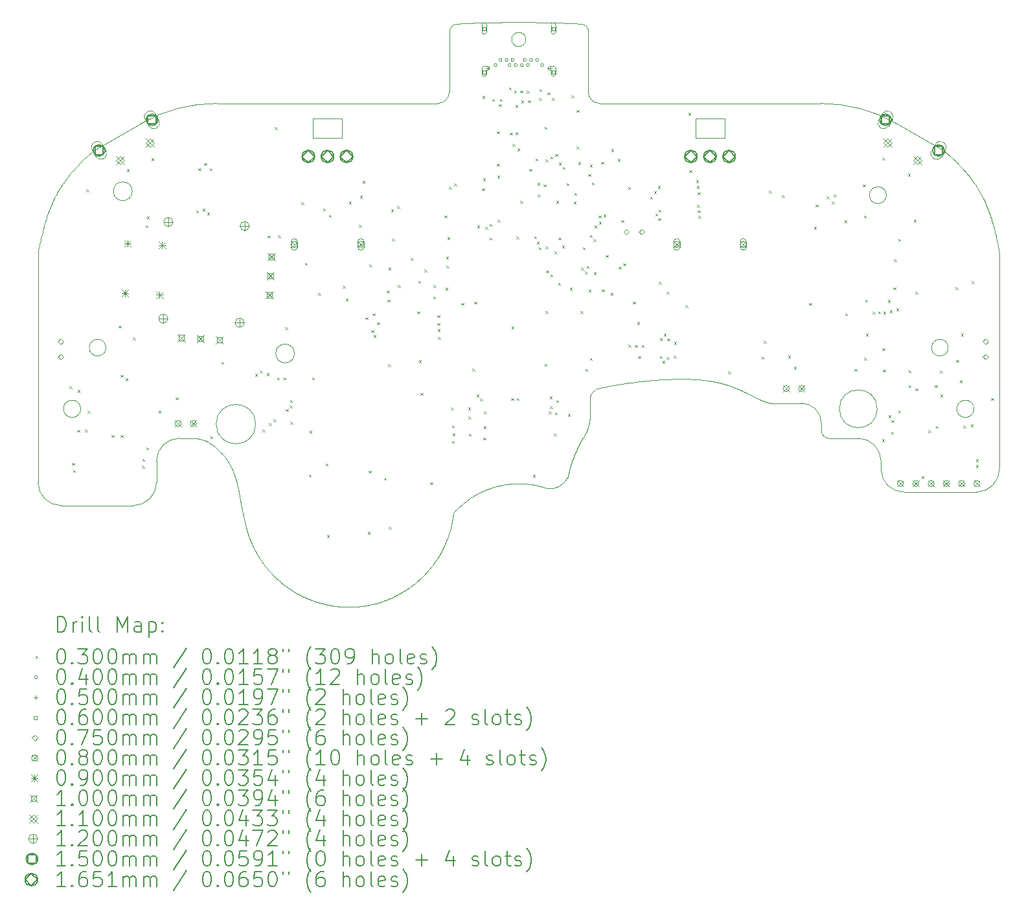
<source format=gbr>
%TF.GenerationSoftware,KiCad,Pcbnew,8.0.2*%
%TF.CreationDate,2024-08-31T11:23:26-07:00*%
%TF.ProjectId,UGC_Main_R4K,5547435f-4d61-4696-9e5f-52344b2e6b69,rev?*%
%TF.SameCoordinates,Original*%
%TF.FileFunction,Drillmap*%
%TF.FilePolarity,Positive*%
%FSLAX45Y45*%
G04 Gerber Fmt 4.5, Leading zero omitted, Abs format (unit mm)*
G04 Created by KiCad (PCBNEW 8.0.2) date 2024-08-31 11:23:26*
%MOMM*%
%LPD*%
G01*
G04 APERTURE LIST*
%ADD10C,0.100000*%
%ADD11C,0.010000*%
%ADD12C,0.200000*%
%ADD13C,0.110000*%
%ADD14C,0.120000*%
%ADD15C,0.150000*%
%ADD16C,0.165100*%
G04 APERTURE END LIST*
D10*
X21098524Y-8405855D02*
X21088302Y-8406441D01*
X21078113Y-8407038D01*
X21067954Y-8407645D01*
X21057826Y-8408262D01*
X21047726Y-8408890D01*
X21037655Y-8409529D01*
X21033635Y-8409788D01*
X22845042Y-13194165D02*
X22836143Y-13200574D01*
X22827754Y-13207601D01*
X22819906Y-13215214D01*
X22812631Y-13223383D01*
X22805959Y-13232075D01*
X22803874Y-13235083D01*
X28132187Y-14231648D02*
G75*
G02*
X27832187Y-14531647I-299997J-2D01*
G01*
X26884115Y-14531648D02*
G75*
G02*
X26584112Y-14231648I-5J299998D01*
G01*
X22486871Y-14347809D02*
G75*
G02*
X22225140Y-14484922I-225071J111269D01*
G01*
X20947567Y-8471615D02*
X20952276Y-8461721D01*
X20958025Y-8452422D01*
X20964759Y-8443801D01*
X20968907Y-8439335D01*
X20998554Y-8418610D02*
X21008069Y-8414842D01*
X21017900Y-8412071D01*
X21027968Y-8410316D01*
X21033635Y-8409788D01*
X21940866Y-8613913D02*
G75*
G02*
X21755866Y-8613913I-92500J0D01*
G01*
X21755866Y-8613913D02*
G75*
G02*
X21940866Y-8613913I92500J0D01*
G01*
X21848366Y-8388913D02*
X21859937Y-8388915D01*
X21871514Y-8388921D01*
X21883097Y-8388932D01*
X21894686Y-8388948D01*
X21906279Y-8388969D01*
X21917876Y-8388995D01*
X21929478Y-8389026D01*
X21941083Y-8389062D01*
X21952691Y-8389105D01*
X21964302Y-8389153D01*
X21975915Y-8389207D01*
X21987530Y-8389267D01*
X21999146Y-8389333D01*
X22010763Y-8389406D01*
X22022381Y-8389485D01*
X22033998Y-8389572D01*
X22045616Y-8389665D01*
X22057232Y-8389766D01*
X22068847Y-8389874D01*
X22080461Y-8389989D01*
X22092072Y-8390112D01*
X22103681Y-8390243D01*
X22115287Y-8390382D01*
X22126890Y-8390530D01*
X22138489Y-8390685D01*
X22150083Y-8390850D01*
X22161673Y-8391023D01*
X22173258Y-8391205D01*
X22184837Y-8391396D01*
X22196410Y-8391596D01*
X22207977Y-8391806D01*
X22219537Y-8392025D01*
X22756652Y-9299719D02*
X22756652Y-8509580D01*
X25794167Y-9449719D02*
X22906652Y-9449719D01*
X27769833Y-10447238D02*
X27777993Y-10458349D01*
X27785956Y-10469376D01*
X27793727Y-10480317D01*
X27801308Y-10491172D01*
X27808704Y-10501941D01*
X27815917Y-10512623D01*
X27822952Y-10523218D01*
X27829810Y-10533726D01*
X27836496Y-10544146D01*
X27843014Y-10554478D01*
X27849365Y-10564721D01*
X27855555Y-10574875D01*
X27861586Y-10584940D01*
X27867461Y-10594916D01*
X27873184Y-10604801D01*
X27878759Y-10614595D01*
X27884188Y-10624299D01*
X27889475Y-10633911D01*
X27894624Y-10643432D01*
X27899637Y-10652861D01*
X27904519Y-10662197D01*
X27909272Y-10671440D01*
X27913900Y-10680590D01*
X27918406Y-10689647D01*
X27927068Y-10707478D01*
X27935283Y-10724930D01*
X27943078Y-10741999D01*
X27950482Y-10758684D01*
X22803874Y-13235083D02*
X22797990Y-13244540D01*
X22792831Y-13254393D01*
X22788416Y-13264601D01*
X22784765Y-13275123D01*
X18117974Y-14270062D02*
X18111444Y-14255918D01*
X18105412Y-14242943D01*
X18099842Y-14231059D01*
X18094701Y-14220190D01*
X18089953Y-14210258D01*
X18085563Y-14201187D01*
X18079575Y-14189026D01*
X18074196Y-14178369D01*
X18069310Y-14168955D01*
X18063357Y-14157889D01*
X18057791Y-14147957D01*
X18053702Y-14140882D01*
X17757521Y-13862785D02*
X17745468Y-13858450D01*
X17734335Y-13854522D01*
X17723992Y-13850975D01*
X17714310Y-13847781D01*
X17700744Y-13843593D01*
X17687939Y-13840047D01*
X17675461Y-13837051D01*
X17662873Y-13834512D01*
X17649740Y-13832338D01*
X17635626Y-13830439D01*
X17625457Y-13829279D01*
X17614530Y-13828172D01*
X17602715Y-13827092D01*
X18269939Y-14927362D02*
X18272053Y-14937535D01*
X18274275Y-14947829D01*
X18276609Y-14958244D01*
X18279059Y-14968782D01*
X15864545Y-14706648D02*
X16812616Y-14706648D01*
X22690430Y-13821595D02*
X22695724Y-13812956D01*
X22701072Y-13804352D01*
X22701790Y-13803207D01*
X21874684Y-14420600D02*
X21864110Y-14420403D01*
X21853540Y-14420305D01*
X21848662Y-14420294D01*
X27411957Y-10073169D02*
X26791686Y-9716238D01*
X20790080Y-9449719D02*
X17902564Y-9449719D01*
X18359247Y-15207265D02*
X18363829Y-15217528D01*
X18368493Y-15227752D01*
X18373240Y-15237937D01*
X18378069Y-15248082D01*
X18382980Y-15258188D01*
X18387973Y-15268253D01*
X18393047Y-15278278D01*
X18398203Y-15288262D01*
X18403440Y-15298204D01*
X18408758Y-15308104D01*
X18412348Y-15314681D01*
X20940080Y-9299719D02*
G75*
G02*
X20790080Y-9449720I-150000J-1D01*
G01*
X19158366Y-9903440D02*
X19158366Y-9643440D01*
X25164110Y-13370061D02*
X25546418Y-13370061D01*
X21435098Y-14496662D02*
X21422898Y-14501471D01*
X21410760Y-14506420D01*
X21398686Y-14511507D01*
X21386677Y-14516731D01*
X21374733Y-14522091D01*
X21362857Y-14527588D01*
X21351049Y-14533220D01*
X21339310Y-14538987D01*
X21327642Y-14544887D01*
X21316045Y-14550921D01*
X21304521Y-14557088D01*
X21293071Y-14563386D01*
X21281696Y-14569815D01*
X21270397Y-14576375D01*
X21259175Y-14583065D01*
X21248031Y-14589884D01*
X21236967Y-14596831D01*
X21225983Y-14603906D01*
X21215081Y-14611108D01*
X21204262Y-14618436D01*
X21193526Y-14625890D01*
X21182876Y-14633469D01*
X21172312Y-14641172D01*
X21161835Y-14648998D01*
X21151447Y-14656948D01*
X21141148Y-14665020D01*
X21130940Y-14673213D01*
X21120823Y-14681527D01*
X21110800Y-14689961D01*
X21100870Y-14698515D01*
X21091036Y-14707188D01*
X21081298Y-14715978D01*
X18219411Y-14694504D02*
X18216639Y-14678878D01*
X18214092Y-14664527D01*
X18211756Y-14651365D01*
X18209614Y-14639309D01*
X18207653Y-14628274D01*
X18205856Y-14618173D01*
X18203436Y-14604591D01*
X18201301Y-14592636D01*
X18199399Y-14582021D01*
X18197136Y-14569460D01*
X18195074Y-14558095D01*
X18193586Y-14549947D01*
X25794167Y-9449719D02*
G75*
G02*
X26791687Y-9716237I3J-2000001D01*
G01*
X21848662Y-14420294D02*
X21835412Y-14420312D01*
X21822169Y-14420485D01*
X21808936Y-14420813D01*
X21795713Y-14421296D01*
X21782503Y-14421933D01*
X21769305Y-14422725D01*
X21756121Y-14423670D01*
X21742954Y-14424769D01*
X21729803Y-14426022D01*
X21716671Y-14427427D01*
X21703559Y-14428986D01*
X21690468Y-14430697D01*
X21677399Y-14432561D01*
X21664353Y-14434578D01*
X21651333Y-14436746D01*
X21638339Y-14439067D01*
X21625373Y-14441539D01*
X21612436Y-14444162D01*
X21599529Y-14446937D01*
X21586654Y-14449862D01*
X21573811Y-14452939D01*
X21561003Y-14456166D01*
X21548231Y-14459543D01*
X21535495Y-14463070D01*
X21522798Y-14466747D01*
X21510140Y-14470573D01*
X21497523Y-14474549D01*
X21484949Y-14478674D01*
X21472417Y-14482948D01*
X21459931Y-14487371D01*
X21447491Y-14491942D01*
X21435098Y-14496662D01*
X23739972Y-13059629D02*
X23763020Y-13058337D01*
X23786100Y-13057155D01*
X23809207Y-13056088D01*
X23832332Y-13055142D01*
X23855469Y-13054322D01*
X23878611Y-13053633D01*
X23901750Y-13053082D01*
X23924879Y-13052672D01*
X23947992Y-13052411D01*
X23971081Y-13052302D01*
X23994138Y-13052352D01*
X24017158Y-13052566D01*
X24040132Y-13052950D01*
X24063054Y-13053508D01*
X24085916Y-13054247D01*
X24108712Y-13055171D01*
X24131433Y-13056286D01*
X24154074Y-13057598D01*
X24176627Y-13059112D01*
X24199085Y-13060833D01*
X24221440Y-13062766D01*
X24243686Y-13064918D01*
X24265816Y-13067294D01*
X24287821Y-13069898D01*
X24309696Y-13072737D01*
X24331434Y-13075816D01*
X24353026Y-13079140D01*
X24374465Y-13082714D01*
X24395746Y-13086545D01*
X24416860Y-13090637D01*
X24437801Y-13094997D01*
X24458561Y-13099628D01*
X19509600Y-16028754D02*
X19526216Y-16030050D01*
X19542837Y-16031144D01*
X19559462Y-16032037D01*
X19576088Y-16032728D01*
X19592714Y-16033218D01*
X19609337Y-16033508D01*
X19625957Y-16033596D01*
X19642571Y-16033485D01*
X19659177Y-16033173D01*
X19675774Y-16032660D01*
X19692360Y-16031948D01*
X19708933Y-16031037D01*
X19725491Y-16029926D01*
X19742032Y-16028615D01*
X19758556Y-16027106D01*
X19775059Y-16025397D01*
X19791541Y-16023490D01*
X19807998Y-16021384D01*
X19824430Y-16019080D01*
X19840835Y-16016578D01*
X19857211Y-16013878D01*
X19873556Y-16010981D01*
X19889868Y-16007886D01*
X19906146Y-16004593D01*
X19922388Y-16001104D01*
X19938591Y-15997417D01*
X19954755Y-15993534D01*
X19970877Y-15989455D01*
X19986955Y-15985179D01*
X20002989Y-15980707D01*
X20018975Y-15976039D01*
X20034912Y-15971175D01*
X21081298Y-14715978D02*
X21073796Y-14722892D01*
X21066360Y-14729870D01*
X21058990Y-14736912D01*
X21051686Y-14744018D01*
X21044450Y-14751187D01*
X21037281Y-14758418D01*
X21030180Y-14765711D01*
X21023146Y-14773066D01*
X22778204Y-13537548D02*
X22778031Y-13550691D01*
X22777513Y-13563815D01*
X22776651Y-13576913D01*
X22775447Y-13589979D01*
X22773900Y-13603006D01*
X22772012Y-13615987D01*
X22769784Y-13628916D01*
X22767217Y-13641785D01*
X22764312Y-13654589D01*
X22761069Y-13667320D01*
X22758721Y-13675763D01*
X17112616Y-14406648D02*
X17112616Y-14127092D01*
X22219537Y-8392025D02*
X22231398Y-8392261D01*
X22243258Y-8392507D01*
X22255117Y-8392764D01*
X22266976Y-8393031D01*
X22278834Y-8393311D01*
X22290690Y-8393601D01*
X22302546Y-8393903D01*
X22314400Y-8394217D01*
X22326253Y-8394543D01*
X22338104Y-8394882D01*
X22349954Y-8395233D01*
X22361801Y-8395596D01*
X22373647Y-8395973D01*
X22385491Y-8396362D01*
X22397333Y-8396765D01*
X22409173Y-8397182D01*
X22421010Y-8397612D01*
X22432845Y-8398056D01*
X22444677Y-8398514D01*
X22456506Y-8398987D01*
X22468333Y-8399474D01*
X22480157Y-8399976D01*
X22491978Y-8400493D01*
X22503795Y-8401025D01*
X22515609Y-8401573D01*
X22527420Y-8402136D01*
X22539228Y-8402715D01*
X22551031Y-8403310D01*
X22562831Y-8403921D01*
X22574627Y-8404549D01*
X22586419Y-8405193D01*
X22598207Y-8405855D01*
X22898663Y-13171939D02*
X22923786Y-13166937D01*
X22949000Y-13162009D01*
X22974303Y-13157157D01*
X22999694Y-13152382D01*
X23025170Y-13147688D01*
X23050731Y-13143076D01*
X23076375Y-13138549D01*
X23102100Y-13134109D01*
X23127905Y-13129758D01*
X23153788Y-13125499D01*
X23179748Y-13121334D01*
X23205784Y-13117265D01*
X23231893Y-13113295D01*
X23258074Y-13109426D01*
X23284327Y-13105659D01*
X23310648Y-13101999D01*
X23337038Y-13098445D01*
X23363493Y-13095002D01*
X23390013Y-13091671D01*
X23416597Y-13088455D01*
X23443242Y-13085355D01*
X23469947Y-13082375D01*
X23496711Y-13079516D01*
X23523532Y-13076781D01*
X23550408Y-13074172D01*
X23577339Y-13071691D01*
X23604322Y-13069341D01*
X23631356Y-13067123D01*
X23658440Y-13065041D01*
X23685571Y-13063096D01*
X23712749Y-13061291D01*
X23739972Y-13059629D01*
X16905045Y-9716238D02*
G75*
G02*
X17902564Y-9449720I997515J-1733472D01*
G01*
X25903918Y-13827092D02*
G75*
G02*
X25803918Y-13727092I2J100002D01*
G01*
X18407813Y-13642561D02*
G75*
G02*
X17892813Y-13642561I-257500J0D01*
G01*
X17892813Y-13642561D02*
G75*
G02*
X18407813Y-13642561I257500J0D01*
G01*
X17412616Y-13827092D02*
X17602715Y-13827092D01*
X18053702Y-14140882D02*
X18044899Y-14128103D01*
X18036782Y-14116391D01*
X18029303Y-14105676D01*
X18022415Y-14095889D01*
X18016071Y-14086960D01*
X18010224Y-14078819D01*
X18002282Y-14067932D01*
X17995194Y-14058427D01*
X17988799Y-14050068D01*
X17981078Y-14040300D01*
X17973930Y-14031593D01*
X17968719Y-14025425D01*
X22225140Y-14484921D02*
X22214573Y-14481244D01*
X22203973Y-14477673D01*
X22193341Y-14474208D01*
X22182678Y-14470849D01*
X22171985Y-14467597D01*
X22161262Y-14464451D01*
X22150510Y-14461412D01*
X22139730Y-14458479D01*
X22128923Y-14455654D01*
X22118089Y-14452935D01*
X22107230Y-14450324D01*
X22096346Y-14447821D01*
X22085438Y-14445425D01*
X22074507Y-14443138D01*
X22063553Y-14440958D01*
X22052578Y-14438886D01*
X22041582Y-14436923D01*
X22030566Y-14435069D01*
X22019530Y-14433323D01*
X22008477Y-14431686D01*
X21997405Y-14430158D01*
X21986317Y-14428739D01*
X21975213Y-14427430D01*
X21964093Y-14426230D01*
X21952959Y-14425141D01*
X21941812Y-14424161D01*
X21930651Y-14423291D01*
X21919479Y-14422531D01*
X21908295Y-14421882D01*
X21897101Y-14421344D01*
X21885897Y-14420916D01*
X21874684Y-14420600D01*
X22486871Y-14347809D02*
X22490396Y-14330438D01*
X22494109Y-14313106D01*
X22498009Y-14295815D01*
X22502095Y-14278567D01*
X22506368Y-14261365D01*
X22510826Y-14244209D01*
X22515470Y-14227104D01*
X22520298Y-14210050D01*
X22525310Y-14193049D01*
X22530506Y-14176104D01*
X22535886Y-14159217D01*
X22541449Y-14142389D01*
X22547194Y-14125624D01*
X22553121Y-14108922D01*
X22559230Y-14092287D01*
X22565520Y-14075719D01*
X22571990Y-14059222D01*
X22578641Y-14042797D01*
X22585472Y-14026446D01*
X22592482Y-14010172D01*
X22599671Y-13993976D01*
X22607039Y-13977861D01*
X22614584Y-13961828D01*
X22622307Y-13945880D01*
X22630207Y-13930019D01*
X22638284Y-13914247D01*
X22646537Y-13898565D01*
X22654966Y-13882977D01*
X22663570Y-13867483D01*
X22672349Y-13852087D01*
X22681303Y-13836790D01*
X22690430Y-13821595D01*
X17112616Y-14127092D02*
G75*
G02*
X17412616Y-13827096I299994J2D01*
G01*
X22598207Y-8405855D02*
X22608429Y-8406441D01*
X22618619Y-8407038D01*
X22628777Y-8407645D01*
X22638906Y-8408262D01*
X22649005Y-8408890D01*
X22659076Y-8409529D01*
X22663097Y-8409788D01*
X15564545Y-11397080D02*
X15564545Y-14406648D01*
X24897780Y-13271849D02*
X24908160Y-13277132D01*
X24918405Y-13282320D01*
X24928516Y-13287407D01*
X24938493Y-13292390D01*
X24948335Y-13297263D01*
X24958044Y-13302022D01*
X24967619Y-13306661D01*
X24977061Y-13311177D01*
X24986369Y-13315564D01*
X24995545Y-13319817D01*
X25013497Y-13327905D01*
X25030919Y-13335403D01*
X25047813Y-13342273D01*
X25064179Y-13348476D01*
X25080020Y-13353975D01*
X25095336Y-13358732D01*
X25110130Y-13362710D01*
X25124403Y-13365869D01*
X25138156Y-13368173D01*
X25151391Y-13369583D01*
X25164110Y-13370061D01*
X15564545Y-11397080D02*
X15570092Y-11369428D01*
X15575662Y-11342160D01*
X15581263Y-11315269D01*
X15586902Y-11288748D01*
X15592586Y-11262589D01*
X15598323Y-11236786D01*
X15604120Y-11211331D01*
X15609984Y-11186216D01*
X15615922Y-11161435D01*
X15621942Y-11136980D01*
X15628051Y-11112845D01*
X15634256Y-11089021D01*
X15640565Y-11065502D01*
X15646985Y-11042280D01*
X15653523Y-11019349D01*
X15660186Y-10996700D01*
X15666982Y-10974327D01*
X15673918Y-10952222D01*
X15681002Y-10930379D01*
X15688240Y-10908790D01*
X15695640Y-10887447D01*
X15703209Y-10866344D01*
X15710955Y-10845473D01*
X15718884Y-10824827D01*
X15727004Y-10804399D01*
X15735323Y-10784181D01*
X15743848Y-10764167D01*
X15752585Y-10744348D01*
X15761542Y-10724719D01*
X15770727Y-10705271D01*
X15780147Y-10685998D01*
X15789809Y-10666892D01*
X20990026Y-14842116D02*
X20991388Y-14832153D01*
X20992751Y-14822189D01*
X20994113Y-14812225D01*
X20995476Y-14802262D01*
X22898663Y-13171939D02*
X22887997Y-13174490D01*
X22877568Y-13177806D01*
X22867417Y-13181870D01*
X22857586Y-13186664D01*
X22848113Y-13192173D01*
X22845042Y-13194165D01*
X16451966Y-12643440D02*
G75*
G02*
X16234765Y-12643440I-108600J0D01*
G01*
X16234765Y-12643440D02*
G75*
G02*
X16451966Y-12643440I108600J0D01*
G01*
X17867504Y-13930354D02*
X17855728Y-13922476D01*
X17844902Y-13915288D01*
X17834963Y-13908746D01*
X17825847Y-13902808D01*
X17813577Y-13894937D01*
X17802803Y-13888180D01*
X17793308Y-13882388D01*
X17782268Y-13875915D01*
X17772614Y-13870551D01*
X17761718Y-13864875D01*
X17757521Y-13862785D01*
X22758721Y-13675763D02*
X22754921Y-13688346D01*
X22750796Y-13700816D01*
X22746347Y-13713165D01*
X22741578Y-13725389D01*
X22736490Y-13737481D01*
X22731087Y-13749435D01*
X22725372Y-13761244D01*
X22719348Y-13772902D01*
X22713016Y-13784403D01*
X22706381Y-13795742D01*
X22701790Y-13803207D01*
X20510027Y-15711577D02*
X20522986Y-15700573D01*
X20535801Y-15689416D01*
X20548471Y-15678108D01*
X20560994Y-15666651D01*
X20573370Y-15655045D01*
X20585597Y-15643293D01*
X20597674Y-15631395D01*
X20609600Y-15619354D01*
X20621373Y-15607171D01*
X20632993Y-15594848D01*
X20644458Y-15582385D01*
X20655767Y-15569785D01*
X20666918Y-15557048D01*
X20677911Y-15544178D01*
X20688745Y-15531174D01*
X20699417Y-15518039D01*
X20709928Y-15504773D01*
X20720275Y-15491379D01*
X20730458Y-15477859D01*
X20740475Y-15464212D01*
X20750325Y-15450442D01*
X20760007Y-15436549D01*
X20769520Y-15422535D01*
X20778862Y-15408402D01*
X20788032Y-15394151D01*
X20797030Y-15379784D01*
X20805853Y-15365301D01*
X20814502Y-15350705D01*
X20822973Y-15335997D01*
X20831267Y-15321179D01*
X20839382Y-15306252D01*
X20847317Y-15291217D01*
X27411957Y-10073169D02*
X27424224Y-10083546D01*
X27436451Y-10094017D01*
X27448636Y-10104578D01*
X27460775Y-10115231D01*
X27472866Y-10125973D01*
X27484905Y-10136804D01*
X27496889Y-10147724D01*
X27508815Y-10158732D01*
X27520681Y-10169827D01*
X27532482Y-10181008D01*
X27544217Y-10192274D01*
X27555882Y-10203625D01*
X27567474Y-10215059D01*
X27578990Y-10226577D01*
X27590427Y-10238177D01*
X27601782Y-10249859D01*
X27613052Y-10261621D01*
X27624233Y-10273464D01*
X27635324Y-10285386D01*
X27646321Y-10297386D01*
X27657220Y-10309464D01*
X27668019Y-10321619D01*
X27678715Y-10333851D01*
X27689305Y-10346158D01*
X27699785Y-10358539D01*
X27710153Y-10370995D01*
X27720406Y-10383523D01*
X27730540Y-10396124D01*
X27740553Y-10408797D01*
X27750442Y-10421541D01*
X27760203Y-10434355D01*
X27769833Y-10447238D01*
X19020879Y-15894144D02*
X19035277Y-15901058D01*
X19049747Y-15907802D01*
X19064286Y-15914375D01*
X19078895Y-15920777D01*
X19093570Y-15927008D01*
X19108311Y-15933066D01*
X19123115Y-15938952D01*
X19137982Y-15944665D01*
X19152910Y-15950205D01*
X19167898Y-15955571D01*
X19182943Y-15960762D01*
X19198045Y-15965779D01*
X19213202Y-15970621D01*
X19228412Y-15975287D01*
X19243674Y-15979777D01*
X19258986Y-15984091D01*
X19274347Y-15988228D01*
X19289755Y-15992187D01*
X19305210Y-15995969D01*
X19320708Y-15999572D01*
X19336250Y-16002997D01*
X19351833Y-16006243D01*
X19367455Y-16009309D01*
X19383116Y-16012196D01*
X19398814Y-16014902D01*
X19414547Y-16017427D01*
X19430313Y-16019770D01*
X19446112Y-16021932D01*
X19461942Y-16023912D01*
X19477800Y-16025710D01*
X19493687Y-16027324D01*
X19509600Y-16028754D01*
X16795206Y-10597780D02*
G75*
G02*
X16550206Y-10597780I-122500J0D01*
G01*
X16550206Y-10597780D02*
G75*
G02*
X16795206Y-10597780I122500J0D01*
G01*
X18248300Y-14839945D02*
X18245057Y-14824242D01*
X18242089Y-14809818D01*
X18239379Y-14796589D01*
X18236908Y-14784469D01*
X18234659Y-14773373D01*
X18232613Y-14763215D01*
X18229888Y-14749552D01*
X18227519Y-14737521D01*
X18225448Y-14726835D01*
X18223042Y-14714180D01*
X18220913Y-14702722D01*
X18219411Y-14694504D01*
X24458561Y-13099628D02*
X24474564Y-13103430D01*
X24490430Y-13107411D01*
X24506157Y-13111565D01*
X24521744Y-13115882D01*
X24537191Y-13120357D01*
X24552496Y-13124979D01*
X24567659Y-13129743D01*
X24582678Y-13134640D01*
X24597553Y-13139662D01*
X24612283Y-13144802D01*
X24626867Y-13150051D01*
X24641304Y-13155403D01*
X24655593Y-13160848D01*
X24669733Y-13166380D01*
X24683724Y-13171991D01*
X24697564Y-13177672D01*
X24711252Y-13183417D01*
X24724788Y-13189216D01*
X24738171Y-13195063D01*
X24751399Y-13200950D01*
X24764472Y-13206869D01*
X24777390Y-13212811D01*
X24790150Y-13218770D01*
X24802752Y-13224738D01*
X24815196Y-13230706D01*
X24827480Y-13236667D01*
X24839604Y-13242613D01*
X24851565Y-13248537D01*
X24863365Y-13254430D01*
X24875001Y-13260285D01*
X24886473Y-13266094D01*
X24897780Y-13271849D01*
X18279059Y-14968782D02*
X18282765Y-14984053D01*
X18286648Y-14999282D01*
X18290707Y-15014467D01*
X18294941Y-15029607D01*
X18299349Y-15044700D01*
X18303932Y-15059746D01*
X18308689Y-15074742D01*
X18313620Y-15089687D01*
X18318723Y-15104581D01*
X18323998Y-15119421D01*
X18329446Y-15134207D01*
X18335065Y-15148936D01*
X18340855Y-15163608D01*
X18346816Y-15178221D01*
X18352947Y-15192774D01*
X18359247Y-15207265D01*
X24158366Y-9903440D02*
X24158366Y-9643440D01*
X20859124Y-15267973D02*
X20865185Y-15255600D01*
X20871120Y-15243172D01*
X20876929Y-15230690D01*
X20882611Y-15218155D01*
X20888166Y-15205567D01*
X20893593Y-15192928D01*
X20898893Y-15180238D01*
X20904065Y-15167500D01*
X20909108Y-15154712D01*
X20914023Y-15141878D01*
X20918809Y-15128996D01*
X20923466Y-15116070D01*
X20927993Y-15103099D01*
X20932390Y-15090084D01*
X20936658Y-15077027D01*
X20940794Y-15063928D01*
X20944800Y-15050788D01*
X20948676Y-15037610D01*
X20952419Y-15024392D01*
X20956031Y-15011137D01*
X20959511Y-14997845D01*
X20962859Y-14984517D01*
X20966075Y-14971155D01*
X20969157Y-14957759D01*
X20972106Y-14944330D01*
X20974922Y-14930870D01*
X20977604Y-14917378D01*
X20980152Y-14903857D01*
X20982565Y-14890307D01*
X20984844Y-14876730D01*
X20986988Y-14863125D01*
X20988997Y-14849494D01*
X25803918Y-13627561D02*
X25803918Y-13727092D01*
X27799073Y-13442726D02*
G75*
G02*
X27574073Y-13442726I-112500J0D01*
G01*
X27574073Y-13442726D02*
G75*
G02*
X27799073Y-13442726I112500J0D01*
G01*
X26584115Y-14127092D02*
X26584115Y-14231648D01*
X25903918Y-13827092D02*
X26284115Y-13827092D01*
X26884115Y-14531648D02*
X27832187Y-14531648D01*
X18412348Y-15314681D02*
X18417908Y-15324684D01*
X18423551Y-15334643D01*
X18429277Y-15344556D01*
X18435085Y-15354424D01*
X18440975Y-15364246D01*
X18446947Y-15374021D01*
X18453000Y-15383749D01*
X18459135Y-15393429D01*
X18465352Y-15403062D01*
X18471649Y-15412646D01*
X18478028Y-15422180D01*
X18484486Y-15431666D01*
X18491026Y-15441101D01*
X18497645Y-15450485D01*
X18504345Y-15459818D01*
X18511124Y-15469100D01*
X18517983Y-15478330D01*
X18524921Y-15487507D01*
X18531938Y-15496630D01*
X18539034Y-15505701D01*
X18546209Y-15514717D01*
X18553462Y-15523678D01*
X18560794Y-15532585D01*
X18568203Y-15541435D01*
X18575691Y-15550230D01*
X18583256Y-15558968D01*
X18590898Y-15567649D01*
X18598618Y-15576272D01*
X18606415Y-15584837D01*
X18614288Y-15593344D01*
X18622238Y-15601791D01*
X18630264Y-15610179D01*
X16122659Y-13442726D02*
G75*
G02*
X15897659Y-13442726I-112500J0D01*
G01*
X15897659Y-13442726D02*
G75*
G02*
X16122659Y-13442726I112500J0D01*
G01*
X18162574Y-14407659D02*
X18158089Y-14392692D01*
X18153943Y-14378953D01*
X18150111Y-14366362D01*
X18146569Y-14354836D01*
X18143294Y-14344296D01*
X18140261Y-14334658D01*
X18136114Y-14321717D01*
X18132377Y-14310351D01*
X18128969Y-14300285D01*
X18124796Y-14288411D01*
X18120871Y-14277710D01*
X18117974Y-14270062D01*
X18916526Y-12719100D02*
G75*
G02*
X18671526Y-12719100I-122500J0D01*
G01*
X18671526Y-12719100D02*
G75*
G02*
X18916526Y-12719100I122500J0D01*
G01*
X20940080Y-8509580D02*
X20940080Y-9299719D01*
X21023146Y-14773066D02*
X21016229Y-14780365D01*
X21009311Y-14787664D01*
X21002393Y-14794963D01*
X20995476Y-14802262D01*
X27950482Y-10758684D02*
X27957443Y-10774807D01*
X27964276Y-10791069D01*
X27970984Y-10807479D01*
X27977574Y-10824048D01*
X27984048Y-10840788D01*
X27990412Y-10857709D01*
X27996670Y-10874823D01*
X28002828Y-10892139D01*
X28008888Y-10909670D01*
X28014857Y-10927425D01*
X28020739Y-10945416D01*
X28026537Y-10963655D01*
X28032258Y-10982151D01*
X28037904Y-11000915D01*
X28043482Y-11019960D01*
X28048995Y-11039294D01*
X28054449Y-11058931D01*
X28059847Y-11078879D01*
X28065195Y-11099151D01*
X28070496Y-11119757D01*
X28075756Y-11140709D01*
X28080979Y-11162016D01*
X28086170Y-11183691D01*
X28091332Y-11205743D01*
X28096472Y-11228185D01*
X28101593Y-11251026D01*
X28106700Y-11274277D01*
X28111798Y-11297951D01*
X28116891Y-11322057D01*
X28121984Y-11346607D01*
X28127081Y-11371611D01*
X28132187Y-11397080D01*
X24538366Y-9643440D02*
X24538366Y-9903440D01*
X28132187Y-14231648D02*
X28132187Y-11397080D01*
X22906652Y-9449719D02*
G75*
G02*
X22756651Y-9299719I-2J149999D01*
G01*
X25546418Y-13370061D02*
G75*
G02*
X25803918Y-13627561I2J-257499D01*
G01*
X20940080Y-8509580D02*
X20940680Y-8498639D01*
X20942468Y-8487854D01*
X20945426Y-8477321D01*
X20947567Y-8471615D01*
X15789809Y-10666892D02*
X15795602Y-10655742D01*
X15801848Y-10643968D01*
X15808564Y-10631585D01*
X15815768Y-10618608D01*
X15823477Y-10605051D01*
X15831707Y-10590928D01*
X15840476Y-10576255D01*
X15849800Y-10561046D01*
X15859698Y-10545315D01*
X15870185Y-10529077D01*
X15881280Y-10512347D01*
X15892999Y-10495139D01*
X15905359Y-10477469D01*
X15918377Y-10459350D01*
X15932071Y-10440797D01*
X15946457Y-10421824D01*
X15961553Y-10402447D01*
X15977376Y-10382680D01*
X15993943Y-10362538D01*
X16011270Y-10342035D01*
X16029376Y-10321185D01*
X16048276Y-10300004D01*
X16067989Y-10278506D01*
X16088532Y-10256706D01*
X16109920Y-10234618D01*
X16132172Y-10212256D01*
X16155305Y-10189636D01*
X16179335Y-10166772D01*
X16204280Y-10143679D01*
X16230157Y-10120371D01*
X16256983Y-10096862D01*
X16284775Y-10073169D01*
X16905045Y-9716238D02*
X16284775Y-10073169D01*
X19538366Y-9643440D02*
X19538366Y-9903440D01*
X22750109Y-8474004D02*
X22753256Y-8483742D01*
X22755388Y-8493731D01*
X22756490Y-8503891D01*
X22756652Y-8509580D01*
X17112616Y-14406648D02*
G75*
G02*
X16812616Y-14706646I-299996J-2D01*
G01*
X19538366Y-9903440D02*
X19158366Y-9903440D01*
X18269939Y-14927362D02*
X18267068Y-14916432D01*
X18264245Y-14905503D01*
X18261469Y-14894575D01*
X18258740Y-14883647D01*
X18256059Y-14872721D01*
X18253426Y-14861795D01*
X18250839Y-14850870D01*
X18248300Y-14839945D01*
X22778204Y-13537548D02*
X22778204Y-13319001D01*
X24158366Y-9643440D02*
X24538366Y-9643440D01*
X22731338Y-8443082D02*
X22737743Y-8451064D01*
X22743289Y-8459641D01*
X22747934Y-8468744D01*
X22750109Y-8474004D01*
X24538366Y-9903440D02*
X24158366Y-9903440D01*
X22700500Y-8419706D02*
X22710070Y-8425043D01*
X22718979Y-8431380D01*
X22727148Y-8438656D01*
X22731338Y-8443082D01*
X15864545Y-14706648D02*
G75*
G02*
X15564542Y-14406648I5J300008D01*
G01*
X20988997Y-14849494D02*
X20990026Y-14842116D01*
X21848366Y-8388913D02*
X21836794Y-8388915D01*
X21825217Y-8388921D01*
X21813634Y-8388932D01*
X21802046Y-8388948D01*
X21790453Y-8388969D01*
X21778855Y-8388995D01*
X21767254Y-8389026D01*
X21755649Y-8389062D01*
X21744040Y-8389105D01*
X21732430Y-8389153D01*
X21720817Y-8389207D01*
X21709202Y-8389267D01*
X21697586Y-8389333D01*
X21685968Y-8389406D01*
X21674351Y-8389485D01*
X21662733Y-8389572D01*
X21651116Y-8389665D01*
X21639499Y-8389766D01*
X21627884Y-8389874D01*
X21616270Y-8389989D01*
X21604659Y-8390112D01*
X21593050Y-8390243D01*
X21581444Y-8390382D01*
X21569841Y-8390530D01*
X21558243Y-8390685D01*
X21546648Y-8390850D01*
X21535058Y-8391023D01*
X21523473Y-8391205D01*
X21511894Y-8391396D01*
X21500321Y-8391596D01*
X21488754Y-8391806D01*
X21477195Y-8392025D01*
X26534073Y-13442726D02*
G75*
G02*
X26039073Y-13442726I-247500J0D01*
G01*
X26039073Y-13442726D02*
G75*
G02*
X26534073Y-13442726I247500J0D01*
G01*
X26653366Y-10649440D02*
G75*
G02*
X26433366Y-10649440I-110000J0D01*
G01*
X26433366Y-10649440D02*
G75*
G02*
X26653366Y-10649440I110000J0D01*
G01*
X18193586Y-14549947D02*
X18190421Y-14534531D01*
X18187499Y-14520375D01*
X18184804Y-14507397D01*
X18182318Y-14495511D01*
X18180024Y-14484634D01*
X18177906Y-14474684D01*
X18175019Y-14461310D01*
X18172429Y-14449547D01*
X18170078Y-14439114D01*
X18167217Y-14426781D01*
X18164541Y-14415638D01*
X18162574Y-14407659D01*
X18630264Y-15610179D02*
X18640879Y-15621060D01*
X18651607Y-15631820D01*
X18662448Y-15642458D01*
X18673400Y-15652974D01*
X18684462Y-15663366D01*
X18695633Y-15673633D01*
X18706913Y-15683775D01*
X18718299Y-15693791D01*
X18729792Y-15703680D01*
X18741389Y-15713441D01*
X18753091Y-15723074D01*
X18764895Y-15732577D01*
X18776800Y-15741949D01*
X18788807Y-15751191D01*
X18800912Y-15760300D01*
X18813116Y-15769277D01*
X18825418Y-15778120D01*
X18837815Y-15786828D01*
X18850308Y-15795401D01*
X18862895Y-15803838D01*
X18875574Y-15812137D01*
X18888346Y-15820299D01*
X18901209Y-15828322D01*
X18914161Y-15836205D01*
X18927202Y-15843948D01*
X18940330Y-15851549D01*
X18953545Y-15859009D01*
X18966845Y-15866325D01*
X18980230Y-15873498D01*
X18993698Y-15880526D01*
X19007248Y-15887408D01*
X19020879Y-15894144D01*
X21477195Y-8392025D02*
X21465334Y-8392261D01*
X21453474Y-8392507D01*
X21441614Y-8392764D01*
X21429755Y-8393031D01*
X21417898Y-8393311D01*
X21406041Y-8393601D01*
X21394186Y-8393903D01*
X21382331Y-8394217D01*
X21370479Y-8394543D01*
X21358627Y-8394882D01*
X21346778Y-8395233D01*
X21334930Y-8395596D01*
X21323084Y-8395973D01*
X21311240Y-8396362D01*
X21299398Y-8396765D01*
X21287559Y-8397182D01*
X21275721Y-8397612D01*
X21263887Y-8398056D01*
X21252054Y-8398514D01*
X21240225Y-8398987D01*
X21228398Y-8399474D01*
X21216574Y-8399976D01*
X21204754Y-8400493D01*
X21192936Y-8401025D01*
X21181122Y-8401573D01*
X21169311Y-8402136D01*
X21157504Y-8402715D01*
X21145700Y-8403310D01*
X21133900Y-8403921D01*
X21122104Y-8404549D01*
X21110312Y-8405193D01*
X21098524Y-8405855D01*
X20034912Y-15971175D02*
X20051188Y-15965989D01*
X20067388Y-15960606D01*
X20083512Y-15955024D01*
X20099557Y-15949247D01*
X20115522Y-15943274D01*
X20131405Y-15937106D01*
X20147204Y-15930745D01*
X20162919Y-15924192D01*
X20178546Y-15917446D01*
X20194085Y-15910510D01*
X20209533Y-15903385D01*
X20224889Y-15896070D01*
X20240151Y-15888567D01*
X20255318Y-15880878D01*
X20270387Y-15873002D01*
X20285358Y-15864942D01*
X20300227Y-15856697D01*
X20314995Y-15848269D01*
X20329658Y-15839659D01*
X20344215Y-15830868D01*
X20358665Y-15821897D01*
X20373006Y-15812746D01*
X20387235Y-15803416D01*
X20401352Y-15793909D01*
X20415355Y-15784226D01*
X20429242Y-15774367D01*
X20443010Y-15764333D01*
X20456660Y-15754125D01*
X20470187Y-15743745D01*
X20483593Y-15733193D01*
X20496873Y-15722470D01*
X20510027Y-15711577D01*
X17968719Y-14025425D02*
X17958040Y-14014711D01*
X17948209Y-14004907D01*
X17939170Y-13995955D01*
X17930864Y-13987795D01*
X17923234Y-13980369D01*
X17912931Y-13970479D01*
X17903826Y-13961910D01*
X17895726Y-13954464D01*
X17886153Y-13945942D01*
X17877562Y-13938597D01*
X17869493Y-13931958D01*
X17867504Y-13930354D01*
X19158366Y-9643440D02*
X19538366Y-9643440D01*
X20847317Y-15291217D02*
X20852167Y-15281799D01*
X20856944Y-15272347D01*
X20859124Y-15267973D01*
X20968907Y-8439335D02*
X20976459Y-8432428D01*
X20984661Y-8426341D01*
X20993446Y-8421120D01*
X20998554Y-8418610D01*
X22663097Y-8409788D02*
X22673976Y-8411092D01*
X22684624Y-8413572D01*
X22694944Y-8417202D01*
X22700500Y-8419706D01*
X26284115Y-13827092D02*
G75*
G02*
X26584118Y-14127092I5J-299998D01*
G01*
X27461966Y-12643440D02*
G75*
G02*
X27244765Y-12643440I-108600J0D01*
G01*
X27244765Y-12643440D02*
G75*
G02*
X27461966Y-12643440I108600J0D01*
G01*
X22784765Y-13275123D02*
X22781904Y-13285887D01*
X22779853Y-13296818D01*
X22778617Y-13307872D01*
X22778204Y-13319001D01*
D11*
X21368364Y-9065440D02*
X21368364Y-8990440D01*
X21398364Y-8965440D02*
X21443364Y-8965440D01*
X21428364Y-9015440D02*
X21428364Y-9065440D01*
X21443364Y-9015440D02*
X21428364Y-9015440D01*
X22253364Y-8965440D02*
X22298364Y-8965440D01*
X22268364Y-9015440D02*
X22253364Y-9015440D01*
X22268364Y-9065440D02*
X22268364Y-9015440D01*
X22328364Y-8990440D02*
X22328364Y-9065440D01*
X21368364Y-8990440D02*
G75*
G02*
X21398364Y-8965440I27500J-2500D01*
G01*
X21428364Y-9065440D02*
G75*
G02*
X21368364Y-9065440I-30000J0D01*
G01*
X21443364Y-8965440D02*
G75*
G02*
X21443364Y-9015440I0J-25000D01*
G01*
X22253364Y-9015440D02*
G75*
G02*
X22253364Y-8965440I0J25000D01*
G01*
X22298364Y-8965440D02*
G75*
G02*
X22328364Y-8990440I2500J-27500D01*
G01*
X22328364Y-9065440D02*
G75*
G02*
X22268364Y-9065440I-30000J0D01*
G01*
D12*
D10*
X15974300Y-13147280D02*
X16004300Y-13177280D01*
X16004300Y-13147280D02*
X15974300Y-13177280D01*
X16007320Y-14148040D02*
X16037320Y-14178040D01*
X16037320Y-14148040D02*
X16007320Y-14178040D01*
X16020020Y-14242020D02*
X16050020Y-14272020D01*
X16050020Y-14242020D02*
X16020020Y-14272020D01*
X16075900Y-13716240D02*
X16105900Y-13746240D01*
X16105900Y-13716240D02*
X16075900Y-13746240D01*
X16080980Y-13198080D02*
X16110980Y-13228080D01*
X16110980Y-13198080D02*
X16080980Y-13228080D01*
X16180040Y-13711160D02*
X16210040Y-13741160D01*
X16210040Y-13711160D02*
X16180040Y-13741160D01*
X16195280Y-10571720D02*
X16225280Y-10601720D01*
X16225280Y-10571720D02*
X16195280Y-10601720D01*
X16210520Y-13467320D02*
X16240520Y-13497320D01*
X16240520Y-13467320D02*
X16210520Y-13497320D01*
X16526026Y-13783853D02*
X16556026Y-13813853D01*
X16556026Y-13783853D02*
X16526026Y-13813853D01*
X16619460Y-12354800D02*
X16649460Y-12384800D01*
X16649460Y-12354800D02*
X16619460Y-12384800D01*
X16641900Y-13784699D02*
X16671900Y-13814699D01*
X16671900Y-13784699D02*
X16641900Y-13814699D01*
X16644860Y-12997420D02*
X16674860Y-13027420D01*
X16674860Y-12997420D02*
X16644860Y-13027420D01*
X16708360Y-13043140D02*
X16738360Y-13073140D01*
X16738360Y-13043140D02*
X16708360Y-13073140D01*
X16726140Y-10310100D02*
X16756140Y-10340100D01*
X16756140Y-10310100D02*
X16726140Y-10340100D01*
X16804880Y-12512280D02*
X16834880Y-12542280D01*
X16834880Y-12512280D02*
X16804880Y-12542280D01*
X16921720Y-14188680D02*
X16951720Y-14218680D01*
X16951720Y-14188680D02*
X16921720Y-14218680D01*
X16929340Y-14097240D02*
X16959340Y-14127240D01*
X16959340Y-14097240D02*
X16929340Y-14127240D01*
X16969980Y-11043361D02*
X16999980Y-11073361D01*
X16999980Y-11043361D02*
X16969980Y-11073361D01*
X16980140Y-13947380D02*
X17010140Y-13977380D01*
X17010140Y-13947380D02*
X16980140Y-13977380D01*
X16985220Y-10927320D02*
X17015220Y-10957320D01*
X17015220Y-10927320D02*
X16985220Y-10957320D01*
X17046180Y-10165320D02*
X17076180Y-10195320D01*
X17076180Y-10165320D02*
X17046180Y-10195320D01*
X17140160Y-13469860D02*
X17170160Y-13499860D01*
X17170160Y-13469860D02*
X17140160Y-13499860D01*
X17363680Y-13294600D02*
X17393680Y-13324600D01*
X17393680Y-13294600D02*
X17363680Y-13324600D01*
X17630380Y-10848580D02*
X17660380Y-10878580D01*
X17660380Y-10848580D02*
X17630380Y-10878580D01*
X17660860Y-10297400D02*
X17690860Y-10327400D01*
X17690860Y-10297400D02*
X17660860Y-10327400D01*
X17714200Y-10828260D02*
X17744200Y-10858260D01*
X17744200Y-10828260D02*
X17714200Y-10858260D01*
X17734520Y-10228820D02*
X17764520Y-10258820D01*
X17764520Y-10228820D02*
X17734520Y-10258820D01*
X17772620Y-10879060D02*
X17802620Y-10909060D01*
X17802620Y-10879060D02*
X17772620Y-10909060D01*
X17808180Y-10297400D02*
X17838180Y-10327400D01*
X17838180Y-10297400D02*
X17808180Y-10327400D01*
X17815800Y-13802600D02*
X17845800Y-13832600D01*
X17845800Y-13802600D02*
X17815800Y-13832600D01*
X17960580Y-12829780D02*
X17990580Y-12859780D01*
X17990580Y-12829780D02*
X17960580Y-12859780D01*
X18400000Y-12984720D02*
X18430000Y-13014720D01*
X18430000Y-12984720D02*
X18400000Y-13014720D01*
X18466040Y-12944080D02*
X18496040Y-12974080D01*
X18496040Y-12944080D02*
X18466040Y-12974080D01*
X18496520Y-13713700D02*
X18526520Y-13743700D01*
X18526520Y-13713700D02*
X18496520Y-13743700D01*
X18552400Y-12974560D02*
X18582400Y-13004560D01*
X18582400Y-12974560D02*
X18552400Y-13004560D01*
X18565100Y-11178780D02*
X18595100Y-11208780D01*
X18595100Y-11178780D02*
X18565100Y-11208780D01*
X18582880Y-13629880D02*
X18612880Y-13659880D01*
X18612880Y-13629880D02*
X18582880Y-13659880D01*
X18641300Y-13576540D02*
X18671300Y-13606540D01*
X18671300Y-13576540D02*
X18641300Y-13606540D01*
X18659080Y-9761460D02*
X18689080Y-9791460D01*
X18689080Y-9761460D02*
X18659080Y-9791460D01*
X18689560Y-13030440D02*
X18719560Y-13060440D01*
X18719560Y-13030440D02*
X18689560Y-13060440D01*
X18702260Y-11171160D02*
X18732260Y-11201160D01*
X18732260Y-11171160D02*
X18702260Y-11201160D01*
X18771761Y-13032693D02*
X18801761Y-13062693D01*
X18801761Y-13032693D02*
X18771761Y-13062693D01*
X18796240Y-12377660D02*
X18826240Y-12407660D01*
X18826240Y-12377660D02*
X18796240Y-12407660D01*
X18802197Y-13445370D02*
X18832197Y-13475370D01*
X18832197Y-13445370D02*
X18802197Y-13475370D01*
X18852239Y-13397927D02*
X18882239Y-13427927D01*
X18882239Y-13397927D02*
X18852239Y-13427927D01*
X18857438Y-13326438D02*
X18887438Y-13356438D01*
X18887438Y-13326438D02*
X18857438Y-13356438D01*
X18860327Y-13612742D02*
X18890327Y-13642742D01*
X18890327Y-13612742D02*
X18860327Y-13642742D01*
X19004520Y-10739360D02*
X19034520Y-10769360D01*
X19034520Y-10739360D02*
X19004520Y-10769360D01*
X19052780Y-11534380D02*
X19082780Y-11564380D01*
X19082780Y-11534380D02*
X19052780Y-11564380D01*
X19103580Y-14302980D02*
X19133580Y-14332980D01*
X19133580Y-14302980D02*
X19103580Y-14332980D01*
X19113740Y-13731480D02*
X19143740Y-13761480D01*
X19143740Y-13731480D02*
X19113740Y-13761480D01*
X19144220Y-13030440D02*
X19174220Y-13060440D01*
X19174220Y-13030440D02*
X19144220Y-13060440D01*
X19228040Y-11928080D02*
X19258040Y-11958080D01*
X19258040Y-11928080D02*
X19228040Y-11958080D01*
X19289000Y-10820640D02*
X19319000Y-10850640D01*
X19319000Y-10820640D02*
X19289000Y-10850640D01*
X19324560Y-14158200D02*
X19354560Y-14188200D01*
X19354560Y-14158200D02*
X19324560Y-14188200D01*
X19342340Y-15095460D02*
X19372340Y-15125460D01*
X19372340Y-15095460D02*
X19342340Y-15125460D01*
X19367740Y-10907000D02*
X19397740Y-10937000D01*
X19397740Y-10907000D02*
X19367740Y-10937000D01*
X19548080Y-11831560D02*
X19578080Y-11861560D01*
X19578080Y-11831560D02*
X19548080Y-11861560D01*
X19586180Y-12004280D02*
X19616180Y-12034280D01*
X19616180Y-12004280D02*
X19586180Y-12034280D01*
X19626820Y-10731740D02*
X19656820Y-10761740D01*
X19656820Y-10731740D02*
X19626820Y-10761740D01*
X19761440Y-11036540D02*
X19791440Y-11066540D01*
X19791440Y-11036540D02*
X19761440Y-11066540D01*
X19771600Y-10658080D02*
X19801600Y-10688080D01*
X19801600Y-10658080D02*
X19771600Y-10688080D01*
X19804620Y-10462500D02*
X19834620Y-10492500D01*
X19834620Y-10462500D02*
X19804620Y-10492500D01*
X19845260Y-12245580D02*
X19875260Y-12275580D01*
X19875260Y-12245580D02*
X19845260Y-12275580D01*
X19875740Y-15052280D02*
X19905740Y-15082280D01*
X19905740Y-15052280D02*
X19875740Y-15082280D01*
X19888440Y-14252180D02*
X19918440Y-14282180D01*
X19918440Y-14252180D02*
X19888440Y-14282180D01*
X19894790Y-11553430D02*
X19924790Y-11583430D01*
X19924790Y-11553430D02*
X19894790Y-11583430D01*
X19919276Y-12412994D02*
X19949276Y-12442994D01*
X19949276Y-12412994D02*
X19919276Y-12442994D01*
X19936700Y-12192240D02*
X19966700Y-12222240D01*
X19966700Y-12192240D02*
X19936700Y-12222240D01*
X19951940Y-12479260D02*
X19981940Y-12509260D01*
X19981940Y-12479260D02*
X19951940Y-12509260D01*
X19997419Y-12311068D02*
X20027419Y-12341068D01*
X20027419Y-12311068D02*
X19997419Y-12341068D01*
X20084020Y-14343620D02*
X20114020Y-14373620D01*
X20114020Y-14343620D02*
X20084020Y-14373620D01*
X20121600Y-11895580D02*
X20151600Y-11925580D01*
X20151600Y-11895580D02*
X20121600Y-11925580D01*
X20132280Y-12014440D02*
X20162280Y-12044440D01*
X20162280Y-12014440D02*
X20132280Y-12044440D01*
X20139900Y-12857720D02*
X20169900Y-12887720D01*
X20169900Y-12857720D02*
X20139900Y-12887720D01*
X20144980Y-11597880D02*
X20174980Y-11627880D01*
X20174980Y-11597880D02*
X20144980Y-11627880D01*
X20150060Y-14983700D02*
X20180060Y-15013700D01*
X20180060Y-14983700D02*
X20150060Y-15013700D01*
X20178000Y-10833340D02*
X20208000Y-10863340D01*
X20208000Y-10833340D02*
X20178000Y-10863340D01*
X20190700Y-11216880D02*
X20220700Y-11246880D01*
X20220700Y-11216880D02*
X20190700Y-11246880D01*
X20259280Y-10790160D02*
X20289280Y-10820160D01*
X20289280Y-10790160D02*
X20259280Y-10820160D01*
X20269440Y-11826480D02*
X20299440Y-11856480D01*
X20299440Y-11826480D02*
X20269440Y-11856480D01*
X20437080Y-11470880D02*
X20467080Y-11500880D01*
X20467080Y-11470880D02*
X20437080Y-11500880D01*
X20522174Y-12166966D02*
X20552174Y-12196966D01*
X20552174Y-12166966D02*
X20522174Y-12196966D01*
X20536140Y-11770600D02*
X20566140Y-11800600D01*
X20566140Y-11770600D02*
X20536140Y-11800600D01*
X20541220Y-12809460D02*
X20571220Y-12839460D01*
X20571220Y-12809460D02*
X20541220Y-12839460D01*
X20564080Y-13236180D02*
X20594080Y-13266180D01*
X20594080Y-13236180D02*
X20564080Y-13266180D01*
X20613040Y-11623280D02*
X20643040Y-11653280D01*
X20643040Y-11623280D02*
X20613040Y-11653280D01*
X20691080Y-14402040D02*
X20721080Y-14432040D01*
X20721080Y-14402040D02*
X20691080Y-14432040D01*
X20729180Y-11973800D02*
X20759180Y-12003800D01*
X20759180Y-11973800D02*
X20729180Y-12003800D01*
X20734260Y-11826480D02*
X20764260Y-11856480D01*
X20764260Y-11826480D02*
X20734260Y-11856480D01*
X20785060Y-12220180D02*
X20815060Y-12250180D01*
X20815060Y-12220180D02*
X20785060Y-12250180D01*
X20785060Y-12319240D02*
X20815060Y-12349240D01*
X20815060Y-12319240D02*
X20785060Y-12349240D01*
X20787600Y-12401460D02*
X20817600Y-12431460D01*
X20817600Y-12401460D02*
X20787600Y-12431460D01*
X20792680Y-12501460D02*
X20822680Y-12531460D01*
X20822680Y-12501460D02*
X20792680Y-12531460D01*
X20876500Y-10914620D02*
X20906500Y-10944620D01*
X20906500Y-10914620D02*
X20876500Y-10944620D01*
X20891740Y-11856960D02*
X20921740Y-11886960D01*
X20921740Y-11856960D02*
X20891740Y-11886960D01*
X20896820Y-11450560D02*
X20926820Y-11480560D01*
X20926820Y-11450560D02*
X20896820Y-11480560D01*
X20904440Y-11569940D02*
X20934440Y-11599940D01*
X20934440Y-11569940D02*
X20904440Y-11599940D01*
X20914600Y-11199100D02*
X20944600Y-11229100D01*
X20944600Y-11199100D02*
X20914600Y-11229100D01*
X20934920Y-10536160D02*
X20964920Y-10566160D01*
X20964920Y-10536160D02*
X20934920Y-10566160D01*
X20962016Y-13427307D02*
X20992016Y-13457307D01*
X20992016Y-13427307D02*
X20962016Y-13457307D01*
X20975560Y-13657820D02*
X21005560Y-13687820D01*
X21005560Y-13657820D02*
X20975560Y-13687820D01*
X20975560Y-13861020D02*
X21005560Y-13891020D01*
X21005560Y-13861020D02*
X20975560Y-13891020D01*
X20983180Y-13764500D02*
X21013180Y-13794500D01*
X21013180Y-13764500D02*
X20983180Y-13794500D01*
X21003500Y-10495520D02*
X21033500Y-10525520D01*
X21033500Y-10495520D02*
X21003500Y-10525520D01*
X21097480Y-12057620D02*
X21127480Y-12087620D01*
X21127480Y-12057620D02*
X21097480Y-12087620D01*
X21186380Y-13424140D02*
X21216380Y-13454140D01*
X21216380Y-13424140D02*
X21186380Y-13454140D01*
X21188920Y-13546060D02*
X21218920Y-13576060D01*
X21218920Y-13546060D02*
X21188920Y-13576060D01*
X21196540Y-13769580D02*
X21226540Y-13799580D01*
X21226540Y-13769580D02*
X21196540Y-13799580D01*
X21242260Y-12916140D02*
X21272260Y-12946140D01*
X21272260Y-12916140D02*
X21242260Y-12946140D01*
X21267660Y-12042380D02*
X21297660Y-12072380D01*
X21297660Y-12042380D02*
X21267660Y-12072380D01*
X21298140Y-13253960D02*
X21328140Y-13283960D01*
X21328140Y-13253960D02*
X21298140Y-13283960D01*
X21305000Y-11047500D02*
X21335000Y-11077500D01*
X21335000Y-11047500D02*
X21305000Y-11077500D01*
X21343860Y-13307300D02*
X21373860Y-13337300D01*
X21373860Y-13307300D02*
X21343860Y-13337300D01*
X21369260Y-10559020D02*
X21399260Y-10589020D01*
X21399260Y-10559020D02*
X21369260Y-10589020D01*
X21371800Y-9352520D02*
X21401800Y-9382520D01*
X21401800Y-9352520D02*
X21371800Y-9382520D01*
X21380218Y-10427855D02*
X21410218Y-10457855D01*
X21410218Y-10427855D02*
X21380218Y-10457855D01*
X21387040Y-13817840D02*
X21417040Y-13847840D01*
X21417040Y-13817840D02*
X21387040Y-13847840D01*
X21389580Y-13670520D02*
X21419580Y-13700520D01*
X21419580Y-13670520D02*
X21389580Y-13700520D01*
X21394660Y-13474940D02*
X21424660Y-13504940D01*
X21424660Y-13474940D02*
X21394660Y-13504940D01*
X21412500Y-11062500D02*
X21442500Y-11092500D01*
X21442500Y-11062500D02*
X21412500Y-11092500D01*
X21465000Y-11025000D02*
X21495000Y-11055000D01*
X21495000Y-11025000D02*
X21465000Y-11055000D01*
X21465780Y-11201640D02*
X21495780Y-11231640D01*
X21495780Y-11201640D02*
X21465780Y-11231640D01*
X21499000Y-9390000D02*
X21529000Y-9420000D01*
X21529000Y-9390000D02*
X21499000Y-9420000D01*
X21563314Y-10236429D02*
X21593314Y-10266429D01*
X21593314Y-10236429D02*
X21563314Y-10266429D01*
X21564840Y-9814800D02*
X21594840Y-9844800D01*
X21594840Y-9814800D02*
X21564840Y-9844800D01*
X21566462Y-10392586D02*
X21596462Y-10422586D01*
X21596462Y-10392586D02*
X21566462Y-10422586D01*
X21569671Y-10972090D02*
X21599671Y-11002090D01*
X21599671Y-10972090D02*
X21569671Y-11002090D01*
X21590240Y-9459200D02*
X21620240Y-9489200D01*
X21620240Y-9459200D02*
X21590240Y-9489200D01*
X21601525Y-9389971D02*
X21631525Y-9419971D01*
X21631525Y-9389971D02*
X21601525Y-9419971D01*
X21720000Y-9238000D02*
X21750000Y-9268000D01*
X21750000Y-9238000D02*
X21720000Y-9268000D01*
X21732480Y-9830040D02*
X21762480Y-9860040D01*
X21762480Y-9830040D02*
X21732480Y-9860040D01*
X21750260Y-13302220D02*
X21780260Y-13332220D01*
X21780260Y-13302220D02*
X21750260Y-13332220D01*
X21752800Y-12364960D02*
X21782800Y-12394960D01*
X21782800Y-12364960D02*
X21752800Y-12394960D01*
X21768040Y-9977360D02*
X21798040Y-10007360D01*
X21798040Y-9977360D02*
X21768040Y-10007360D01*
X21787000Y-9281000D02*
X21817000Y-9311000D01*
X21817000Y-9281000D02*
X21787000Y-9311000D01*
X21803600Y-9824960D02*
X21833600Y-9854960D01*
X21833600Y-9824960D02*
X21803600Y-9854960D01*
X21806140Y-9469360D02*
X21836140Y-9499360D01*
X21836140Y-9469360D02*
X21806140Y-9499360D01*
X21817864Y-11188567D02*
X21847864Y-11218567D01*
X21847864Y-11188567D02*
X21817864Y-11218567D01*
X21822257Y-13304385D02*
X21852257Y-13334385D01*
X21852257Y-13304385D02*
X21822257Y-13334385D01*
X21831540Y-10038320D02*
X21861540Y-10068320D01*
X21861540Y-10038320D02*
X21831540Y-10068320D01*
X21866358Y-9280775D02*
X21896358Y-9310775D01*
X21896358Y-9280775D02*
X21866358Y-9310775D01*
X21867100Y-10726660D02*
X21897100Y-10756660D01*
X21897100Y-10726660D02*
X21867100Y-10756660D01*
X21881000Y-9412000D02*
X21911000Y-9442000D01*
X21911000Y-9412000D02*
X21881000Y-9442000D01*
X21951000Y-9283000D02*
X21981000Y-9313000D01*
X21981000Y-9283000D02*
X21951000Y-9313000D01*
X21971000Y-9408000D02*
X22001000Y-9438000D01*
X22001000Y-9408000D02*
X21971000Y-9438000D01*
X21985528Y-10306357D02*
X22015528Y-10336357D01*
X22015528Y-10306357D02*
X21985528Y-10336357D01*
X22034740Y-14305520D02*
X22064740Y-14335520D01*
X22064740Y-14305520D02*
X22034740Y-14335520D01*
X22050857Y-11184897D02*
X22080857Y-11214897D01*
X22080857Y-11184897D02*
X22050857Y-11214897D01*
X22065314Y-10168300D02*
X22095314Y-10198300D01*
X22095314Y-10168300D02*
X22065314Y-10198300D01*
X22083000Y-11257520D02*
X22113000Y-11287520D01*
X22113000Y-11257520D02*
X22083000Y-11287520D01*
X22093160Y-10487900D02*
X22123160Y-10517900D01*
X22123160Y-10487900D02*
X22093160Y-10517900D01*
X22098240Y-10640300D02*
X22128240Y-10670300D01*
X22128240Y-10640300D02*
X22098240Y-10670300D01*
X22110940Y-11331180D02*
X22140940Y-11361180D01*
X22140940Y-11331180D02*
X22110940Y-11361180D01*
X22113480Y-9377920D02*
X22143480Y-9407920D01*
X22143480Y-9377920D02*
X22113480Y-9407920D01*
X22118412Y-9265248D02*
X22148412Y-9295248D01*
X22148412Y-9265248D02*
X22118412Y-9295248D01*
X22172122Y-10510208D02*
X22202122Y-10540208D01*
X22202122Y-10510208D02*
X22172122Y-10540208D01*
X22187140Y-9756380D02*
X22217140Y-9786380D01*
X22217140Y-9756380D02*
X22187140Y-9786380D01*
X22187140Y-12852640D02*
X22217140Y-12882640D01*
X22217140Y-12852640D02*
X22187140Y-12882640D01*
X22196812Y-12164384D02*
X22226812Y-12194384D01*
X22226812Y-12164384D02*
X22196812Y-12194384D01*
X22198011Y-11317168D02*
X22228011Y-11347168D01*
X22228011Y-11317168D02*
X22198011Y-11347168D01*
X22199840Y-10180560D02*
X22229840Y-10210560D01*
X22229840Y-10180560D02*
X22199840Y-10210560D01*
X22204920Y-11633440D02*
X22234920Y-11663440D01*
X22234920Y-11633440D02*
X22204920Y-11663440D01*
X22224512Y-9306653D02*
X22254512Y-9336653D01*
X22254512Y-9306653D02*
X22224512Y-9336653D01*
X22240480Y-13477480D02*
X22270480Y-13507480D01*
X22270480Y-13477480D02*
X22240480Y-13507480D01*
X22253180Y-13279360D02*
X22283180Y-13309360D01*
X22283180Y-13279360D02*
X22253180Y-13309360D01*
X22255720Y-13408900D02*
X22285720Y-13438900D01*
X22285720Y-13408900D02*
X22255720Y-13438900D01*
X22260800Y-10145000D02*
X22290800Y-10175000D01*
X22290800Y-10145000D02*
X22260800Y-10175000D01*
X22263340Y-11684240D02*
X22293340Y-11714240D01*
X22293340Y-11684240D02*
X22263340Y-11714240D01*
X22281120Y-9377920D02*
X22311120Y-9407920D01*
X22311120Y-9377920D02*
X22281120Y-9407920D01*
X22306520Y-13761960D02*
X22336520Y-13791960D01*
X22336520Y-13761960D02*
X22306520Y-13791960D01*
X22316429Y-11385164D02*
X22346429Y-11415164D01*
X22346429Y-11385164D02*
X22316429Y-11415164D01*
X22319309Y-13488748D02*
X22349309Y-13518748D01*
X22349309Y-13488748D02*
X22319309Y-13518748D01*
X22324973Y-10111478D02*
X22354973Y-10141478D01*
X22354973Y-10111478D02*
X22324973Y-10141478D01*
X22339540Y-10726660D02*
X22369540Y-10756660D01*
X22369540Y-10726660D02*
X22339540Y-10756660D01*
X22339540Y-13327620D02*
X22369540Y-13357620D01*
X22369540Y-13327620D02*
X22339540Y-13357620D01*
X22363868Y-11794940D02*
X22393868Y-11824940D01*
X22393868Y-11794940D02*
X22363868Y-11824940D01*
X22367480Y-11204180D02*
X22397480Y-11234180D01*
X22397480Y-11204180D02*
X22367480Y-11234180D01*
X22372560Y-10226280D02*
X22402560Y-10256280D01*
X22402560Y-10226280D02*
X22372560Y-10256280D01*
X22413200Y-11310860D02*
X22443200Y-11340860D01*
X22443200Y-11310860D02*
X22413200Y-11340860D01*
X22420820Y-10279620D02*
X22450820Y-10309620D01*
X22450820Y-10279620D02*
X22420820Y-10309620D01*
X22471620Y-10490440D02*
X22501620Y-10520440D01*
X22501620Y-10490440D02*
X22471620Y-10520440D01*
X22489000Y-13510000D02*
X22519000Y-13540000D01*
X22519000Y-13510000D02*
X22489000Y-13540000D01*
X22517379Y-11860277D02*
X22547379Y-11890277D01*
X22547379Y-11860277D02*
X22517379Y-11890277D01*
X22535000Y-9346000D02*
X22565000Y-9376000D01*
X22565000Y-9346000D02*
X22535000Y-9376000D01*
X22565600Y-10734280D02*
X22595600Y-10764280D01*
X22595600Y-10734280D02*
X22565600Y-10764280D01*
X22573220Y-10617440D02*
X22603220Y-10647440D01*
X22603220Y-10617440D02*
X22573220Y-10647440D01*
X22606240Y-9535400D02*
X22636240Y-9565400D01*
X22636240Y-9535400D02*
X22606240Y-9565400D01*
X22606240Y-10012920D02*
X22636240Y-10042920D01*
X22636240Y-10012920D02*
X22606240Y-10042920D01*
X22626560Y-10216120D02*
X22656560Y-10246120D01*
X22656560Y-10216120D02*
X22626560Y-10246120D01*
X22656828Y-12163599D02*
X22686828Y-12193599D01*
X22686828Y-12163599D02*
X22656828Y-12193599D01*
X22664660Y-11597880D02*
X22694660Y-11627880D01*
X22694660Y-11597880D02*
X22664660Y-11627880D01*
X22685487Y-11327868D02*
X22715487Y-11357868D01*
X22715487Y-11327868D02*
X22685487Y-11357868D01*
X22712920Y-11646140D02*
X22742920Y-11676140D01*
X22742920Y-11646140D02*
X22712920Y-11676140D01*
X22718000Y-12921220D02*
X22748000Y-12951220D01*
X22748000Y-12921220D02*
X22718000Y-12951220D01*
X22735000Y-11575000D02*
X22765000Y-11605000D01*
X22765000Y-11575000D02*
X22735000Y-11605000D01*
X22758640Y-10373600D02*
X22788640Y-10403600D01*
X22788640Y-10373600D02*
X22758640Y-10403600D01*
X22759875Y-11884057D02*
X22789875Y-11914057D01*
X22789875Y-11884057D02*
X22759875Y-11914057D01*
X22776420Y-10249140D02*
X22806420Y-10279140D01*
X22806420Y-10249140D02*
X22776420Y-10279140D01*
X22776420Y-12776440D02*
X22806420Y-12806440D01*
X22806420Y-12776440D02*
X22776420Y-12806440D01*
X22778135Y-11170054D02*
X22808135Y-11200054D01*
X22808135Y-11170054D02*
X22778135Y-11200054D01*
X22805016Y-10481676D02*
X22835016Y-10511676D01*
X22835016Y-10481676D02*
X22805016Y-10511676D01*
X22824680Y-11221960D02*
X22854680Y-11251960D01*
X22854680Y-11221960D02*
X22824680Y-11251960D01*
X22829902Y-11657132D02*
X22859902Y-11687132D01*
X22859902Y-11657132D02*
X22829902Y-11687132D01*
X22838554Y-11047401D02*
X22868554Y-11077401D01*
X22868554Y-11047401D02*
X22838554Y-11077401D01*
X22890572Y-10914620D02*
X22920572Y-10944620D01*
X22920572Y-10914620D02*
X22890572Y-10944620D01*
X22895800Y-10993360D02*
X22925800Y-11023360D01*
X22925800Y-10993360D02*
X22895800Y-11023360D01*
X22926280Y-10211040D02*
X22956280Y-10241040D01*
X22956280Y-10211040D02*
X22926280Y-10241040D01*
X22935453Y-11881761D02*
X22965453Y-11911761D01*
X22965453Y-11881761D02*
X22935453Y-11911761D01*
X22956760Y-10901920D02*
X22986760Y-10931920D01*
X22986760Y-10901920D02*
X22956760Y-10931920D01*
X22985409Y-11432982D02*
X23015409Y-11462982D01*
X23015409Y-11432982D02*
X22985409Y-11462982D01*
X23048200Y-11925540D02*
X23078200Y-11955540D01*
X23078200Y-11925540D02*
X23048200Y-11955540D01*
X23055820Y-10045940D02*
X23085820Y-10075940D01*
X23085820Y-10045940D02*
X23055820Y-10075940D01*
X23143620Y-10176196D02*
X23173620Y-10206196D01*
X23173620Y-10176196D02*
X23143620Y-10206196D01*
X23155115Y-11583245D02*
X23185115Y-11613245D01*
X23185115Y-11583245D02*
X23155115Y-11613245D01*
X23190440Y-10973040D02*
X23220440Y-11003040D01*
X23220440Y-10973040D02*
X23190440Y-11003040D01*
X23213464Y-11541267D02*
X23243464Y-11571267D01*
X23243464Y-11541267D02*
X23213464Y-11571267D01*
X23276201Y-10543229D02*
X23306201Y-10573229D01*
X23306201Y-10543229D02*
X23276201Y-10573229D01*
X23280610Y-12602450D02*
X23310610Y-12632450D01*
X23310610Y-12602450D02*
X23280610Y-12632450D01*
X23342840Y-12039840D02*
X23372840Y-12069840D01*
X23372840Y-12039840D02*
X23342840Y-12069840D01*
X23368240Y-12608800D02*
X23398240Y-12638800D01*
X23398240Y-12608800D02*
X23368240Y-12638800D01*
X23396180Y-12309080D02*
X23426180Y-12339080D01*
X23426180Y-12309080D02*
X23396180Y-12339080D01*
X23408880Y-12751040D02*
X23438880Y-12781040D01*
X23438880Y-12751040D02*
X23408880Y-12781040D01*
X23453811Y-12606900D02*
X23483811Y-12636900D01*
X23483811Y-12606900D02*
X23453811Y-12636900D01*
X23566360Y-10668240D02*
X23596360Y-10698240D01*
X23596360Y-10668240D02*
X23566360Y-10698240D01*
X23617160Y-10597120D02*
X23647160Y-10627120D01*
X23647160Y-10597120D02*
X23617160Y-10627120D01*
X23632406Y-10890193D02*
X23662406Y-10920193D01*
X23662406Y-10890193D02*
X23632406Y-10920193D01*
X23668753Y-10529252D02*
X23698753Y-10559252D01*
X23698753Y-10529252D02*
X23668753Y-10559252D01*
X23670390Y-10946954D02*
X23700390Y-10976954D01*
X23700390Y-10946954D02*
X23670390Y-10976954D01*
X23677086Y-10839414D02*
X23707086Y-10869414D01*
X23707086Y-10839414D02*
X23677086Y-10869414D01*
X23678120Y-11783300D02*
X23708120Y-11813300D01*
X23708120Y-11783300D02*
X23678120Y-11813300D01*
X23693360Y-12519900D02*
X23723360Y-12549900D01*
X23723360Y-12519900D02*
X23693360Y-12549900D01*
X23693360Y-12753580D02*
X23723360Y-12783580D01*
X23723360Y-12753580D02*
X23693360Y-12783580D01*
X23726380Y-12814540D02*
X23756380Y-12844540D01*
X23756380Y-12814540D02*
X23726380Y-12844540D01*
X23741620Y-12458940D02*
X23771620Y-12488940D01*
X23771620Y-12458940D02*
X23741620Y-12488940D01*
X23779720Y-11907760D02*
X23809720Y-11937760D01*
X23809720Y-11907760D02*
X23779720Y-11937760D01*
X23779720Y-12763740D02*
X23809720Y-12793740D01*
X23809720Y-12763740D02*
X23779720Y-12793740D01*
X23788109Y-12521818D02*
X23818109Y-12551818D01*
X23818109Y-12521818D02*
X23788109Y-12551818D01*
X23876240Y-12748500D02*
X23906240Y-12778500D01*
X23906240Y-12748500D02*
X23876240Y-12778500D01*
X23878780Y-12568160D02*
X23908780Y-12598160D01*
X23908780Y-12568160D02*
X23878780Y-12598160D01*
X24026100Y-12088100D02*
X24056100Y-12118100D01*
X24056100Y-12088100D02*
X24026100Y-12118100D01*
X24064200Y-9570960D02*
X24094200Y-9600960D01*
X24094200Y-9570960D02*
X24064200Y-9600960D01*
X24079440Y-10322800D02*
X24109440Y-10352800D01*
X24109440Y-10322800D02*
X24079440Y-10352800D01*
X24168340Y-10452340D02*
X24198340Y-10482340D01*
X24198340Y-10452340D02*
X24168340Y-10482340D01*
X24173420Y-10528540D02*
X24203420Y-10558540D01*
X24203420Y-10528540D02*
X24173420Y-10558540D01*
X24178500Y-10777460D02*
X24208500Y-10807460D01*
X24208500Y-10777460D02*
X24178500Y-10807460D01*
X24186120Y-10609820D02*
X24216120Y-10639820D01*
X24216120Y-10609820D02*
X24186120Y-10639820D01*
X24188660Y-10846040D02*
X24218660Y-10876040D01*
X24218660Y-10846040D02*
X24188660Y-10876040D01*
X24196280Y-10917160D02*
X24226280Y-10947160D01*
X24226280Y-10917160D02*
X24196280Y-10947160D01*
X24584900Y-12951700D02*
X24614900Y-12981700D01*
X24614900Y-12951700D02*
X24584900Y-12981700D01*
X25021780Y-12761200D02*
X25051780Y-12791200D01*
X25051780Y-12761200D02*
X25021780Y-12791200D01*
X25052260Y-12555460D02*
X25082260Y-12585460D01*
X25082260Y-12555460D02*
X25052260Y-12585460D01*
X25118300Y-10586960D02*
X25148300Y-10616960D01*
X25148300Y-10586960D02*
X25118300Y-10616960D01*
X25287216Y-10650022D02*
X25317216Y-10680022D01*
X25317216Y-10650022D02*
X25287216Y-10680022D01*
X25369760Y-12748500D02*
X25399760Y-12778500D01*
X25399760Y-12748500D02*
X25369760Y-12778500D01*
X25443420Y-12893280D02*
X25473420Y-12923280D01*
X25473420Y-12893280D02*
X25443420Y-12923280D01*
X25643350Y-12059267D02*
X25673350Y-12089267D01*
X25673350Y-12059267D02*
X25643350Y-12089267D01*
X25707580Y-11064480D02*
X25737580Y-11094480D01*
X25737580Y-11064480D02*
X25707580Y-11094480D01*
X25727900Y-10769840D02*
X25757900Y-10799840D01*
X25757900Y-10769840D02*
X25727900Y-10799840D01*
X25872680Y-10663160D02*
X25902680Y-10693160D01*
X25902680Y-10663160D02*
X25872680Y-10693160D01*
X25938891Y-10735040D02*
X25968891Y-10765040D01*
X25968891Y-10735040D02*
X25938891Y-10765040D01*
X25964777Y-10637968D02*
X25994777Y-10667968D01*
X25994777Y-10637968D02*
X25964777Y-10667968D01*
X26103820Y-10980660D02*
X26133820Y-11010660D01*
X26133820Y-10980660D02*
X26103820Y-11010660D01*
X26113980Y-12194780D02*
X26143980Y-12224780D01*
X26143980Y-12194780D02*
X26113980Y-12224780D01*
X26235900Y-12921220D02*
X26265900Y-12951220D01*
X26265900Y-12921220D02*
X26235900Y-12951220D01*
X26345120Y-10508220D02*
X26375120Y-10538220D01*
X26375120Y-10508220D02*
X26345120Y-10538220D01*
X26357820Y-10914620D02*
X26387820Y-10944620D01*
X26387820Y-10914620D02*
X26357820Y-10944620D01*
X26362900Y-12773900D02*
X26392900Y-12803900D01*
X26392900Y-12773900D02*
X26362900Y-12803900D01*
X26375600Y-12014440D02*
X26405600Y-12044440D01*
X26405600Y-12014440D02*
X26375600Y-12044440D01*
X26385760Y-12461480D02*
X26415760Y-12491480D01*
X26415760Y-12461480D02*
X26385760Y-12491480D01*
X26472120Y-12171920D02*
X26502120Y-12201920D01*
X26502120Y-12171920D02*
X26472120Y-12201920D01*
X26545780Y-12169380D02*
X26575780Y-12199380D01*
X26575780Y-12169380D02*
X26545780Y-12199380D01*
X26596580Y-13838160D02*
X26626580Y-13868160D01*
X26626580Y-13838160D02*
X26596580Y-13868160D01*
X26599120Y-12651980D02*
X26629120Y-12681980D01*
X26629120Y-12651980D02*
X26599120Y-12681980D01*
X26602930Y-10156430D02*
X26632930Y-10186430D01*
X26632930Y-10156430D02*
X26602930Y-10186430D01*
X26609280Y-12928840D02*
X26639280Y-12958840D01*
X26639280Y-12928840D02*
X26609280Y-12958840D01*
X26611820Y-12171920D02*
X26641820Y-12201920D01*
X26641820Y-12171920D02*
X26611820Y-12201920D01*
X26672780Y-12019520D02*
X26702780Y-12049520D01*
X26702780Y-12019520D02*
X26672780Y-12049520D01*
X26682940Y-13525740D02*
X26712940Y-13555740D01*
X26712940Y-13525740D02*
X26682940Y-13555740D01*
X26698180Y-12154140D02*
X26728180Y-12184140D01*
X26728180Y-12154140D02*
X26698180Y-12184140D01*
X26715960Y-13741640D02*
X26745960Y-13771640D01*
X26745960Y-13741640D02*
X26715960Y-13771640D01*
X26721040Y-13591780D02*
X26751040Y-13621780D01*
X26751040Y-13591780D02*
X26721040Y-13621780D01*
X26746440Y-11854420D02*
X26776440Y-11884420D01*
X26776440Y-11854420D02*
X26746440Y-11884420D01*
X26751520Y-11488660D02*
X26781520Y-11518660D01*
X26781520Y-11488660D02*
X26751520Y-11518660D01*
X26784540Y-12128740D02*
X26814540Y-12158740D01*
X26814540Y-12128740D02*
X26784540Y-12158740D01*
X26807400Y-13462240D02*
X26837400Y-13492240D01*
X26837400Y-13462240D02*
X26807400Y-13492240D01*
X26809940Y-11219420D02*
X26839940Y-11249420D01*
X26839940Y-11219420D02*
X26809940Y-11249420D01*
X26936940Y-10368520D02*
X26966940Y-10398520D01*
X26966940Y-10368520D02*
X26936940Y-10398520D01*
X26942020Y-12939000D02*
X26972020Y-12969000D01*
X26972020Y-12939000D02*
X26942020Y-12969000D01*
X26944560Y-13132040D02*
X26974560Y-13162040D01*
X26974560Y-13132040D02*
X26944560Y-13162040D01*
X27010600Y-10967960D02*
X27040600Y-10997960D01*
X27040600Y-10967960D02*
X27010600Y-10997960D01*
X27033460Y-11910300D02*
X27063460Y-11940300D01*
X27063460Y-11910300D02*
X27033460Y-11940300D01*
X27033460Y-13175220D02*
X27063460Y-13205220D01*
X27063460Y-13175220D02*
X27033460Y-13205220D01*
X27114740Y-14320760D02*
X27144740Y-14350760D01*
X27144740Y-14320760D02*
X27114740Y-14350760D01*
X27201100Y-13721320D02*
X27231100Y-13751320D01*
X27231100Y-13721320D02*
X27201100Y-13751320D01*
X27284920Y-13132040D02*
X27314920Y-13162040D01*
X27314920Y-13132040D02*
X27284920Y-13162040D01*
X27297620Y-13665440D02*
X27327620Y-13695440D01*
X27327620Y-13665440D02*
X27297620Y-13695440D01*
X27353500Y-12941540D02*
X27383500Y-12971540D01*
X27383500Y-12941540D02*
X27353500Y-12971540D01*
X27358580Y-13253960D02*
X27388580Y-13283960D01*
X27388580Y-13253960D02*
X27358580Y-13283960D01*
X27556700Y-11851880D02*
X27586700Y-11881880D01*
X27586700Y-11851880D02*
X27556700Y-11881880D01*
X27566860Y-12801840D02*
X27596860Y-12831840D01*
X27596860Y-12801840D02*
X27566860Y-12831840D01*
X27612580Y-13068540D02*
X27642580Y-13098540D01*
X27642580Y-13068540D02*
X27612580Y-13098540D01*
X27630360Y-12461480D02*
X27660360Y-12491480D01*
X27660360Y-12461480D02*
X27630360Y-12491480D01*
X27660840Y-13662900D02*
X27690840Y-13692900D01*
X27690840Y-13662900D02*
X27660840Y-13692900D01*
X27754820Y-13645120D02*
X27784820Y-13675120D01*
X27784820Y-13645120D02*
X27754820Y-13675120D01*
X27767520Y-11775680D02*
X27797520Y-11805680D01*
X27797520Y-11775680D02*
X27767520Y-11805680D01*
X27823400Y-14178520D02*
X27853400Y-14208520D01*
X27853400Y-14178520D02*
X27823400Y-14208520D01*
X27825940Y-14104860D02*
X27855940Y-14134860D01*
X27855940Y-14104860D02*
X27825940Y-14134860D01*
X28021520Y-13302220D02*
X28051520Y-13332220D01*
X28051520Y-13302220D02*
X28021520Y-13332220D01*
X21563364Y-8950440D02*
G75*
G02*
X21523364Y-8950440I-20000J0D01*
G01*
X21523364Y-8950440D02*
G75*
G02*
X21563364Y-8950440I20000J0D01*
G01*
X21628364Y-8880440D02*
G75*
G02*
X21588364Y-8880440I-20000J0D01*
G01*
X21588364Y-8880440D02*
G75*
G02*
X21628364Y-8880440I20000J0D01*
G01*
X21708364Y-8880440D02*
G75*
G02*
X21668364Y-8880440I-20000J0D01*
G01*
X21668364Y-8880440D02*
G75*
G02*
X21708364Y-8880440I20000J0D01*
G01*
X21748364Y-8950440D02*
G75*
G02*
X21708364Y-8950440I-20000J0D01*
G01*
X21708364Y-8950440D02*
G75*
G02*
X21748364Y-8950440I20000J0D01*
G01*
X21788364Y-8880440D02*
G75*
G02*
X21748364Y-8880440I-20000J0D01*
G01*
X21748364Y-8880440D02*
G75*
G02*
X21788364Y-8880440I20000J0D01*
G01*
X21828364Y-8950440D02*
G75*
G02*
X21788364Y-8950440I-20000J0D01*
G01*
X21788364Y-8950440D02*
G75*
G02*
X21828364Y-8950440I20000J0D01*
G01*
X21908364Y-8950440D02*
G75*
G02*
X21868364Y-8950440I-20000J0D01*
G01*
X21868364Y-8950440D02*
G75*
G02*
X21908364Y-8950440I20000J0D01*
G01*
X21948364Y-8880440D02*
G75*
G02*
X21908364Y-8880440I-20000J0D01*
G01*
X21908364Y-8880440D02*
G75*
G02*
X21948364Y-8880440I20000J0D01*
G01*
X21988364Y-8950440D02*
G75*
G02*
X21948364Y-8950440I-20000J0D01*
G01*
X21948364Y-8950440D02*
G75*
G02*
X21988364Y-8950440I20000J0D01*
G01*
X22028364Y-8880440D02*
G75*
G02*
X21988364Y-8880440I-20000J0D01*
G01*
X21988364Y-8880440D02*
G75*
G02*
X22028364Y-8880440I20000J0D01*
G01*
X22108364Y-8880440D02*
G75*
G02*
X22068364Y-8880440I-20000J0D01*
G01*
X22068364Y-8880440D02*
G75*
G02*
X22108364Y-8880440I20000J0D01*
G01*
X22173364Y-8950440D02*
G75*
G02*
X22133364Y-8950440I-20000J0D01*
G01*
X22133364Y-8950440D02*
G75*
G02*
X22173364Y-8950440I20000J0D01*
G01*
X21443364Y-8965440D02*
X21443364Y-9015440D01*
X21418364Y-8990440D02*
X21468364Y-8990440D01*
X22253364Y-8965440D02*
X22253364Y-9015440D01*
X22228364Y-8990440D02*
X22278364Y-8990440D01*
X21419577Y-8491653D02*
X21419577Y-8449227D01*
X21377150Y-8449227D01*
X21377150Y-8491653D01*
X21419577Y-8491653D01*
X21368364Y-8425440D02*
X21368364Y-8515440D01*
X21428364Y-8515440D02*
G75*
G02*
X21368364Y-8515440I-30000J0D01*
G01*
X21428364Y-8515440D02*
X21428364Y-8425440D01*
X21428364Y-8425440D02*
G75*
G03*
X21368364Y-8425440I-30000J0D01*
G01*
X21419577Y-9066653D02*
X21419577Y-9024227D01*
X21377150Y-9024227D01*
X21377150Y-9066653D01*
X21419577Y-9066653D01*
X22319577Y-8491653D02*
X22319577Y-8449227D01*
X22277150Y-8449227D01*
X22277150Y-8491653D01*
X22319577Y-8491653D01*
X22268364Y-8425440D02*
X22268364Y-8515440D01*
X22328364Y-8515440D02*
G75*
G02*
X22268364Y-8515440I-30000J0D01*
G01*
X22328364Y-8515440D02*
X22328364Y-8425440D01*
X22328364Y-8425440D02*
G75*
G03*
X22268364Y-8425440I-30000J0D01*
G01*
X22319577Y-9066653D02*
X22319577Y-9024227D01*
X22277150Y-9024227D01*
X22277150Y-9066653D01*
X22319577Y-9066653D01*
X15862300Y-12601000D02*
X15899800Y-12563500D01*
X15862300Y-12526000D01*
X15824800Y-12563500D01*
X15862300Y-12601000D01*
X15862300Y-12801000D02*
X15899800Y-12763500D01*
X15862300Y-12726000D01*
X15824800Y-12763500D01*
X15862300Y-12801000D01*
X23254760Y-11166047D02*
X23292260Y-11128547D01*
X23254760Y-11091047D01*
X23217260Y-11128547D01*
X23254760Y-11166047D01*
X23454760Y-11166047D02*
X23492260Y-11128547D01*
X23454760Y-11091047D01*
X23417260Y-11128547D01*
X23454760Y-11166047D01*
X27950160Y-12601000D02*
X27987660Y-12563500D01*
X27950160Y-12526000D01*
X27912660Y-12563500D01*
X27950160Y-12601000D01*
X27950160Y-12801000D02*
X27987660Y-12763500D01*
X27950160Y-12726000D01*
X27912660Y-12763500D01*
X27950160Y-12801000D01*
X17355520Y-13594720D02*
X17435520Y-13674720D01*
X17435520Y-13594720D02*
X17355520Y-13674720D01*
X17435520Y-13634720D02*
G75*
G02*
X17355520Y-13634720I-40000J0D01*
G01*
X17355520Y-13634720D02*
G75*
G02*
X17435520Y-13634720I40000J0D01*
G01*
X17555520Y-13594720D02*
X17635520Y-13674720D01*
X17635520Y-13594720D02*
X17555520Y-13674720D01*
X17635520Y-13634720D02*
G75*
G02*
X17555520Y-13634720I-40000J0D01*
G01*
X17555520Y-13634720D02*
G75*
G02*
X17635520Y-13634720I40000J0D01*
G01*
X18873366Y-11253440D02*
X18953366Y-11333440D01*
X18953366Y-11253440D02*
X18873366Y-11333440D01*
X18953366Y-11293440D02*
G75*
G02*
X18873366Y-11293440I-40000J0D01*
G01*
X18873366Y-11293440D02*
G75*
G02*
X18953366Y-11293440I40000J0D01*
G01*
X18873366Y-11258440D02*
X18873366Y-11328440D01*
X18953366Y-11328440D02*
G75*
G02*
X18873366Y-11328440I-40000J0D01*
G01*
X18953366Y-11328440D02*
X18953366Y-11258440D01*
X18953366Y-11258440D02*
G75*
G03*
X18873366Y-11258440I-40000J0D01*
G01*
X19743366Y-11253440D02*
X19823366Y-11333440D01*
X19823366Y-11253440D02*
X19743366Y-11333440D01*
X19823366Y-11293440D02*
G75*
G02*
X19743366Y-11293440I-40000J0D01*
G01*
X19743366Y-11293440D02*
G75*
G02*
X19823366Y-11293440I40000J0D01*
G01*
X19743366Y-11258440D02*
X19743366Y-11328440D01*
X19823366Y-11328440D02*
G75*
G02*
X19743366Y-11328440I-40000J0D01*
G01*
X19823366Y-11328440D02*
X19823366Y-11258440D01*
X19823366Y-11258440D02*
G75*
G03*
X19743366Y-11258440I-40000J0D01*
G01*
X23873366Y-11253440D02*
X23953366Y-11333440D01*
X23953366Y-11253440D02*
X23873366Y-11333440D01*
X23953366Y-11293440D02*
G75*
G02*
X23873366Y-11293440I-40000J0D01*
G01*
X23873366Y-11293440D02*
G75*
G02*
X23953366Y-11293440I40000J0D01*
G01*
X23873366Y-11258440D02*
X23873366Y-11328440D01*
X23953366Y-11328440D02*
G75*
G02*
X23873366Y-11328440I-40000J0D01*
G01*
X23953366Y-11328440D02*
X23953366Y-11258440D01*
X23953366Y-11258440D02*
G75*
G03*
X23873366Y-11258440I-40000J0D01*
G01*
X24743366Y-11253440D02*
X24823366Y-11333440D01*
X24823366Y-11253440D02*
X24743366Y-11333440D01*
X24823366Y-11293440D02*
G75*
G02*
X24743366Y-11293440I-40000J0D01*
G01*
X24743366Y-11293440D02*
G75*
G02*
X24823366Y-11293440I40000J0D01*
G01*
X24743366Y-11258440D02*
X24743366Y-11328440D01*
X24823366Y-11328440D02*
G75*
G02*
X24743366Y-11328440I-40000J0D01*
G01*
X24823366Y-11328440D02*
X24823366Y-11258440D01*
X24823366Y-11258440D02*
G75*
G03*
X24743366Y-11258440I-40000J0D01*
G01*
X25305720Y-13137520D02*
X25385720Y-13217520D01*
X25385720Y-13137520D02*
X25305720Y-13217520D01*
X25385720Y-13177520D02*
G75*
G02*
X25305720Y-13177520I-40000J0D01*
G01*
X25305720Y-13177520D02*
G75*
G02*
X25385720Y-13177520I40000J0D01*
G01*
X25505720Y-13137520D02*
X25585720Y-13217520D01*
X25585720Y-13137520D02*
X25505720Y-13217520D01*
X25585720Y-13177520D02*
G75*
G02*
X25505720Y-13177520I-40000J0D01*
G01*
X25505720Y-13177520D02*
G75*
G02*
X25585720Y-13177520I40000J0D01*
G01*
X26798020Y-14379580D02*
X26878020Y-14459580D01*
X26878020Y-14379580D02*
X26798020Y-14459580D01*
X26878020Y-14419580D02*
G75*
G02*
X26798020Y-14419580I-40000J0D01*
G01*
X26798020Y-14419580D02*
G75*
G02*
X26878020Y-14419580I40000J0D01*
G01*
X26998020Y-14379580D02*
X27078020Y-14459580D01*
X27078020Y-14379580D02*
X26998020Y-14459580D01*
X27078020Y-14419580D02*
G75*
G02*
X26998020Y-14419580I-40000J0D01*
G01*
X26998020Y-14419580D02*
G75*
G02*
X27078020Y-14419580I40000J0D01*
G01*
X27198020Y-14379580D02*
X27278020Y-14459580D01*
X27278020Y-14379580D02*
X27198020Y-14459580D01*
X27278020Y-14419580D02*
G75*
G02*
X27198020Y-14419580I-40000J0D01*
G01*
X27198020Y-14419580D02*
G75*
G02*
X27278020Y-14419580I40000J0D01*
G01*
X27398020Y-14379580D02*
X27478020Y-14459580D01*
X27478020Y-14379580D02*
X27398020Y-14459580D01*
X27478020Y-14419580D02*
G75*
G02*
X27398020Y-14419580I-40000J0D01*
G01*
X27398020Y-14419580D02*
G75*
G02*
X27478020Y-14419580I40000J0D01*
G01*
X27598020Y-14379580D02*
X27678020Y-14459580D01*
X27678020Y-14379580D02*
X27598020Y-14459580D01*
X27678020Y-14419580D02*
G75*
G02*
X27598020Y-14419580I-40000J0D01*
G01*
X27598020Y-14419580D02*
G75*
G02*
X27678020Y-14419580I40000J0D01*
G01*
X27798020Y-14379580D02*
X27878020Y-14459580D01*
X27878020Y-14379580D02*
X27798020Y-14459580D01*
X27878020Y-14419580D02*
G75*
G02*
X27798020Y-14419580I-40000J0D01*
G01*
X27798020Y-14419580D02*
G75*
G02*
X27878020Y-14419580I40000J0D01*
G01*
X16657748Y-11884874D02*
X16747748Y-11974874D01*
X16747748Y-11884874D02*
X16657748Y-11974874D01*
X16702748Y-11884874D02*
X16702748Y-11974874D01*
X16657748Y-11929874D02*
X16747748Y-11929874D01*
X16691766Y-11235764D02*
X16781766Y-11325764D01*
X16781766Y-11235764D02*
X16691766Y-11325764D01*
X16736766Y-11235764D02*
X16736766Y-11325764D01*
X16691766Y-11280764D02*
X16781766Y-11280764D01*
X17107131Y-11908425D02*
X17197131Y-11998425D01*
X17197131Y-11908425D02*
X17107131Y-11998425D01*
X17152131Y-11908425D02*
X17152131Y-11998425D01*
X17107131Y-11953425D02*
X17197131Y-11953425D01*
X17141150Y-11259316D02*
X17231150Y-11349316D01*
X17231150Y-11259316D02*
X17141150Y-11349316D01*
X17186150Y-11259316D02*
X17186150Y-11349316D01*
X17141150Y-11304316D02*
X17231150Y-11304316D01*
X17388177Y-12464164D02*
X17488177Y-12564164D01*
X17488177Y-12464164D02*
X17388177Y-12564164D01*
X17473532Y-12549519D02*
X17473532Y-12478808D01*
X17402821Y-12478808D01*
X17402821Y-12549519D01*
X17473532Y-12549519D01*
X17637834Y-12477248D02*
X17737834Y-12577248D01*
X17737834Y-12477248D02*
X17637834Y-12577248D01*
X17723190Y-12562603D02*
X17723190Y-12491892D01*
X17652478Y-12491892D01*
X17652478Y-12562603D01*
X17723190Y-12562603D01*
X17887491Y-12490332D02*
X17987491Y-12590332D01*
X17987491Y-12490332D02*
X17887491Y-12590332D01*
X17972847Y-12575687D02*
X17972847Y-12504976D01*
X17902136Y-12504976D01*
X17902136Y-12575687D01*
X17972847Y-12575687D01*
X18539090Y-11903630D02*
X18639090Y-12003630D01*
X18639090Y-11903630D02*
X18539090Y-12003630D01*
X18624446Y-11988985D02*
X18624446Y-11918274D01*
X18553734Y-11918274D01*
X18553734Y-11988985D01*
X18624446Y-11988985D01*
X18552174Y-11653972D02*
X18652174Y-11753972D01*
X18652174Y-11653972D02*
X18552174Y-11753972D01*
X18637530Y-11739328D02*
X18637530Y-11668617D01*
X18566818Y-11668617D01*
X18566818Y-11739328D01*
X18637530Y-11739328D01*
X18565258Y-11404315D02*
X18665258Y-11504315D01*
X18665258Y-11404315D02*
X18565258Y-11504315D01*
X18650614Y-11489671D02*
X18650614Y-11418959D01*
X18579902Y-11418959D01*
X18579902Y-11489671D01*
X18650614Y-11489671D01*
D13*
X16583366Y-10138440D02*
X16693366Y-10248440D01*
X16693366Y-10138440D02*
X16583366Y-10248440D01*
X16638366Y-10248440D02*
X16693366Y-10193440D01*
X16638366Y-10138440D01*
X16583366Y-10193440D01*
X16638366Y-10248440D01*
X16973077Y-9913440D02*
X17083077Y-10023440D01*
X17083077Y-9913440D02*
X16973077Y-10023440D01*
X17028077Y-10023440D02*
X17083077Y-9968440D01*
X17028077Y-9913440D01*
X16973077Y-9968440D01*
X17028077Y-10023440D01*
X26613654Y-9913440D02*
X26723654Y-10023440D01*
X26723654Y-9913440D02*
X26613654Y-10023440D01*
X26668654Y-10023440D02*
X26723654Y-9968440D01*
X26668654Y-9913440D01*
X26613654Y-9968440D01*
X26668654Y-10023440D01*
X27003366Y-10138440D02*
X27113366Y-10248440D01*
X27113366Y-10138440D02*
X27003366Y-10248440D01*
X27058366Y-10248440D02*
X27113366Y-10193440D01*
X27058366Y-10138440D01*
X27003366Y-10193440D01*
X27058366Y-10248440D01*
D14*
X17200949Y-12203905D02*
X17200949Y-12323905D01*
X17140949Y-12263905D02*
X17260949Y-12263905D01*
X17260949Y-12263905D02*
G75*
G02*
X17140949Y-12263905I-60000J0D01*
G01*
X17140949Y-12263905D02*
G75*
G02*
X17260949Y-12263905I60000J0D01*
G01*
X17267154Y-10940639D02*
X17267154Y-11060639D01*
X17207154Y-11000639D02*
X17327154Y-11000639D01*
X17327154Y-11000639D02*
G75*
G02*
X17207154Y-11000639I-60000J0D01*
G01*
X17207154Y-11000639D02*
G75*
G02*
X17327154Y-11000639I60000J0D01*
G01*
X18199579Y-12256241D02*
X18199579Y-12376241D01*
X18139579Y-12316241D02*
X18259579Y-12316241D01*
X18259579Y-12316241D02*
G75*
G02*
X18139579Y-12316241I-60000J0D01*
G01*
X18139579Y-12316241D02*
G75*
G02*
X18259579Y-12316241I60000J0D01*
G01*
X18265784Y-10992975D02*
X18265784Y-11112975D01*
X18205784Y-11052975D02*
X18325784Y-11052975D01*
X18325784Y-11052975D02*
G75*
G02*
X18205784Y-11052975I-60000J0D01*
G01*
X18205784Y-11052975D02*
G75*
G02*
X18325784Y-11052975I60000J0D01*
G01*
D15*
X16414845Y-10117467D02*
X16414845Y-10011400D01*
X16308778Y-10011400D01*
X16308778Y-10117467D01*
X16414845Y-10117467D01*
X16436811Y-10064434D02*
G75*
G02*
X16286811Y-10064434I-75000J0D01*
G01*
X16286811Y-10064434D02*
G75*
G02*
X16436811Y-10064434I75000J0D01*
G01*
D10*
X16271859Y-10058632D02*
X16321859Y-10145235D01*
X16451763Y-10070235D02*
G75*
G02*
X16321859Y-10145235I-64952J-37500D01*
G01*
X16451763Y-10070235D02*
X16401763Y-9983632D01*
X16401763Y-9983632D02*
G75*
G03*
X16271859Y-10058632I-64952J-37500D01*
G01*
D15*
X17107665Y-9717467D02*
X17107665Y-9611400D01*
X17001598Y-9611400D01*
X17001598Y-9717467D01*
X17107665Y-9717467D01*
X17129632Y-9664434D02*
G75*
G02*
X16979632Y-9664434I-75000J0D01*
G01*
X16979632Y-9664434D02*
G75*
G02*
X17129632Y-9664434I75000J0D01*
G01*
D10*
X16964680Y-9658632D02*
X17014680Y-9745235D01*
X17144584Y-9670235D02*
G75*
G02*
X17014680Y-9745235I-64952J-37500D01*
G01*
X17144584Y-9670235D02*
X17094584Y-9583632D01*
X17094584Y-9583632D02*
G75*
G03*
X16964680Y-9658632I-64952J-37500D01*
G01*
D15*
X26695133Y-9717467D02*
X26695133Y-9611400D01*
X26589066Y-9611400D01*
X26589066Y-9717467D01*
X26695133Y-9717467D01*
X26717100Y-9664434D02*
G75*
G02*
X26567100Y-9664434I-75000J0D01*
G01*
X26567100Y-9664434D02*
G75*
G02*
X26717100Y-9664434I75000J0D01*
G01*
D10*
X26602148Y-9583632D02*
X26552148Y-9670235D01*
X26682052Y-9745235D02*
G75*
G02*
X26552148Y-9670235I-64952J37500D01*
G01*
X26682052Y-9745235D02*
X26732052Y-9658632D01*
X26732052Y-9658632D02*
G75*
G03*
X26602148Y-9583632I-64952J37500D01*
G01*
D15*
X27387954Y-10117467D02*
X27387954Y-10011400D01*
X27281887Y-10011400D01*
X27281887Y-10117467D01*
X27387954Y-10117467D01*
X27409920Y-10064434D02*
G75*
G02*
X27259920Y-10064434I-75000J0D01*
G01*
X27259920Y-10064434D02*
G75*
G02*
X27409920Y-10064434I75000J0D01*
G01*
D10*
X27294968Y-9983632D02*
X27244968Y-10070235D01*
X27374872Y-10145235D02*
G75*
G02*
X27244968Y-10070235I-64952J37500D01*
G01*
X27374872Y-10145235D02*
X27424872Y-10058632D01*
X27424872Y-10058632D02*
G75*
G03*
X27294968Y-9983632I-64952J37500D01*
G01*
D16*
X19098366Y-10225990D02*
X19180916Y-10143440D01*
X19098366Y-10060890D01*
X19015816Y-10143440D01*
X19098366Y-10225990D01*
X19180916Y-10143440D02*
G75*
G02*
X19015816Y-10143440I-82550J0D01*
G01*
X19015816Y-10143440D02*
G75*
G02*
X19180916Y-10143440I82550J0D01*
G01*
X19348366Y-10225990D02*
X19430916Y-10143440D01*
X19348366Y-10060890D01*
X19265816Y-10143440D01*
X19348366Y-10225990D01*
X19430916Y-10143440D02*
G75*
G02*
X19265816Y-10143440I-82550J0D01*
G01*
X19265816Y-10143440D02*
G75*
G02*
X19430916Y-10143440I82550J0D01*
G01*
X19598366Y-10225990D02*
X19680916Y-10143440D01*
X19598366Y-10060890D01*
X19515816Y-10143440D01*
X19598366Y-10225990D01*
X19680916Y-10143440D02*
G75*
G02*
X19515816Y-10143440I-82550J0D01*
G01*
X19515816Y-10143440D02*
G75*
G02*
X19680916Y-10143440I82550J0D01*
G01*
X24098366Y-10225990D02*
X24180916Y-10143440D01*
X24098366Y-10060890D01*
X24015816Y-10143440D01*
X24098366Y-10225990D01*
X24180916Y-10143440D02*
G75*
G02*
X24015816Y-10143440I-82550J0D01*
G01*
X24015816Y-10143440D02*
G75*
G02*
X24180916Y-10143440I82550J0D01*
G01*
X24348366Y-10225990D02*
X24430916Y-10143440D01*
X24348366Y-10060890D01*
X24265816Y-10143440D01*
X24348366Y-10225990D01*
X24430916Y-10143440D02*
G75*
G02*
X24265816Y-10143440I-82550J0D01*
G01*
X24265816Y-10143440D02*
G75*
G02*
X24430916Y-10143440I82550J0D01*
G01*
X24598366Y-10225990D02*
X24680916Y-10143440D01*
X24598366Y-10060890D01*
X24515816Y-10143440D01*
X24598366Y-10225990D01*
X24680916Y-10143440D02*
G75*
G02*
X24515816Y-10143440I-82550J0D01*
G01*
X24515816Y-10143440D02*
G75*
G02*
X24680916Y-10143440I82550J0D01*
G01*
D12*
X15820321Y-16360136D02*
X15820321Y-16160136D01*
X15820321Y-16160136D02*
X15867940Y-16160136D01*
X15867940Y-16160136D02*
X15896512Y-16169660D01*
X15896512Y-16169660D02*
X15915560Y-16188707D01*
X15915560Y-16188707D02*
X15925083Y-16207755D01*
X15925083Y-16207755D02*
X15934607Y-16245850D01*
X15934607Y-16245850D02*
X15934607Y-16274421D01*
X15934607Y-16274421D02*
X15925083Y-16312517D01*
X15925083Y-16312517D02*
X15915560Y-16331564D01*
X15915560Y-16331564D02*
X15896512Y-16350612D01*
X15896512Y-16350612D02*
X15867940Y-16360136D01*
X15867940Y-16360136D02*
X15820321Y-16360136D01*
X16020321Y-16360136D02*
X16020321Y-16226802D01*
X16020321Y-16264898D02*
X16029845Y-16245850D01*
X16029845Y-16245850D02*
X16039369Y-16236326D01*
X16039369Y-16236326D02*
X16058417Y-16226802D01*
X16058417Y-16226802D02*
X16077464Y-16226802D01*
X16144131Y-16360136D02*
X16144131Y-16226802D01*
X16144131Y-16160136D02*
X16134607Y-16169660D01*
X16134607Y-16169660D02*
X16144131Y-16179183D01*
X16144131Y-16179183D02*
X16153655Y-16169660D01*
X16153655Y-16169660D02*
X16144131Y-16160136D01*
X16144131Y-16160136D02*
X16144131Y-16179183D01*
X16267940Y-16360136D02*
X16248893Y-16350612D01*
X16248893Y-16350612D02*
X16239369Y-16331564D01*
X16239369Y-16331564D02*
X16239369Y-16160136D01*
X16372702Y-16360136D02*
X16353655Y-16350612D01*
X16353655Y-16350612D02*
X16344131Y-16331564D01*
X16344131Y-16331564D02*
X16344131Y-16160136D01*
X16601274Y-16360136D02*
X16601274Y-16160136D01*
X16601274Y-16160136D02*
X16667941Y-16302993D01*
X16667941Y-16302993D02*
X16734607Y-16160136D01*
X16734607Y-16160136D02*
X16734607Y-16360136D01*
X16915560Y-16360136D02*
X16915560Y-16255374D01*
X16915560Y-16255374D02*
X16906036Y-16236326D01*
X16906036Y-16236326D02*
X16886988Y-16226802D01*
X16886988Y-16226802D02*
X16848893Y-16226802D01*
X16848893Y-16226802D02*
X16829845Y-16236326D01*
X16915560Y-16350612D02*
X16896512Y-16360136D01*
X16896512Y-16360136D02*
X16848893Y-16360136D01*
X16848893Y-16360136D02*
X16829845Y-16350612D01*
X16829845Y-16350612D02*
X16820322Y-16331564D01*
X16820322Y-16331564D02*
X16820322Y-16312517D01*
X16820322Y-16312517D02*
X16829845Y-16293469D01*
X16829845Y-16293469D02*
X16848893Y-16283945D01*
X16848893Y-16283945D02*
X16896512Y-16283945D01*
X16896512Y-16283945D02*
X16915560Y-16274421D01*
X17010798Y-16226802D02*
X17010798Y-16426802D01*
X17010798Y-16236326D02*
X17029845Y-16226802D01*
X17029845Y-16226802D02*
X17067941Y-16226802D01*
X17067941Y-16226802D02*
X17086988Y-16236326D01*
X17086988Y-16236326D02*
X17096512Y-16245850D01*
X17096512Y-16245850D02*
X17106036Y-16264898D01*
X17106036Y-16264898D02*
X17106036Y-16322040D01*
X17106036Y-16322040D02*
X17096512Y-16341088D01*
X17096512Y-16341088D02*
X17086988Y-16350612D01*
X17086988Y-16350612D02*
X17067941Y-16360136D01*
X17067941Y-16360136D02*
X17029845Y-16360136D01*
X17029845Y-16360136D02*
X17010798Y-16350612D01*
X17191750Y-16341088D02*
X17201274Y-16350612D01*
X17201274Y-16350612D02*
X17191750Y-16360136D01*
X17191750Y-16360136D02*
X17182226Y-16350612D01*
X17182226Y-16350612D02*
X17191750Y-16341088D01*
X17191750Y-16341088D02*
X17191750Y-16360136D01*
X17191750Y-16236326D02*
X17201274Y-16245850D01*
X17201274Y-16245850D02*
X17191750Y-16255374D01*
X17191750Y-16255374D02*
X17182226Y-16245850D01*
X17182226Y-16245850D02*
X17191750Y-16236326D01*
X17191750Y-16236326D02*
X17191750Y-16255374D01*
D10*
X15529545Y-16673652D02*
X15559545Y-16703652D01*
X15559545Y-16673652D02*
X15529545Y-16703652D01*
D12*
X15858417Y-16580136D02*
X15877464Y-16580136D01*
X15877464Y-16580136D02*
X15896512Y-16589660D01*
X15896512Y-16589660D02*
X15906036Y-16599183D01*
X15906036Y-16599183D02*
X15915560Y-16618231D01*
X15915560Y-16618231D02*
X15925083Y-16656326D01*
X15925083Y-16656326D02*
X15925083Y-16703945D01*
X15925083Y-16703945D02*
X15915560Y-16742040D01*
X15915560Y-16742040D02*
X15906036Y-16761088D01*
X15906036Y-16761088D02*
X15896512Y-16770612D01*
X15896512Y-16770612D02*
X15877464Y-16780136D01*
X15877464Y-16780136D02*
X15858417Y-16780136D01*
X15858417Y-16780136D02*
X15839369Y-16770612D01*
X15839369Y-16770612D02*
X15829845Y-16761088D01*
X15829845Y-16761088D02*
X15820321Y-16742040D01*
X15820321Y-16742040D02*
X15810798Y-16703945D01*
X15810798Y-16703945D02*
X15810798Y-16656326D01*
X15810798Y-16656326D02*
X15820321Y-16618231D01*
X15820321Y-16618231D02*
X15829845Y-16599183D01*
X15829845Y-16599183D02*
X15839369Y-16589660D01*
X15839369Y-16589660D02*
X15858417Y-16580136D01*
X16010798Y-16761088D02*
X16020321Y-16770612D01*
X16020321Y-16770612D02*
X16010798Y-16780136D01*
X16010798Y-16780136D02*
X16001274Y-16770612D01*
X16001274Y-16770612D02*
X16010798Y-16761088D01*
X16010798Y-16761088D02*
X16010798Y-16780136D01*
X16086988Y-16580136D02*
X16210798Y-16580136D01*
X16210798Y-16580136D02*
X16144131Y-16656326D01*
X16144131Y-16656326D02*
X16172702Y-16656326D01*
X16172702Y-16656326D02*
X16191750Y-16665850D01*
X16191750Y-16665850D02*
X16201274Y-16675374D01*
X16201274Y-16675374D02*
X16210798Y-16694421D01*
X16210798Y-16694421D02*
X16210798Y-16742040D01*
X16210798Y-16742040D02*
X16201274Y-16761088D01*
X16201274Y-16761088D02*
X16191750Y-16770612D01*
X16191750Y-16770612D02*
X16172702Y-16780136D01*
X16172702Y-16780136D02*
X16115560Y-16780136D01*
X16115560Y-16780136D02*
X16096512Y-16770612D01*
X16096512Y-16770612D02*
X16086988Y-16761088D01*
X16334607Y-16580136D02*
X16353655Y-16580136D01*
X16353655Y-16580136D02*
X16372702Y-16589660D01*
X16372702Y-16589660D02*
X16382226Y-16599183D01*
X16382226Y-16599183D02*
X16391750Y-16618231D01*
X16391750Y-16618231D02*
X16401274Y-16656326D01*
X16401274Y-16656326D02*
X16401274Y-16703945D01*
X16401274Y-16703945D02*
X16391750Y-16742040D01*
X16391750Y-16742040D02*
X16382226Y-16761088D01*
X16382226Y-16761088D02*
X16372702Y-16770612D01*
X16372702Y-16770612D02*
X16353655Y-16780136D01*
X16353655Y-16780136D02*
X16334607Y-16780136D01*
X16334607Y-16780136D02*
X16315560Y-16770612D01*
X16315560Y-16770612D02*
X16306036Y-16761088D01*
X16306036Y-16761088D02*
X16296512Y-16742040D01*
X16296512Y-16742040D02*
X16286988Y-16703945D01*
X16286988Y-16703945D02*
X16286988Y-16656326D01*
X16286988Y-16656326D02*
X16296512Y-16618231D01*
X16296512Y-16618231D02*
X16306036Y-16599183D01*
X16306036Y-16599183D02*
X16315560Y-16589660D01*
X16315560Y-16589660D02*
X16334607Y-16580136D01*
X16525083Y-16580136D02*
X16544131Y-16580136D01*
X16544131Y-16580136D02*
X16563179Y-16589660D01*
X16563179Y-16589660D02*
X16572702Y-16599183D01*
X16572702Y-16599183D02*
X16582226Y-16618231D01*
X16582226Y-16618231D02*
X16591750Y-16656326D01*
X16591750Y-16656326D02*
X16591750Y-16703945D01*
X16591750Y-16703945D02*
X16582226Y-16742040D01*
X16582226Y-16742040D02*
X16572702Y-16761088D01*
X16572702Y-16761088D02*
X16563179Y-16770612D01*
X16563179Y-16770612D02*
X16544131Y-16780136D01*
X16544131Y-16780136D02*
X16525083Y-16780136D01*
X16525083Y-16780136D02*
X16506036Y-16770612D01*
X16506036Y-16770612D02*
X16496512Y-16761088D01*
X16496512Y-16761088D02*
X16486988Y-16742040D01*
X16486988Y-16742040D02*
X16477464Y-16703945D01*
X16477464Y-16703945D02*
X16477464Y-16656326D01*
X16477464Y-16656326D02*
X16486988Y-16618231D01*
X16486988Y-16618231D02*
X16496512Y-16599183D01*
X16496512Y-16599183D02*
X16506036Y-16589660D01*
X16506036Y-16589660D02*
X16525083Y-16580136D01*
X16677464Y-16780136D02*
X16677464Y-16646802D01*
X16677464Y-16665850D02*
X16686988Y-16656326D01*
X16686988Y-16656326D02*
X16706036Y-16646802D01*
X16706036Y-16646802D02*
X16734607Y-16646802D01*
X16734607Y-16646802D02*
X16753655Y-16656326D01*
X16753655Y-16656326D02*
X16763179Y-16675374D01*
X16763179Y-16675374D02*
X16763179Y-16780136D01*
X16763179Y-16675374D02*
X16772702Y-16656326D01*
X16772702Y-16656326D02*
X16791750Y-16646802D01*
X16791750Y-16646802D02*
X16820322Y-16646802D01*
X16820322Y-16646802D02*
X16839369Y-16656326D01*
X16839369Y-16656326D02*
X16848893Y-16675374D01*
X16848893Y-16675374D02*
X16848893Y-16780136D01*
X16944131Y-16780136D02*
X16944131Y-16646802D01*
X16944131Y-16665850D02*
X16953655Y-16656326D01*
X16953655Y-16656326D02*
X16972703Y-16646802D01*
X16972703Y-16646802D02*
X17001274Y-16646802D01*
X17001274Y-16646802D02*
X17020322Y-16656326D01*
X17020322Y-16656326D02*
X17029845Y-16675374D01*
X17029845Y-16675374D02*
X17029845Y-16780136D01*
X17029845Y-16675374D02*
X17039369Y-16656326D01*
X17039369Y-16656326D02*
X17058417Y-16646802D01*
X17058417Y-16646802D02*
X17086988Y-16646802D01*
X17086988Y-16646802D02*
X17106036Y-16656326D01*
X17106036Y-16656326D02*
X17115560Y-16675374D01*
X17115560Y-16675374D02*
X17115560Y-16780136D01*
X17506036Y-16570612D02*
X17334607Y-16827755D01*
X17763179Y-16580136D02*
X17782227Y-16580136D01*
X17782227Y-16580136D02*
X17801274Y-16589660D01*
X17801274Y-16589660D02*
X17810798Y-16599183D01*
X17810798Y-16599183D02*
X17820322Y-16618231D01*
X17820322Y-16618231D02*
X17829846Y-16656326D01*
X17829846Y-16656326D02*
X17829846Y-16703945D01*
X17829846Y-16703945D02*
X17820322Y-16742040D01*
X17820322Y-16742040D02*
X17810798Y-16761088D01*
X17810798Y-16761088D02*
X17801274Y-16770612D01*
X17801274Y-16770612D02*
X17782227Y-16780136D01*
X17782227Y-16780136D02*
X17763179Y-16780136D01*
X17763179Y-16780136D02*
X17744131Y-16770612D01*
X17744131Y-16770612D02*
X17734607Y-16761088D01*
X17734607Y-16761088D02*
X17725084Y-16742040D01*
X17725084Y-16742040D02*
X17715560Y-16703945D01*
X17715560Y-16703945D02*
X17715560Y-16656326D01*
X17715560Y-16656326D02*
X17725084Y-16618231D01*
X17725084Y-16618231D02*
X17734607Y-16599183D01*
X17734607Y-16599183D02*
X17744131Y-16589660D01*
X17744131Y-16589660D02*
X17763179Y-16580136D01*
X17915560Y-16761088D02*
X17925084Y-16770612D01*
X17925084Y-16770612D02*
X17915560Y-16780136D01*
X17915560Y-16780136D02*
X17906036Y-16770612D01*
X17906036Y-16770612D02*
X17915560Y-16761088D01*
X17915560Y-16761088D02*
X17915560Y-16780136D01*
X18048893Y-16580136D02*
X18067941Y-16580136D01*
X18067941Y-16580136D02*
X18086988Y-16589660D01*
X18086988Y-16589660D02*
X18096512Y-16599183D01*
X18096512Y-16599183D02*
X18106036Y-16618231D01*
X18106036Y-16618231D02*
X18115560Y-16656326D01*
X18115560Y-16656326D02*
X18115560Y-16703945D01*
X18115560Y-16703945D02*
X18106036Y-16742040D01*
X18106036Y-16742040D02*
X18096512Y-16761088D01*
X18096512Y-16761088D02*
X18086988Y-16770612D01*
X18086988Y-16770612D02*
X18067941Y-16780136D01*
X18067941Y-16780136D02*
X18048893Y-16780136D01*
X18048893Y-16780136D02*
X18029846Y-16770612D01*
X18029846Y-16770612D02*
X18020322Y-16761088D01*
X18020322Y-16761088D02*
X18010798Y-16742040D01*
X18010798Y-16742040D02*
X18001274Y-16703945D01*
X18001274Y-16703945D02*
X18001274Y-16656326D01*
X18001274Y-16656326D02*
X18010798Y-16618231D01*
X18010798Y-16618231D02*
X18020322Y-16599183D01*
X18020322Y-16599183D02*
X18029846Y-16589660D01*
X18029846Y-16589660D02*
X18048893Y-16580136D01*
X18306036Y-16780136D02*
X18191750Y-16780136D01*
X18248893Y-16780136D02*
X18248893Y-16580136D01*
X18248893Y-16580136D02*
X18229846Y-16608707D01*
X18229846Y-16608707D02*
X18210798Y-16627755D01*
X18210798Y-16627755D02*
X18191750Y-16637279D01*
X18496512Y-16780136D02*
X18382227Y-16780136D01*
X18439369Y-16780136D02*
X18439369Y-16580136D01*
X18439369Y-16580136D02*
X18420322Y-16608707D01*
X18420322Y-16608707D02*
X18401274Y-16627755D01*
X18401274Y-16627755D02*
X18382227Y-16637279D01*
X18610798Y-16665850D02*
X18591750Y-16656326D01*
X18591750Y-16656326D02*
X18582227Y-16646802D01*
X18582227Y-16646802D02*
X18572703Y-16627755D01*
X18572703Y-16627755D02*
X18572703Y-16618231D01*
X18572703Y-16618231D02*
X18582227Y-16599183D01*
X18582227Y-16599183D02*
X18591750Y-16589660D01*
X18591750Y-16589660D02*
X18610798Y-16580136D01*
X18610798Y-16580136D02*
X18648893Y-16580136D01*
X18648893Y-16580136D02*
X18667941Y-16589660D01*
X18667941Y-16589660D02*
X18677465Y-16599183D01*
X18677465Y-16599183D02*
X18686988Y-16618231D01*
X18686988Y-16618231D02*
X18686988Y-16627755D01*
X18686988Y-16627755D02*
X18677465Y-16646802D01*
X18677465Y-16646802D02*
X18667941Y-16656326D01*
X18667941Y-16656326D02*
X18648893Y-16665850D01*
X18648893Y-16665850D02*
X18610798Y-16665850D01*
X18610798Y-16665850D02*
X18591750Y-16675374D01*
X18591750Y-16675374D02*
X18582227Y-16684898D01*
X18582227Y-16684898D02*
X18572703Y-16703945D01*
X18572703Y-16703945D02*
X18572703Y-16742040D01*
X18572703Y-16742040D02*
X18582227Y-16761088D01*
X18582227Y-16761088D02*
X18591750Y-16770612D01*
X18591750Y-16770612D02*
X18610798Y-16780136D01*
X18610798Y-16780136D02*
X18648893Y-16780136D01*
X18648893Y-16780136D02*
X18667941Y-16770612D01*
X18667941Y-16770612D02*
X18677465Y-16761088D01*
X18677465Y-16761088D02*
X18686988Y-16742040D01*
X18686988Y-16742040D02*
X18686988Y-16703945D01*
X18686988Y-16703945D02*
X18677465Y-16684898D01*
X18677465Y-16684898D02*
X18667941Y-16675374D01*
X18667941Y-16675374D02*
X18648893Y-16665850D01*
X18763179Y-16580136D02*
X18763179Y-16618231D01*
X18839369Y-16580136D02*
X18839369Y-16618231D01*
X19134608Y-16856326D02*
X19125084Y-16846802D01*
X19125084Y-16846802D02*
X19106036Y-16818231D01*
X19106036Y-16818231D02*
X19096512Y-16799183D01*
X19096512Y-16799183D02*
X19086989Y-16770612D01*
X19086989Y-16770612D02*
X19077465Y-16722993D01*
X19077465Y-16722993D02*
X19077465Y-16684898D01*
X19077465Y-16684898D02*
X19086989Y-16637279D01*
X19086989Y-16637279D02*
X19096512Y-16608707D01*
X19096512Y-16608707D02*
X19106036Y-16589660D01*
X19106036Y-16589660D02*
X19125084Y-16561088D01*
X19125084Y-16561088D02*
X19134608Y-16551564D01*
X19191750Y-16580136D02*
X19315560Y-16580136D01*
X19315560Y-16580136D02*
X19248893Y-16656326D01*
X19248893Y-16656326D02*
X19277465Y-16656326D01*
X19277465Y-16656326D02*
X19296512Y-16665850D01*
X19296512Y-16665850D02*
X19306036Y-16675374D01*
X19306036Y-16675374D02*
X19315560Y-16694421D01*
X19315560Y-16694421D02*
X19315560Y-16742040D01*
X19315560Y-16742040D02*
X19306036Y-16761088D01*
X19306036Y-16761088D02*
X19296512Y-16770612D01*
X19296512Y-16770612D02*
X19277465Y-16780136D01*
X19277465Y-16780136D02*
X19220322Y-16780136D01*
X19220322Y-16780136D02*
X19201274Y-16770612D01*
X19201274Y-16770612D02*
X19191750Y-16761088D01*
X19439369Y-16580136D02*
X19458417Y-16580136D01*
X19458417Y-16580136D02*
X19477465Y-16589660D01*
X19477465Y-16589660D02*
X19486989Y-16599183D01*
X19486989Y-16599183D02*
X19496512Y-16618231D01*
X19496512Y-16618231D02*
X19506036Y-16656326D01*
X19506036Y-16656326D02*
X19506036Y-16703945D01*
X19506036Y-16703945D02*
X19496512Y-16742040D01*
X19496512Y-16742040D02*
X19486989Y-16761088D01*
X19486989Y-16761088D02*
X19477465Y-16770612D01*
X19477465Y-16770612D02*
X19458417Y-16780136D01*
X19458417Y-16780136D02*
X19439369Y-16780136D01*
X19439369Y-16780136D02*
X19420322Y-16770612D01*
X19420322Y-16770612D02*
X19410798Y-16761088D01*
X19410798Y-16761088D02*
X19401274Y-16742040D01*
X19401274Y-16742040D02*
X19391750Y-16703945D01*
X19391750Y-16703945D02*
X19391750Y-16656326D01*
X19391750Y-16656326D02*
X19401274Y-16618231D01*
X19401274Y-16618231D02*
X19410798Y-16599183D01*
X19410798Y-16599183D02*
X19420322Y-16589660D01*
X19420322Y-16589660D02*
X19439369Y-16580136D01*
X19601274Y-16780136D02*
X19639369Y-16780136D01*
X19639369Y-16780136D02*
X19658417Y-16770612D01*
X19658417Y-16770612D02*
X19667941Y-16761088D01*
X19667941Y-16761088D02*
X19686989Y-16732517D01*
X19686989Y-16732517D02*
X19696512Y-16694421D01*
X19696512Y-16694421D02*
X19696512Y-16618231D01*
X19696512Y-16618231D02*
X19686989Y-16599183D01*
X19686989Y-16599183D02*
X19677465Y-16589660D01*
X19677465Y-16589660D02*
X19658417Y-16580136D01*
X19658417Y-16580136D02*
X19620322Y-16580136D01*
X19620322Y-16580136D02*
X19601274Y-16589660D01*
X19601274Y-16589660D02*
X19591750Y-16599183D01*
X19591750Y-16599183D02*
X19582227Y-16618231D01*
X19582227Y-16618231D02*
X19582227Y-16665850D01*
X19582227Y-16665850D02*
X19591750Y-16684898D01*
X19591750Y-16684898D02*
X19601274Y-16694421D01*
X19601274Y-16694421D02*
X19620322Y-16703945D01*
X19620322Y-16703945D02*
X19658417Y-16703945D01*
X19658417Y-16703945D02*
X19677465Y-16694421D01*
X19677465Y-16694421D02*
X19686989Y-16684898D01*
X19686989Y-16684898D02*
X19696512Y-16665850D01*
X19934608Y-16780136D02*
X19934608Y-16580136D01*
X20020322Y-16780136D02*
X20020322Y-16675374D01*
X20020322Y-16675374D02*
X20010798Y-16656326D01*
X20010798Y-16656326D02*
X19991751Y-16646802D01*
X19991751Y-16646802D02*
X19963179Y-16646802D01*
X19963179Y-16646802D02*
X19944131Y-16656326D01*
X19944131Y-16656326D02*
X19934608Y-16665850D01*
X20144131Y-16780136D02*
X20125084Y-16770612D01*
X20125084Y-16770612D02*
X20115560Y-16761088D01*
X20115560Y-16761088D02*
X20106036Y-16742040D01*
X20106036Y-16742040D02*
X20106036Y-16684898D01*
X20106036Y-16684898D02*
X20115560Y-16665850D01*
X20115560Y-16665850D02*
X20125084Y-16656326D01*
X20125084Y-16656326D02*
X20144131Y-16646802D01*
X20144131Y-16646802D02*
X20172703Y-16646802D01*
X20172703Y-16646802D02*
X20191751Y-16656326D01*
X20191751Y-16656326D02*
X20201274Y-16665850D01*
X20201274Y-16665850D02*
X20210798Y-16684898D01*
X20210798Y-16684898D02*
X20210798Y-16742040D01*
X20210798Y-16742040D02*
X20201274Y-16761088D01*
X20201274Y-16761088D02*
X20191751Y-16770612D01*
X20191751Y-16770612D02*
X20172703Y-16780136D01*
X20172703Y-16780136D02*
X20144131Y-16780136D01*
X20325084Y-16780136D02*
X20306036Y-16770612D01*
X20306036Y-16770612D02*
X20296512Y-16751564D01*
X20296512Y-16751564D02*
X20296512Y-16580136D01*
X20477465Y-16770612D02*
X20458417Y-16780136D01*
X20458417Y-16780136D02*
X20420322Y-16780136D01*
X20420322Y-16780136D02*
X20401274Y-16770612D01*
X20401274Y-16770612D02*
X20391751Y-16751564D01*
X20391751Y-16751564D02*
X20391751Y-16675374D01*
X20391751Y-16675374D02*
X20401274Y-16656326D01*
X20401274Y-16656326D02*
X20420322Y-16646802D01*
X20420322Y-16646802D02*
X20458417Y-16646802D01*
X20458417Y-16646802D02*
X20477465Y-16656326D01*
X20477465Y-16656326D02*
X20486989Y-16675374D01*
X20486989Y-16675374D02*
X20486989Y-16694421D01*
X20486989Y-16694421D02*
X20391751Y-16713469D01*
X20563179Y-16770612D02*
X20582227Y-16780136D01*
X20582227Y-16780136D02*
X20620322Y-16780136D01*
X20620322Y-16780136D02*
X20639370Y-16770612D01*
X20639370Y-16770612D02*
X20648893Y-16751564D01*
X20648893Y-16751564D02*
X20648893Y-16742040D01*
X20648893Y-16742040D02*
X20639370Y-16722993D01*
X20639370Y-16722993D02*
X20620322Y-16713469D01*
X20620322Y-16713469D02*
X20591751Y-16713469D01*
X20591751Y-16713469D02*
X20572703Y-16703945D01*
X20572703Y-16703945D02*
X20563179Y-16684898D01*
X20563179Y-16684898D02*
X20563179Y-16675374D01*
X20563179Y-16675374D02*
X20572703Y-16656326D01*
X20572703Y-16656326D02*
X20591751Y-16646802D01*
X20591751Y-16646802D02*
X20620322Y-16646802D01*
X20620322Y-16646802D02*
X20639370Y-16656326D01*
X20715560Y-16856326D02*
X20725084Y-16846802D01*
X20725084Y-16846802D02*
X20744132Y-16818231D01*
X20744132Y-16818231D02*
X20753655Y-16799183D01*
X20753655Y-16799183D02*
X20763179Y-16770612D01*
X20763179Y-16770612D02*
X20772703Y-16722993D01*
X20772703Y-16722993D02*
X20772703Y-16684898D01*
X20772703Y-16684898D02*
X20763179Y-16637279D01*
X20763179Y-16637279D02*
X20753655Y-16608707D01*
X20753655Y-16608707D02*
X20744132Y-16589660D01*
X20744132Y-16589660D02*
X20725084Y-16561088D01*
X20725084Y-16561088D02*
X20715560Y-16551564D01*
D10*
X15559545Y-16952652D02*
G75*
G02*
X15519545Y-16952652I-20000J0D01*
G01*
X15519545Y-16952652D02*
G75*
G02*
X15559545Y-16952652I20000J0D01*
G01*
D12*
X15858417Y-16844136D02*
X15877464Y-16844136D01*
X15877464Y-16844136D02*
X15896512Y-16853660D01*
X15896512Y-16853660D02*
X15906036Y-16863183D01*
X15906036Y-16863183D02*
X15915560Y-16882231D01*
X15915560Y-16882231D02*
X15925083Y-16920326D01*
X15925083Y-16920326D02*
X15925083Y-16967945D01*
X15925083Y-16967945D02*
X15915560Y-17006041D01*
X15915560Y-17006041D02*
X15906036Y-17025088D01*
X15906036Y-17025088D02*
X15896512Y-17034612D01*
X15896512Y-17034612D02*
X15877464Y-17044136D01*
X15877464Y-17044136D02*
X15858417Y-17044136D01*
X15858417Y-17044136D02*
X15839369Y-17034612D01*
X15839369Y-17034612D02*
X15829845Y-17025088D01*
X15829845Y-17025088D02*
X15820321Y-17006041D01*
X15820321Y-17006041D02*
X15810798Y-16967945D01*
X15810798Y-16967945D02*
X15810798Y-16920326D01*
X15810798Y-16920326D02*
X15820321Y-16882231D01*
X15820321Y-16882231D02*
X15829845Y-16863183D01*
X15829845Y-16863183D02*
X15839369Y-16853660D01*
X15839369Y-16853660D02*
X15858417Y-16844136D01*
X16010798Y-17025088D02*
X16020321Y-17034612D01*
X16020321Y-17034612D02*
X16010798Y-17044136D01*
X16010798Y-17044136D02*
X16001274Y-17034612D01*
X16001274Y-17034612D02*
X16010798Y-17025088D01*
X16010798Y-17025088D02*
X16010798Y-17044136D01*
X16191750Y-16910802D02*
X16191750Y-17044136D01*
X16144131Y-16834612D02*
X16096512Y-16977469D01*
X16096512Y-16977469D02*
X16220321Y-16977469D01*
X16334607Y-16844136D02*
X16353655Y-16844136D01*
X16353655Y-16844136D02*
X16372702Y-16853660D01*
X16372702Y-16853660D02*
X16382226Y-16863183D01*
X16382226Y-16863183D02*
X16391750Y-16882231D01*
X16391750Y-16882231D02*
X16401274Y-16920326D01*
X16401274Y-16920326D02*
X16401274Y-16967945D01*
X16401274Y-16967945D02*
X16391750Y-17006041D01*
X16391750Y-17006041D02*
X16382226Y-17025088D01*
X16382226Y-17025088D02*
X16372702Y-17034612D01*
X16372702Y-17034612D02*
X16353655Y-17044136D01*
X16353655Y-17044136D02*
X16334607Y-17044136D01*
X16334607Y-17044136D02*
X16315560Y-17034612D01*
X16315560Y-17034612D02*
X16306036Y-17025088D01*
X16306036Y-17025088D02*
X16296512Y-17006041D01*
X16296512Y-17006041D02*
X16286988Y-16967945D01*
X16286988Y-16967945D02*
X16286988Y-16920326D01*
X16286988Y-16920326D02*
X16296512Y-16882231D01*
X16296512Y-16882231D02*
X16306036Y-16863183D01*
X16306036Y-16863183D02*
X16315560Y-16853660D01*
X16315560Y-16853660D02*
X16334607Y-16844136D01*
X16525083Y-16844136D02*
X16544131Y-16844136D01*
X16544131Y-16844136D02*
X16563179Y-16853660D01*
X16563179Y-16853660D02*
X16572702Y-16863183D01*
X16572702Y-16863183D02*
X16582226Y-16882231D01*
X16582226Y-16882231D02*
X16591750Y-16920326D01*
X16591750Y-16920326D02*
X16591750Y-16967945D01*
X16591750Y-16967945D02*
X16582226Y-17006041D01*
X16582226Y-17006041D02*
X16572702Y-17025088D01*
X16572702Y-17025088D02*
X16563179Y-17034612D01*
X16563179Y-17034612D02*
X16544131Y-17044136D01*
X16544131Y-17044136D02*
X16525083Y-17044136D01*
X16525083Y-17044136D02*
X16506036Y-17034612D01*
X16506036Y-17034612D02*
X16496512Y-17025088D01*
X16496512Y-17025088D02*
X16486988Y-17006041D01*
X16486988Y-17006041D02*
X16477464Y-16967945D01*
X16477464Y-16967945D02*
X16477464Y-16920326D01*
X16477464Y-16920326D02*
X16486988Y-16882231D01*
X16486988Y-16882231D02*
X16496512Y-16863183D01*
X16496512Y-16863183D02*
X16506036Y-16853660D01*
X16506036Y-16853660D02*
X16525083Y-16844136D01*
X16677464Y-17044136D02*
X16677464Y-16910802D01*
X16677464Y-16929850D02*
X16686988Y-16920326D01*
X16686988Y-16920326D02*
X16706036Y-16910802D01*
X16706036Y-16910802D02*
X16734607Y-16910802D01*
X16734607Y-16910802D02*
X16753655Y-16920326D01*
X16753655Y-16920326D02*
X16763179Y-16939374D01*
X16763179Y-16939374D02*
X16763179Y-17044136D01*
X16763179Y-16939374D02*
X16772702Y-16920326D01*
X16772702Y-16920326D02*
X16791750Y-16910802D01*
X16791750Y-16910802D02*
X16820322Y-16910802D01*
X16820322Y-16910802D02*
X16839369Y-16920326D01*
X16839369Y-16920326D02*
X16848893Y-16939374D01*
X16848893Y-16939374D02*
X16848893Y-17044136D01*
X16944131Y-17044136D02*
X16944131Y-16910802D01*
X16944131Y-16929850D02*
X16953655Y-16920326D01*
X16953655Y-16920326D02*
X16972703Y-16910802D01*
X16972703Y-16910802D02*
X17001274Y-16910802D01*
X17001274Y-16910802D02*
X17020322Y-16920326D01*
X17020322Y-16920326D02*
X17029845Y-16939374D01*
X17029845Y-16939374D02*
X17029845Y-17044136D01*
X17029845Y-16939374D02*
X17039369Y-16920326D01*
X17039369Y-16920326D02*
X17058417Y-16910802D01*
X17058417Y-16910802D02*
X17086988Y-16910802D01*
X17086988Y-16910802D02*
X17106036Y-16920326D01*
X17106036Y-16920326D02*
X17115560Y-16939374D01*
X17115560Y-16939374D02*
X17115560Y-17044136D01*
X17506036Y-16834612D02*
X17334607Y-17091755D01*
X17763179Y-16844136D02*
X17782227Y-16844136D01*
X17782227Y-16844136D02*
X17801274Y-16853660D01*
X17801274Y-16853660D02*
X17810798Y-16863183D01*
X17810798Y-16863183D02*
X17820322Y-16882231D01*
X17820322Y-16882231D02*
X17829846Y-16920326D01*
X17829846Y-16920326D02*
X17829846Y-16967945D01*
X17829846Y-16967945D02*
X17820322Y-17006041D01*
X17820322Y-17006041D02*
X17810798Y-17025088D01*
X17810798Y-17025088D02*
X17801274Y-17034612D01*
X17801274Y-17034612D02*
X17782227Y-17044136D01*
X17782227Y-17044136D02*
X17763179Y-17044136D01*
X17763179Y-17044136D02*
X17744131Y-17034612D01*
X17744131Y-17034612D02*
X17734607Y-17025088D01*
X17734607Y-17025088D02*
X17725084Y-17006041D01*
X17725084Y-17006041D02*
X17715560Y-16967945D01*
X17715560Y-16967945D02*
X17715560Y-16920326D01*
X17715560Y-16920326D02*
X17725084Y-16882231D01*
X17725084Y-16882231D02*
X17734607Y-16863183D01*
X17734607Y-16863183D02*
X17744131Y-16853660D01*
X17744131Y-16853660D02*
X17763179Y-16844136D01*
X17915560Y-17025088D02*
X17925084Y-17034612D01*
X17925084Y-17034612D02*
X17915560Y-17044136D01*
X17915560Y-17044136D02*
X17906036Y-17034612D01*
X17906036Y-17034612D02*
X17915560Y-17025088D01*
X17915560Y-17025088D02*
X17915560Y-17044136D01*
X18048893Y-16844136D02*
X18067941Y-16844136D01*
X18067941Y-16844136D02*
X18086988Y-16853660D01*
X18086988Y-16853660D02*
X18096512Y-16863183D01*
X18096512Y-16863183D02*
X18106036Y-16882231D01*
X18106036Y-16882231D02*
X18115560Y-16920326D01*
X18115560Y-16920326D02*
X18115560Y-16967945D01*
X18115560Y-16967945D02*
X18106036Y-17006041D01*
X18106036Y-17006041D02*
X18096512Y-17025088D01*
X18096512Y-17025088D02*
X18086988Y-17034612D01*
X18086988Y-17034612D02*
X18067941Y-17044136D01*
X18067941Y-17044136D02*
X18048893Y-17044136D01*
X18048893Y-17044136D02*
X18029846Y-17034612D01*
X18029846Y-17034612D02*
X18020322Y-17025088D01*
X18020322Y-17025088D02*
X18010798Y-17006041D01*
X18010798Y-17006041D02*
X18001274Y-16967945D01*
X18001274Y-16967945D02*
X18001274Y-16920326D01*
X18001274Y-16920326D02*
X18010798Y-16882231D01*
X18010798Y-16882231D02*
X18020322Y-16863183D01*
X18020322Y-16863183D02*
X18029846Y-16853660D01*
X18029846Y-16853660D02*
X18048893Y-16844136D01*
X18306036Y-17044136D02*
X18191750Y-17044136D01*
X18248893Y-17044136D02*
X18248893Y-16844136D01*
X18248893Y-16844136D02*
X18229846Y-16872707D01*
X18229846Y-16872707D02*
X18210798Y-16891755D01*
X18210798Y-16891755D02*
X18191750Y-16901279D01*
X18486988Y-16844136D02*
X18391750Y-16844136D01*
X18391750Y-16844136D02*
X18382227Y-16939374D01*
X18382227Y-16939374D02*
X18391750Y-16929850D01*
X18391750Y-16929850D02*
X18410798Y-16920326D01*
X18410798Y-16920326D02*
X18458417Y-16920326D01*
X18458417Y-16920326D02*
X18477465Y-16929850D01*
X18477465Y-16929850D02*
X18486988Y-16939374D01*
X18486988Y-16939374D02*
X18496512Y-16958422D01*
X18496512Y-16958422D02*
X18496512Y-17006041D01*
X18496512Y-17006041D02*
X18486988Y-17025088D01*
X18486988Y-17025088D02*
X18477465Y-17034612D01*
X18477465Y-17034612D02*
X18458417Y-17044136D01*
X18458417Y-17044136D02*
X18410798Y-17044136D01*
X18410798Y-17044136D02*
X18391750Y-17034612D01*
X18391750Y-17034612D02*
X18382227Y-17025088D01*
X18563179Y-16844136D02*
X18696512Y-16844136D01*
X18696512Y-16844136D02*
X18610798Y-17044136D01*
X18763179Y-16844136D02*
X18763179Y-16882231D01*
X18839369Y-16844136D02*
X18839369Y-16882231D01*
X19134608Y-17120326D02*
X19125084Y-17110802D01*
X19125084Y-17110802D02*
X19106036Y-17082231D01*
X19106036Y-17082231D02*
X19096512Y-17063183D01*
X19096512Y-17063183D02*
X19086989Y-17034612D01*
X19086989Y-17034612D02*
X19077465Y-16986993D01*
X19077465Y-16986993D02*
X19077465Y-16948898D01*
X19077465Y-16948898D02*
X19086989Y-16901279D01*
X19086989Y-16901279D02*
X19096512Y-16872707D01*
X19096512Y-16872707D02*
X19106036Y-16853660D01*
X19106036Y-16853660D02*
X19125084Y-16825088D01*
X19125084Y-16825088D02*
X19134608Y-16815564D01*
X19315560Y-17044136D02*
X19201274Y-17044136D01*
X19258417Y-17044136D02*
X19258417Y-16844136D01*
X19258417Y-16844136D02*
X19239369Y-16872707D01*
X19239369Y-16872707D02*
X19220322Y-16891755D01*
X19220322Y-16891755D02*
X19201274Y-16901279D01*
X19391750Y-16863183D02*
X19401274Y-16853660D01*
X19401274Y-16853660D02*
X19420322Y-16844136D01*
X19420322Y-16844136D02*
X19467941Y-16844136D01*
X19467941Y-16844136D02*
X19486989Y-16853660D01*
X19486989Y-16853660D02*
X19496512Y-16863183D01*
X19496512Y-16863183D02*
X19506036Y-16882231D01*
X19506036Y-16882231D02*
X19506036Y-16901279D01*
X19506036Y-16901279D02*
X19496512Y-16929850D01*
X19496512Y-16929850D02*
X19382227Y-17044136D01*
X19382227Y-17044136D02*
X19506036Y-17044136D01*
X19744131Y-17044136D02*
X19744131Y-16844136D01*
X19829846Y-17044136D02*
X19829846Y-16939374D01*
X19829846Y-16939374D02*
X19820322Y-16920326D01*
X19820322Y-16920326D02*
X19801274Y-16910802D01*
X19801274Y-16910802D02*
X19772703Y-16910802D01*
X19772703Y-16910802D02*
X19753655Y-16920326D01*
X19753655Y-16920326D02*
X19744131Y-16929850D01*
X19953655Y-17044136D02*
X19934608Y-17034612D01*
X19934608Y-17034612D02*
X19925084Y-17025088D01*
X19925084Y-17025088D02*
X19915560Y-17006041D01*
X19915560Y-17006041D02*
X19915560Y-16948898D01*
X19915560Y-16948898D02*
X19925084Y-16929850D01*
X19925084Y-16929850D02*
X19934608Y-16920326D01*
X19934608Y-16920326D02*
X19953655Y-16910802D01*
X19953655Y-16910802D02*
X19982227Y-16910802D01*
X19982227Y-16910802D02*
X20001274Y-16920326D01*
X20001274Y-16920326D02*
X20010798Y-16929850D01*
X20010798Y-16929850D02*
X20020322Y-16948898D01*
X20020322Y-16948898D02*
X20020322Y-17006041D01*
X20020322Y-17006041D02*
X20010798Y-17025088D01*
X20010798Y-17025088D02*
X20001274Y-17034612D01*
X20001274Y-17034612D02*
X19982227Y-17044136D01*
X19982227Y-17044136D02*
X19953655Y-17044136D01*
X20134608Y-17044136D02*
X20115560Y-17034612D01*
X20115560Y-17034612D02*
X20106036Y-17015564D01*
X20106036Y-17015564D02*
X20106036Y-16844136D01*
X20286989Y-17034612D02*
X20267941Y-17044136D01*
X20267941Y-17044136D02*
X20229846Y-17044136D01*
X20229846Y-17044136D02*
X20210798Y-17034612D01*
X20210798Y-17034612D02*
X20201274Y-17015564D01*
X20201274Y-17015564D02*
X20201274Y-16939374D01*
X20201274Y-16939374D02*
X20210798Y-16920326D01*
X20210798Y-16920326D02*
X20229846Y-16910802D01*
X20229846Y-16910802D02*
X20267941Y-16910802D01*
X20267941Y-16910802D02*
X20286989Y-16920326D01*
X20286989Y-16920326D02*
X20296512Y-16939374D01*
X20296512Y-16939374D02*
X20296512Y-16958422D01*
X20296512Y-16958422D02*
X20201274Y-16977469D01*
X20372703Y-17034612D02*
X20391751Y-17044136D01*
X20391751Y-17044136D02*
X20429846Y-17044136D01*
X20429846Y-17044136D02*
X20448893Y-17034612D01*
X20448893Y-17034612D02*
X20458417Y-17015564D01*
X20458417Y-17015564D02*
X20458417Y-17006041D01*
X20458417Y-17006041D02*
X20448893Y-16986993D01*
X20448893Y-16986993D02*
X20429846Y-16977469D01*
X20429846Y-16977469D02*
X20401274Y-16977469D01*
X20401274Y-16977469D02*
X20382227Y-16967945D01*
X20382227Y-16967945D02*
X20372703Y-16948898D01*
X20372703Y-16948898D02*
X20372703Y-16939374D01*
X20372703Y-16939374D02*
X20382227Y-16920326D01*
X20382227Y-16920326D02*
X20401274Y-16910802D01*
X20401274Y-16910802D02*
X20429846Y-16910802D01*
X20429846Y-16910802D02*
X20448893Y-16920326D01*
X20525084Y-17120326D02*
X20534608Y-17110802D01*
X20534608Y-17110802D02*
X20553655Y-17082231D01*
X20553655Y-17082231D02*
X20563179Y-17063183D01*
X20563179Y-17063183D02*
X20572703Y-17034612D01*
X20572703Y-17034612D02*
X20582227Y-16986993D01*
X20582227Y-16986993D02*
X20582227Y-16948898D01*
X20582227Y-16948898D02*
X20572703Y-16901279D01*
X20572703Y-16901279D02*
X20563179Y-16872707D01*
X20563179Y-16872707D02*
X20553655Y-16853660D01*
X20553655Y-16853660D02*
X20534608Y-16825088D01*
X20534608Y-16825088D02*
X20525084Y-16815564D01*
D10*
X15534545Y-17191652D02*
X15534545Y-17241652D01*
X15509545Y-17216652D02*
X15559545Y-17216652D01*
D12*
X15858417Y-17108136D02*
X15877464Y-17108136D01*
X15877464Y-17108136D02*
X15896512Y-17117660D01*
X15896512Y-17117660D02*
X15906036Y-17127183D01*
X15906036Y-17127183D02*
X15915560Y-17146231D01*
X15915560Y-17146231D02*
X15925083Y-17184326D01*
X15925083Y-17184326D02*
X15925083Y-17231945D01*
X15925083Y-17231945D02*
X15915560Y-17270041D01*
X15915560Y-17270041D02*
X15906036Y-17289088D01*
X15906036Y-17289088D02*
X15896512Y-17298612D01*
X15896512Y-17298612D02*
X15877464Y-17308136D01*
X15877464Y-17308136D02*
X15858417Y-17308136D01*
X15858417Y-17308136D02*
X15839369Y-17298612D01*
X15839369Y-17298612D02*
X15829845Y-17289088D01*
X15829845Y-17289088D02*
X15820321Y-17270041D01*
X15820321Y-17270041D02*
X15810798Y-17231945D01*
X15810798Y-17231945D02*
X15810798Y-17184326D01*
X15810798Y-17184326D02*
X15820321Y-17146231D01*
X15820321Y-17146231D02*
X15829845Y-17127183D01*
X15829845Y-17127183D02*
X15839369Y-17117660D01*
X15839369Y-17117660D02*
X15858417Y-17108136D01*
X16010798Y-17289088D02*
X16020321Y-17298612D01*
X16020321Y-17298612D02*
X16010798Y-17308136D01*
X16010798Y-17308136D02*
X16001274Y-17298612D01*
X16001274Y-17298612D02*
X16010798Y-17289088D01*
X16010798Y-17289088D02*
X16010798Y-17308136D01*
X16201274Y-17108136D02*
X16106036Y-17108136D01*
X16106036Y-17108136D02*
X16096512Y-17203374D01*
X16096512Y-17203374D02*
X16106036Y-17193850D01*
X16106036Y-17193850D02*
X16125083Y-17184326D01*
X16125083Y-17184326D02*
X16172702Y-17184326D01*
X16172702Y-17184326D02*
X16191750Y-17193850D01*
X16191750Y-17193850D02*
X16201274Y-17203374D01*
X16201274Y-17203374D02*
X16210798Y-17222422D01*
X16210798Y-17222422D02*
X16210798Y-17270041D01*
X16210798Y-17270041D02*
X16201274Y-17289088D01*
X16201274Y-17289088D02*
X16191750Y-17298612D01*
X16191750Y-17298612D02*
X16172702Y-17308136D01*
X16172702Y-17308136D02*
X16125083Y-17308136D01*
X16125083Y-17308136D02*
X16106036Y-17298612D01*
X16106036Y-17298612D02*
X16096512Y-17289088D01*
X16334607Y-17108136D02*
X16353655Y-17108136D01*
X16353655Y-17108136D02*
X16372702Y-17117660D01*
X16372702Y-17117660D02*
X16382226Y-17127183D01*
X16382226Y-17127183D02*
X16391750Y-17146231D01*
X16391750Y-17146231D02*
X16401274Y-17184326D01*
X16401274Y-17184326D02*
X16401274Y-17231945D01*
X16401274Y-17231945D02*
X16391750Y-17270041D01*
X16391750Y-17270041D02*
X16382226Y-17289088D01*
X16382226Y-17289088D02*
X16372702Y-17298612D01*
X16372702Y-17298612D02*
X16353655Y-17308136D01*
X16353655Y-17308136D02*
X16334607Y-17308136D01*
X16334607Y-17308136D02*
X16315560Y-17298612D01*
X16315560Y-17298612D02*
X16306036Y-17289088D01*
X16306036Y-17289088D02*
X16296512Y-17270041D01*
X16296512Y-17270041D02*
X16286988Y-17231945D01*
X16286988Y-17231945D02*
X16286988Y-17184326D01*
X16286988Y-17184326D02*
X16296512Y-17146231D01*
X16296512Y-17146231D02*
X16306036Y-17127183D01*
X16306036Y-17127183D02*
X16315560Y-17117660D01*
X16315560Y-17117660D02*
X16334607Y-17108136D01*
X16525083Y-17108136D02*
X16544131Y-17108136D01*
X16544131Y-17108136D02*
X16563179Y-17117660D01*
X16563179Y-17117660D02*
X16572702Y-17127183D01*
X16572702Y-17127183D02*
X16582226Y-17146231D01*
X16582226Y-17146231D02*
X16591750Y-17184326D01*
X16591750Y-17184326D02*
X16591750Y-17231945D01*
X16591750Y-17231945D02*
X16582226Y-17270041D01*
X16582226Y-17270041D02*
X16572702Y-17289088D01*
X16572702Y-17289088D02*
X16563179Y-17298612D01*
X16563179Y-17298612D02*
X16544131Y-17308136D01*
X16544131Y-17308136D02*
X16525083Y-17308136D01*
X16525083Y-17308136D02*
X16506036Y-17298612D01*
X16506036Y-17298612D02*
X16496512Y-17289088D01*
X16496512Y-17289088D02*
X16486988Y-17270041D01*
X16486988Y-17270041D02*
X16477464Y-17231945D01*
X16477464Y-17231945D02*
X16477464Y-17184326D01*
X16477464Y-17184326D02*
X16486988Y-17146231D01*
X16486988Y-17146231D02*
X16496512Y-17127183D01*
X16496512Y-17127183D02*
X16506036Y-17117660D01*
X16506036Y-17117660D02*
X16525083Y-17108136D01*
X16677464Y-17308136D02*
X16677464Y-17174802D01*
X16677464Y-17193850D02*
X16686988Y-17184326D01*
X16686988Y-17184326D02*
X16706036Y-17174802D01*
X16706036Y-17174802D02*
X16734607Y-17174802D01*
X16734607Y-17174802D02*
X16753655Y-17184326D01*
X16753655Y-17184326D02*
X16763179Y-17203374D01*
X16763179Y-17203374D02*
X16763179Y-17308136D01*
X16763179Y-17203374D02*
X16772702Y-17184326D01*
X16772702Y-17184326D02*
X16791750Y-17174802D01*
X16791750Y-17174802D02*
X16820322Y-17174802D01*
X16820322Y-17174802D02*
X16839369Y-17184326D01*
X16839369Y-17184326D02*
X16848893Y-17203374D01*
X16848893Y-17203374D02*
X16848893Y-17308136D01*
X16944131Y-17308136D02*
X16944131Y-17174802D01*
X16944131Y-17193850D02*
X16953655Y-17184326D01*
X16953655Y-17184326D02*
X16972703Y-17174802D01*
X16972703Y-17174802D02*
X17001274Y-17174802D01*
X17001274Y-17174802D02*
X17020322Y-17184326D01*
X17020322Y-17184326D02*
X17029845Y-17203374D01*
X17029845Y-17203374D02*
X17029845Y-17308136D01*
X17029845Y-17203374D02*
X17039369Y-17184326D01*
X17039369Y-17184326D02*
X17058417Y-17174802D01*
X17058417Y-17174802D02*
X17086988Y-17174802D01*
X17086988Y-17174802D02*
X17106036Y-17184326D01*
X17106036Y-17184326D02*
X17115560Y-17203374D01*
X17115560Y-17203374D02*
X17115560Y-17308136D01*
X17506036Y-17098612D02*
X17334607Y-17355755D01*
X17763179Y-17108136D02*
X17782227Y-17108136D01*
X17782227Y-17108136D02*
X17801274Y-17117660D01*
X17801274Y-17117660D02*
X17810798Y-17127183D01*
X17810798Y-17127183D02*
X17820322Y-17146231D01*
X17820322Y-17146231D02*
X17829846Y-17184326D01*
X17829846Y-17184326D02*
X17829846Y-17231945D01*
X17829846Y-17231945D02*
X17820322Y-17270041D01*
X17820322Y-17270041D02*
X17810798Y-17289088D01*
X17810798Y-17289088D02*
X17801274Y-17298612D01*
X17801274Y-17298612D02*
X17782227Y-17308136D01*
X17782227Y-17308136D02*
X17763179Y-17308136D01*
X17763179Y-17308136D02*
X17744131Y-17298612D01*
X17744131Y-17298612D02*
X17734607Y-17289088D01*
X17734607Y-17289088D02*
X17725084Y-17270041D01*
X17725084Y-17270041D02*
X17715560Y-17231945D01*
X17715560Y-17231945D02*
X17715560Y-17184326D01*
X17715560Y-17184326D02*
X17725084Y-17146231D01*
X17725084Y-17146231D02*
X17734607Y-17127183D01*
X17734607Y-17127183D02*
X17744131Y-17117660D01*
X17744131Y-17117660D02*
X17763179Y-17108136D01*
X17915560Y-17289088D02*
X17925084Y-17298612D01*
X17925084Y-17298612D02*
X17915560Y-17308136D01*
X17915560Y-17308136D02*
X17906036Y-17298612D01*
X17906036Y-17298612D02*
X17915560Y-17289088D01*
X17915560Y-17289088D02*
X17915560Y-17308136D01*
X18048893Y-17108136D02*
X18067941Y-17108136D01*
X18067941Y-17108136D02*
X18086988Y-17117660D01*
X18086988Y-17117660D02*
X18096512Y-17127183D01*
X18096512Y-17127183D02*
X18106036Y-17146231D01*
X18106036Y-17146231D02*
X18115560Y-17184326D01*
X18115560Y-17184326D02*
X18115560Y-17231945D01*
X18115560Y-17231945D02*
X18106036Y-17270041D01*
X18106036Y-17270041D02*
X18096512Y-17289088D01*
X18096512Y-17289088D02*
X18086988Y-17298612D01*
X18086988Y-17298612D02*
X18067941Y-17308136D01*
X18067941Y-17308136D02*
X18048893Y-17308136D01*
X18048893Y-17308136D02*
X18029846Y-17298612D01*
X18029846Y-17298612D02*
X18020322Y-17289088D01*
X18020322Y-17289088D02*
X18010798Y-17270041D01*
X18010798Y-17270041D02*
X18001274Y-17231945D01*
X18001274Y-17231945D02*
X18001274Y-17184326D01*
X18001274Y-17184326D02*
X18010798Y-17146231D01*
X18010798Y-17146231D02*
X18020322Y-17127183D01*
X18020322Y-17127183D02*
X18029846Y-17117660D01*
X18029846Y-17117660D02*
X18048893Y-17108136D01*
X18306036Y-17308136D02*
X18191750Y-17308136D01*
X18248893Y-17308136D02*
X18248893Y-17108136D01*
X18248893Y-17108136D02*
X18229846Y-17136707D01*
X18229846Y-17136707D02*
X18210798Y-17155755D01*
X18210798Y-17155755D02*
X18191750Y-17165279D01*
X18401274Y-17308136D02*
X18439369Y-17308136D01*
X18439369Y-17308136D02*
X18458417Y-17298612D01*
X18458417Y-17298612D02*
X18467941Y-17289088D01*
X18467941Y-17289088D02*
X18486988Y-17260517D01*
X18486988Y-17260517D02*
X18496512Y-17222422D01*
X18496512Y-17222422D02*
X18496512Y-17146231D01*
X18496512Y-17146231D02*
X18486988Y-17127183D01*
X18486988Y-17127183D02*
X18477465Y-17117660D01*
X18477465Y-17117660D02*
X18458417Y-17108136D01*
X18458417Y-17108136D02*
X18420322Y-17108136D01*
X18420322Y-17108136D02*
X18401274Y-17117660D01*
X18401274Y-17117660D02*
X18391750Y-17127183D01*
X18391750Y-17127183D02*
X18382227Y-17146231D01*
X18382227Y-17146231D02*
X18382227Y-17193850D01*
X18382227Y-17193850D02*
X18391750Y-17212898D01*
X18391750Y-17212898D02*
X18401274Y-17222422D01*
X18401274Y-17222422D02*
X18420322Y-17231945D01*
X18420322Y-17231945D02*
X18458417Y-17231945D01*
X18458417Y-17231945D02*
X18477465Y-17222422D01*
X18477465Y-17222422D02*
X18486988Y-17212898D01*
X18486988Y-17212898D02*
X18496512Y-17193850D01*
X18563179Y-17108136D02*
X18696512Y-17108136D01*
X18696512Y-17108136D02*
X18610798Y-17308136D01*
X18763179Y-17108136D02*
X18763179Y-17146231D01*
X18839369Y-17108136D02*
X18839369Y-17146231D01*
X19134608Y-17384326D02*
X19125084Y-17374802D01*
X19125084Y-17374802D02*
X19106036Y-17346231D01*
X19106036Y-17346231D02*
X19096512Y-17327183D01*
X19096512Y-17327183D02*
X19086989Y-17298612D01*
X19086989Y-17298612D02*
X19077465Y-17250993D01*
X19077465Y-17250993D02*
X19077465Y-17212898D01*
X19077465Y-17212898D02*
X19086989Y-17165279D01*
X19086989Y-17165279D02*
X19096512Y-17136707D01*
X19096512Y-17136707D02*
X19106036Y-17117660D01*
X19106036Y-17117660D02*
X19125084Y-17089088D01*
X19125084Y-17089088D02*
X19134608Y-17079564D01*
X19201274Y-17127183D02*
X19210798Y-17117660D01*
X19210798Y-17117660D02*
X19229846Y-17108136D01*
X19229846Y-17108136D02*
X19277465Y-17108136D01*
X19277465Y-17108136D02*
X19296512Y-17117660D01*
X19296512Y-17117660D02*
X19306036Y-17127183D01*
X19306036Y-17127183D02*
X19315560Y-17146231D01*
X19315560Y-17146231D02*
X19315560Y-17165279D01*
X19315560Y-17165279D02*
X19306036Y-17193850D01*
X19306036Y-17193850D02*
X19191750Y-17308136D01*
X19191750Y-17308136D02*
X19315560Y-17308136D01*
X19553655Y-17308136D02*
X19553655Y-17108136D01*
X19639370Y-17308136D02*
X19639370Y-17203374D01*
X19639370Y-17203374D02*
X19629846Y-17184326D01*
X19629846Y-17184326D02*
X19610798Y-17174802D01*
X19610798Y-17174802D02*
X19582227Y-17174802D01*
X19582227Y-17174802D02*
X19563179Y-17184326D01*
X19563179Y-17184326D02*
X19553655Y-17193850D01*
X19763179Y-17308136D02*
X19744131Y-17298612D01*
X19744131Y-17298612D02*
X19734608Y-17289088D01*
X19734608Y-17289088D02*
X19725084Y-17270041D01*
X19725084Y-17270041D02*
X19725084Y-17212898D01*
X19725084Y-17212898D02*
X19734608Y-17193850D01*
X19734608Y-17193850D02*
X19744131Y-17184326D01*
X19744131Y-17184326D02*
X19763179Y-17174802D01*
X19763179Y-17174802D02*
X19791751Y-17174802D01*
X19791751Y-17174802D02*
X19810798Y-17184326D01*
X19810798Y-17184326D02*
X19820322Y-17193850D01*
X19820322Y-17193850D02*
X19829846Y-17212898D01*
X19829846Y-17212898D02*
X19829846Y-17270041D01*
X19829846Y-17270041D02*
X19820322Y-17289088D01*
X19820322Y-17289088D02*
X19810798Y-17298612D01*
X19810798Y-17298612D02*
X19791751Y-17308136D01*
X19791751Y-17308136D02*
X19763179Y-17308136D01*
X19944131Y-17308136D02*
X19925084Y-17298612D01*
X19925084Y-17298612D02*
X19915560Y-17279564D01*
X19915560Y-17279564D02*
X19915560Y-17108136D01*
X20096512Y-17298612D02*
X20077465Y-17308136D01*
X20077465Y-17308136D02*
X20039370Y-17308136D01*
X20039370Y-17308136D02*
X20020322Y-17298612D01*
X20020322Y-17298612D02*
X20010798Y-17279564D01*
X20010798Y-17279564D02*
X20010798Y-17203374D01*
X20010798Y-17203374D02*
X20020322Y-17184326D01*
X20020322Y-17184326D02*
X20039370Y-17174802D01*
X20039370Y-17174802D02*
X20077465Y-17174802D01*
X20077465Y-17174802D02*
X20096512Y-17184326D01*
X20096512Y-17184326D02*
X20106036Y-17203374D01*
X20106036Y-17203374D02*
X20106036Y-17222422D01*
X20106036Y-17222422D02*
X20010798Y-17241469D01*
X20182227Y-17298612D02*
X20201274Y-17308136D01*
X20201274Y-17308136D02*
X20239370Y-17308136D01*
X20239370Y-17308136D02*
X20258417Y-17298612D01*
X20258417Y-17298612D02*
X20267941Y-17279564D01*
X20267941Y-17279564D02*
X20267941Y-17270041D01*
X20267941Y-17270041D02*
X20258417Y-17250993D01*
X20258417Y-17250993D02*
X20239370Y-17241469D01*
X20239370Y-17241469D02*
X20210798Y-17241469D01*
X20210798Y-17241469D02*
X20191751Y-17231945D01*
X20191751Y-17231945D02*
X20182227Y-17212898D01*
X20182227Y-17212898D02*
X20182227Y-17203374D01*
X20182227Y-17203374D02*
X20191751Y-17184326D01*
X20191751Y-17184326D02*
X20210798Y-17174802D01*
X20210798Y-17174802D02*
X20239370Y-17174802D01*
X20239370Y-17174802D02*
X20258417Y-17184326D01*
X20334608Y-17384326D02*
X20344132Y-17374802D01*
X20344132Y-17374802D02*
X20363179Y-17346231D01*
X20363179Y-17346231D02*
X20372703Y-17327183D01*
X20372703Y-17327183D02*
X20382227Y-17298612D01*
X20382227Y-17298612D02*
X20391751Y-17250993D01*
X20391751Y-17250993D02*
X20391751Y-17212898D01*
X20391751Y-17212898D02*
X20382227Y-17165279D01*
X20382227Y-17165279D02*
X20372703Y-17136707D01*
X20372703Y-17136707D02*
X20363179Y-17117660D01*
X20363179Y-17117660D02*
X20344132Y-17089088D01*
X20344132Y-17089088D02*
X20334608Y-17079564D01*
D10*
X15550758Y-17501865D02*
X15550758Y-17459439D01*
X15508331Y-17459439D01*
X15508331Y-17501865D01*
X15550758Y-17501865D01*
D12*
X15858417Y-17372136D02*
X15877464Y-17372136D01*
X15877464Y-17372136D02*
X15896512Y-17381660D01*
X15896512Y-17381660D02*
X15906036Y-17391183D01*
X15906036Y-17391183D02*
X15915560Y-17410231D01*
X15915560Y-17410231D02*
X15925083Y-17448326D01*
X15925083Y-17448326D02*
X15925083Y-17495945D01*
X15925083Y-17495945D02*
X15915560Y-17534041D01*
X15915560Y-17534041D02*
X15906036Y-17553088D01*
X15906036Y-17553088D02*
X15896512Y-17562612D01*
X15896512Y-17562612D02*
X15877464Y-17572136D01*
X15877464Y-17572136D02*
X15858417Y-17572136D01*
X15858417Y-17572136D02*
X15839369Y-17562612D01*
X15839369Y-17562612D02*
X15829845Y-17553088D01*
X15829845Y-17553088D02*
X15820321Y-17534041D01*
X15820321Y-17534041D02*
X15810798Y-17495945D01*
X15810798Y-17495945D02*
X15810798Y-17448326D01*
X15810798Y-17448326D02*
X15820321Y-17410231D01*
X15820321Y-17410231D02*
X15829845Y-17391183D01*
X15829845Y-17391183D02*
X15839369Y-17381660D01*
X15839369Y-17381660D02*
X15858417Y-17372136D01*
X16010798Y-17553088D02*
X16020321Y-17562612D01*
X16020321Y-17562612D02*
X16010798Y-17572136D01*
X16010798Y-17572136D02*
X16001274Y-17562612D01*
X16001274Y-17562612D02*
X16010798Y-17553088D01*
X16010798Y-17553088D02*
X16010798Y-17572136D01*
X16191750Y-17372136D02*
X16153655Y-17372136D01*
X16153655Y-17372136D02*
X16134607Y-17381660D01*
X16134607Y-17381660D02*
X16125083Y-17391183D01*
X16125083Y-17391183D02*
X16106036Y-17419755D01*
X16106036Y-17419755D02*
X16096512Y-17457850D01*
X16096512Y-17457850D02*
X16096512Y-17534041D01*
X16096512Y-17534041D02*
X16106036Y-17553088D01*
X16106036Y-17553088D02*
X16115560Y-17562612D01*
X16115560Y-17562612D02*
X16134607Y-17572136D01*
X16134607Y-17572136D02*
X16172702Y-17572136D01*
X16172702Y-17572136D02*
X16191750Y-17562612D01*
X16191750Y-17562612D02*
X16201274Y-17553088D01*
X16201274Y-17553088D02*
X16210798Y-17534041D01*
X16210798Y-17534041D02*
X16210798Y-17486422D01*
X16210798Y-17486422D02*
X16201274Y-17467374D01*
X16201274Y-17467374D02*
X16191750Y-17457850D01*
X16191750Y-17457850D02*
X16172702Y-17448326D01*
X16172702Y-17448326D02*
X16134607Y-17448326D01*
X16134607Y-17448326D02*
X16115560Y-17457850D01*
X16115560Y-17457850D02*
X16106036Y-17467374D01*
X16106036Y-17467374D02*
X16096512Y-17486422D01*
X16334607Y-17372136D02*
X16353655Y-17372136D01*
X16353655Y-17372136D02*
X16372702Y-17381660D01*
X16372702Y-17381660D02*
X16382226Y-17391183D01*
X16382226Y-17391183D02*
X16391750Y-17410231D01*
X16391750Y-17410231D02*
X16401274Y-17448326D01*
X16401274Y-17448326D02*
X16401274Y-17495945D01*
X16401274Y-17495945D02*
X16391750Y-17534041D01*
X16391750Y-17534041D02*
X16382226Y-17553088D01*
X16382226Y-17553088D02*
X16372702Y-17562612D01*
X16372702Y-17562612D02*
X16353655Y-17572136D01*
X16353655Y-17572136D02*
X16334607Y-17572136D01*
X16334607Y-17572136D02*
X16315560Y-17562612D01*
X16315560Y-17562612D02*
X16306036Y-17553088D01*
X16306036Y-17553088D02*
X16296512Y-17534041D01*
X16296512Y-17534041D02*
X16286988Y-17495945D01*
X16286988Y-17495945D02*
X16286988Y-17448326D01*
X16286988Y-17448326D02*
X16296512Y-17410231D01*
X16296512Y-17410231D02*
X16306036Y-17391183D01*
X16306036Y-17391183D02*
X16315560Y-17381660D01*
X16315560Y-17381660D02*
X16334607Y-17372136D01*
X16525083Y-17372136D02*
X16544131Y-17372136D01*
X16544131Y-17372136D02*
X16563179Y-17381660D01*
X16563179Y-17381660D02*
X16572702Y-17391183D01*
X16572702Y-17391183D02*
X16582226Y-17410231D01*
X16582226Y-17410231D02*
X16591750Y-17448326D01*
X16591750Y-17448326D02*
X16591750Y-17495945D01*
X16591750Y-17495945D02*
X16582226Y-17534041D01*
X16582226Y-17534041D02*
X16572702Y-17553088D01*
X16572702Y-17553088D02*
X16563179Y-17562612D01*
X16563179Y-17562612D02*
X16544131Y-17572136D01*
X16544131Y-17572136D02*
X16525083Y-17572136D01*
X16525083Y-17572136D02*
X16506036Y-17562612D01*
X16506036Y-17562612D02*
X16496512Y-17553088D01*
X16496512Y-17553088D02*
X16486988Y-17534041D01*
X16486988Y-17534041D02*
X16477464Y-17495945D01*
X16477464Y-17495945D02*
X16477464Y-17448326D01*
X16477464Y-17448326D02*
X16486988Y-17410231D01*
X16486988Y-17410231D02*
X16496512Y-17391183D01*
X16496512Y-17391183D02*
X16506036Y-17381660D01*
X16506036Y-17381660D02*
X16525083Y-17372136D01*
X16677464Y-17572136D02*
X16677464Y-17438802D01*
X16677464Y-17457850D02*
X16686988Y-17448326D01*
X16686988Y-17448326D02*
X16706036Y-17438802D01*
X16706036Y-17438802D02*
X16734607Y-17438802D01*
X16734607Y-17438802D02*
X16753655Y-17448326D01*
X16753655Y-17448326D02*
X16763179Y-17467374D01*
X16763179Y-17467374D02*
X16763179Y-17572136D01*
X16763179Y-17467374D02*
X16772702Y-17448326D01*
X16772702Y-17448326D02*
X16791750Y-17438802D01*
X16791750Y-17438802D02*
X16820322Y-17438802D01*
X16820322Y-17438802D02*
X16839369Y-17448326D01*
X16839369Y-17448326D02*
X16848893Y-17467374D01*
X16848893Y-17467374D02*
X16848893Y-17572136D01*
X16944131Y-17572136D02*
X16944131Y-17438802D01*
X16944131Y-17457850D02*
X16953655Y-17448326D01*
X16953655Y-17448326D02*
X16972703Y-17438802D01*
X16972703Y-17438802D02*
X17001274Y-17438802D01*
X17001274Y-17438802D02*
X17020322Y-17448326D01*
X17020322Y-17448326D02*
X17029845Y-17467374D01*
X17029845Y-17467374D02*
X17029845Y-17572136D01*
X17029845Y-17467374D02*
X17039369Y-17448326D01*
X17039369Y-17448326D02*
X17058417Y-17438802D01*
X17058417Y-17438802D02*
X17086988Y-17438802D01*
X17086988Y-17438802D02*
X17106036Y-17448326D01*
X17106036Y-17448326D02*
X17115560Y-17467374D01*
X17115560Y-17467374D02*
X17115560Y-17572136D01*
X17506036Y-17362612D02*
X17334607Y-17619755D01*
X17763179Y-17372136D02*
X17782227Y-17372136D01*
X17782227Y-17372136D02*
X17801274Y-17381660D01*
X17801274Y-17381660D02*
X17810798Y-17391183D01*
X17810798Y-17391183D02*
X17820322Y-17410231D01*
X17820322Y-17410231D02*
X17829846Y-17448326D01*
X17829846Y-17448326D02*
X17829846Y-17495945D01*
X17829846Y-17495945D02*
X17820322Y-17534041D01*
X17820322Y-17534041D02*
X17810798Y-17553088D01*
X17810798Y-17553088D02*
X17801274Y-17562612D01*
X17801274Y-17562612D02*
X17782227Y-17572136D01*
X17782227Y-17572136D02*
X17763179Y-17572136D01*
X17763179Y-17572136D02*
X17744131Y-17562612D01*
X17744131Y-17562612D02*
X17734607Y-17553088D01*
X17734607Y-17553088D02*
X17725084Y-17534041D01*
X17725084Y-17534041D02*
X17715560Y-17495945D01*
X17715560Y-17495945D02*
X17715560Y-17448326D01*
X17715560Y-17448326D02*
X17725084Y-17410231D01*
X17725084Y-17410231D02*
X17734607Y-17391183D01*
X17734607Y-17391183D02*
X17744131Y-17381660D01*
X17744131Y-17381660D02*
X17763179Y-17372136D01*
X17915560Y-17553088D02*
X17925084Y-17562612D01*
X17925084Y-17562612D02*
X17915560Y-17572136D01*
X17915560Y-17572136D02*
X17906036Y-17562612D01*
X17906036Y-17562612D02*
X17915560Y-17553088D01*
X17915560Y-17553088D02*
X17915560Y-17572136D01*
X18048893Y-17372136D02*
X18067941Y-17372136D01*
X18067941Y-17372136D02*
X18086988Y-17381660D01*
X18086988Y-17381660D02*
X18096512Y-17391183D01*
X18096512Y-17391183D02*
X18106036Y-17410231D01*
X18106036Y-17410231D02*
X18115560Y-17448326D01*
X18115560Y-17448326D02*
X18115560Y-17495945D01*
X18115560Y-17495945D02*
X18106036Y-17534041D01*
X18106036Y-17534041D02*
X18096512Y-17553088D01*
X18096512Y-17553088D02*
X18086988Y-17562612D01*
X18086988Y-17562612D02*
X18067941Y-17572136D01*
X18067941Y-17572136D02*
X18048893Y-17572136D01*
X18048893Y-17572136D02*
X18029846Y-17562612D01*
X18029846Y-17562612D02*
X18020322Y-17553088D01*
X18020322Y-17553088D02*
X18010798Y-17534041D01*
X18010798Y-17534041D02*
X18001274Y-17495945D01*
X18001274Y-17495945D02*
X18001274Y-17448326D01*
X18001274Y-17448326D02*
X18010798Y-17410231D01*
X18010798Y-17410231D02*
X18020322Y-17391183D01*
X18020322Y-17391183D02*
X18029846Y-17381660D01*
X18029846Y-17381660D02*
X18048893Y-17372136D01*
X18191750Y-17391183D02*
X18201274Y-17381660D01*
X18201274Y-17381660D02*
X18220322Y-17372136D01*
X18220322Y-17372136D02*
X18267941Y-17372136D01*
X18267941Y-17372136D02*
X18286988Y-17381660D01*
X18286988Y-17381660D02*
X18296512Y-17391183D01*
X18296512Y-17391183D02*
X18306036Y-17410231D01*
X18306036Y-17410231D02*
X18306036Y-17429279D01*
X18306036Y-17429279D02*
X18296512Y-17457850D01*
X18296512Y-17457850D02*
X18182227Y-17572136D01*
X18182227Y-17572136D02*
X18306036Y-17572136D01*
X18372703Y-17372136D02*
X18496512Y-17372136D01*
X18496512Y-17372136D02*
X18429846Y-17448326D01*
X18429846Y-17448326D02*
X18458417Y-17448326D01*
X18458417Y-17448326D02*
X18477465Y-17457850D01*
X18477465Y-17457850D02*
X18486988Y-17467374D01*
X18486988Y-17467374D02*
X18496512Y-17486422D01*
X18496512Y-17486422D02*
X18496512Y-17534041D01*
X18496512Y-17534041D02*
X18486988Y-17553088D01*
X18486988Y-17553088D02*
X18477465Y-17562612D01*
X18477465Y-17562612D02*
X18458417Y-17572136D01*
X18458417Y-17572136D02*
X18401274Y-17572136D01*
X18401274Y-17572136D02*
X18382227Y-17562612D01*
X18382227Y-17562612D02*
X18372703Y-17553088D01*
X18667941Y-17372136D02*
X18629846Y-17372136D01*
X18629846Y-17372136D02*
X18610798Y-17381660D01*
X18610798Y-17381660D02*
X18601274Y-17391183D01*
X18601274Y-17391183D02*
X18582227Y-17419755D01*
X18582227Y-17419755D02*
X18572703Y-17457850D01*
X18572703Y-17457850D02*
X18572703Y-17534041D01*
X18572703Y-17534041D02*
X18582227Y-17553088D01*
X18582227Y-17553088D02*
X18591750Y-17562612D01*
X18591750Y-17562612D02*
X18610798Y-17572136D01*
X18610798Y-17572136D02*
X18648893Y-17572136D01*
X18648893Y-17572136D02*
X18667941Y-17562612D01*
X18667941Y-17562612D02*
X18677465Y-17553088D01*
X18677465Y-17553088D02*
X18686988Y-17534041D01*
X18686988Y-17534041D02*
X18686988Y-17486422D01*
X18686988Y-17486422D02*
X18677465Y-17467374D01*
X18677465Y-17467374D02*
X18667941Y-17457850D01*
X18667941Y-17457850D02*
X18648893Y-17448326D01*
X18648893Y-17448326D02*
X18610798Y-17448326D01*
X18610798Y-17448326D02*
X18591750Y-17457850D01*
X18591750Y-17457850D02*
X18582227Y-17467374D01*
X18582227Y-17467374D02*
X18572703Y-17486422D01*
X18763179Y-17372136D02*
X18763179Y-17410231D01*
X18839369Y-17372136D02*
X18839369Y-17410231D01*
X19134608Y-17648326D02*
X19125084Y-17638802D01*
X19125084Y-17638802D02*
X19106036Y-17610231D01*
X19106036Y-17610231D02*
X19096512Y-17591183D01*
X19096512Y-17591183D02*
X19086989Y-17562612D01*
X19086989Y-17562612D02*
X19077465Y-17514993D01*
X19077465Y-17514993D02*
X19077465Y-17476898D01*
X19077465Y-17476898D02*
X19086989Y-17429279D01*
X19086989Y-17429279D02*
X19096512Y-17400707D01*
X19096512Y-17400707D02*
X19106036Y-17381660D01*
X19106036Y-17381660D02*
X19125084Y-17353088D01*
X19125084Y-17353088D02*
X19134608Y-17343564D01*
X19201274Y-17391183D02*
X19210798Y-17381660D01*
X19210798Y-17381660D02*
X19229846Y-17372136D01*
X19229846Y-17372136D02*
X19277465Y-17372136D01*
X19277465Y-17372136D02*
X19296512Y-17381660D01*
X19296512Y-17381660D02*
X19306036Y-17391183D01*
X19306036Y-17391183D02*
X19315560Y-17410231D01*
X19315560Y-17410231D02*
X19315560Y-17429279D01*
X19315560Y-17429279D02*
X19306036Y-17457850D01*
X19306036Y-17457850D02*
X19191750Y-17572136D01*
X19191750Y-17572136D02*
X19315560Y-17572136D01*
X19553655Y-17572136D02*
X19553655Y-17372136D01*
X19639370Y-17572136D02*
X19639370Y-17467374D01*
X19639370Y-17467374D02*
X19629846Y-17448326D01*
X19629846Y-17448326D02*
X19610798Y-17438802D01*
X19610798Y-17438802D02*
X19582227Y-17438802D01*
X19582227Y-17438802D02*
X19563179Y-17448326D01*
X19563179Y-17448326D02*
X19553655Y-17457850D01*
X19763179Y-17572136D02*
X19744131Y-17562612D01*
X19744131Y-17562612D02*
X19734608Y-17553088D01*
X19734608Y-17553088D02*
X19725084Y-17534041D01*
X19725084Y-17534041D02*
X19725084Y-17476898D01*
X19725084Y-17476898D02*
X19734608Y-17457850D01*
X19734608Y-17457850D02*
X19744131Y-17448326D01*
X19744131Y-17448326D02*
X19763179Y-17438802D01*
X19763179Y-17438802D02*
X19791751Y-17438802D01*
X19791751Y-17438802D02*
X19810798Y-17448326D01*
X19810798Y-17448326D02*
X19820322Y-17457850D01*
X19820322Y-17457850D02*
X19829846Y-17476898D01*
X19829846Y-17476898D02*
X19829846Y-17534041D01*
X19829846Y-17534041D02*
X19820322Y-17553088D01*
X19820322Y-17553088D02*
X19810798Y-17562612D01*
X19810798Y-17562612D02*
X19791751Y-17572136D01*
X19791751Y-17572136D02*
X19763179Y-17572136D01*
X19944131Y-17572136D02*
X19925084Y-17562612D01*
X19925084Y-17562612D02*
X19915560Y-17543564D01*
X19915560Y-17543564D02*
X19915560Y-17372136D01*
X20096512Y-17562612D02*
X20077465Y-17572136D01*
X20077465Y-17572136D02*
X20039370Y-17572136D01*
X20039370Y-17572136D02*
X20020322Y-17562612D01*
X20020322Y-17562612D02*
X20010798Y-17543564D01*
X20010798Y-17543564D02*
X20010798Y-17467374D01*
X20010798Y-17467374D02*
X20020322Y-17448326D01*
X20020322Y-17448326D02*
X20039370Y-17438802D01*
X20039370Y-17438802D02*
X20077465Y-17438802D01*
X20077465Y-17438802D02*
X20096512Y-17448326D01*
X20096512Y-17448326D02*
X20106036Y-17467374D01*
X20106036Y-17467374D02*
X20106036Y-17486422D01*
X20106036Y-17486422D02*
X20010798Y-17505469D01*
X20182227Y-17562612D02*
X20201274Y-17572136D01*
X20201274Y-17572136D02*
X20239370Y-17572136D01*
X20239370Y-17572136D02*
X20258417Y-17562612D01*
X20258417Y-17562612D02*
X20267941Y-17543564D01*
X20267941Y-17543564D02*
X20267941Y-17534041D01*
X20267941Y-17534041D02*
X20258417Y-17514993D01*
X20258417Y-17514993D02*
X20239370Y-17505469D01*
X20239370Y-17505469D02*
X20210798Y-17505469D01*
X20210798Y-17505469D02*
X20191751Y-17495945D01*
X20191751Y-17495945D02*
X20182227Y-17476898D01*
X20182227Y-17476898D02*
X20182227Y-17467374D01*
X20182227Y-17467374D02*
X20191751Y-17448326D01*
X20191751Y-17448326D02*
X20210798Y-17438802D01*
X20210798Y-17438802D02*
X20239370Y-17438802D01*
X20239370Y-17438802D02*
X20258417Y-17448326D01*
X20506036Y-17495945D02*
X20658417Y-17495945D01*
X20582227Y-17572136D02*
X20582227Y-17419755D01*
X20896513Y-17391183D02*
X20906036Y-17381660D01*
X20906036Y-17381660D02*
X20925084Y-17372136D01*
X20925084Y-17372136D02*
X20972703Y-17372136D01*
X20972703Y-17372136D02*
X20991751Y-17381660D01*
X20991751Y-17381660D02*
X21001274Y-17391183D01*
X21001274Y-17391183D02*
X21010798Y-17410231D01*
X21010798Y-17410231D02*
X21010798Y-17429279D01*
X21010798Y-17429279D02*
X21001274Y-17457850D01*
X21001274Y-17457850D02*
X20886989Y-17572136D01*
X20886989Y-17572136D02*
X21010798Y-17572136D01*
X21239370Y-17562612D02*
X21258417Y-17572136D01*
X21258417Y-17572136D02*
X21296513Y-17572136D01*
X21296513Y-17572136D02*
X21315560Y-17562612D01*
X21315560Y-17562612D02*
X21325084Y-17543564D01*
X21325084Y-17543564D02*
X21325084Y-17534041D01*
X21325084Y-17534041D02*
X21315560Y-17514993D01*
X21315560Y-17514993D02*
X21296513Y-17505469D01*
X21296513Y-17505469D02*
X21267941Y-17505469D01*
X21267941Y-17505469D02*
X21248894Y-17495945D01*
X21248894Y-17495945D02*
X21239370Y-17476898D01*
X21239370Y-17476898D02*
X21239370Y-17467374D01*
X21239370Y-17467374D02*
X21248894Y-17448326D01*
X21248894Y-17448326D02*
X21267941Y-17438802D01*
X21267941Y-17438802D02*
X21296513Y-17438802D01*
X21296513Y-17438802D02*
X21315560Y-17448326D01*
X21439370Y-17572136D02*
X21420322Y-17562612D01*
X21420322Y-17562612D02*
X21410798Y-17543564D01*
X21410798Y-17543564D02*
X21410798Y-17372136D01*
X21544132Y-17572136D02*
X21525084Y-17562612D01*
X21525084Y-17562612D02*
X21515560Y-17553088D01*
X21515560Y-17553088D02*
X21506036Y-17534041D01*
X21506036Y-17534041D02*
X21506036Y-17476898D01*
X21506036Y-17476898D02*
X21515560Y-17457850D01*
X21515560Y-17457850D02*
X21525084Y-17448326D01*
X21525084Y-17448326D02*
X21544132Y-17438802D01*
X21544132Y-17438802D02*
X21572703Y-17438802D01*
X21572703Y-17438802D02*
X21591751Y-17448326D01*
X21591751Y-17448326D02*
X21601275Y-17457850D01*
X21601275Y-17457850D02*
X21610798Y-17476898D01*
X21610798Y-17476898D02*
X21610798Y-17534041D01*
X21610798Y-17534041D02*
X21601275Y-17553088D01*
X21601275Y-17553088D02*
X21591751Y-17562612D01*
X21591751Y-17562612D02*
X21572703Y-17572136D01*
X21572703Y-17572136D02*
X21544132Y-17572136D01*
X21667941Y-17438802D02*
X21744132Y-17438802D01*
X21696513Y-17372136D02*
X21696513Y-17543564D01*
X21696513Y-17543564D02*
X21706036Y-17562612D01*
X21706036Y-17562612D02*
X21725084Y-17572136D01*
X21725084Y-17572136D02*
X21744132Y-17572136D01*
X21801275Y-17562612D02*
X21820322Y-17572136D01*
X21820322Y-17572136D02*
X21858417Y-17572136D01*
X21858417Y-17572136D02*
X21877465Y-17562612D01*
X21877465Y-17562612D02*
X21886989Y-17543564D01*
X21886989Y-17543564D02*
X21886989Y-17534041D01*
X21886989Y-17534041D02*
X21877465Y-17514993D01*
X21877465Y-17514993D02*
X21858417Y-17505469D01*
X21858417Y-17505469D02*
X21829846Y-17505469D01*
X21829846Y-17505469D02*
X21810798Y-17495945D01*
X21810798Y-17495945D02*
X21801275Y-17476898D01*
X21801275Y-17476898D02*
X21801275Y-17467374D01*
X21801275Y-17467374D02*
X21810798Y-17448326D01*
X21810798Y-17448326D02*
X21829846Y-17438802D01*
X21829846Y-17438802D02*
X21858417Y-17438802D01*
X21858417Y-17438802D02*
X21877465Y-17448326D01*
X21953656Y-17648326D02*
X21963179Y-17638802D01*
X21963179Y-17638802D02*
X21982227Y-17610231D01*
X21982227Y-17610231D02*
X21991751Y-17591183D01*
X21991751Y-17591183D02*
X22001275Y-17562612D01*
X22001275Y-17562612D02*
X22010798Y-17514993D01*
X22010798Y-17514993D02*
X22010798Y-17476898D01*
X22010798Y-17476898D02*
X22001275Y-17429279D01*
X22001275Y-17429279D02*
X21991751Y-17400707D01*
X21991751Y-17400707D02*
X21982227Y-17381660D01*
X21982227Y-17381660D02*
X21963179Y-17353088D01*
X21963179Y-17353088D02*
X21953656Y-17343564D01*
D10*
X15522045Y-17782152D02*
X15559545Y-17744652D01*
X15522045Y-17707152D01*
X15484545Y-17744652D01*
X15522045Y-17782152D01*
D12*
X15858417Y-17636136D02*
X15877464Y-17636136D01*
X15877464Y-17636136D02*
X15896512Y-17645660D01*
X15896512Y-17645660D02*
X15906036Y-17655183D01*
X15906036Y-17655183D02*
X15915560Y-17674231D01*
X15915560Y-17674231D02*
X15925083Y-17712326D01*
X15925083Y-17712326D02*
X15925083Y-17759945D01*
X15925083Y-17759945D02*
X15915560Y-17798041D01*
X15915560Y-17798041D02*
X15906036Y-17817088D01*
X15906036Y-17817088D02*
X15896512Y-17826612D01*
X15896512Y-17826612D02*
X15877464Y-17836136D01*
X15877464Y-17836136D02*
X15858417Y-17836136D01*
X15858417Y-17836136D02*
X15839369Y-17826612D01*
X15839369Y-17826612D02*
X15829845Y-17817088D01*
X15829845Y-17817088D02*
X15820321Y-17798041D01*
X15820321Y-17798041D02*
X15810798Y-17759945D01*
X15810798Y-17759945D02*
X15810798Y-17712326D01*
X15810798Y-17712326D02*
X15820321Y-17674231D01*
X15820321Y-17674231D02*
X15829845Y-17655183D01*
X15829845Y-17655183D02*
X15839369Y-17645660D01*
X15839369Y-17645660D02*
X15858417Y-17636136D01*
X16010798Y-17817088D02*
X16020321Y-17826612D01*
X16020321Y-17826612D02*
X16010798Y-17836136D01*
X16010798Y-17836136D02*
X16001274Y-17826612D01*
X16001274Y-17826612D02*
X16010798Y-17817088D01*
X16010798Y-17817088D02*
X16010798Y-17836136D01*
X16086988Y-17636136D02*
X16220321Y-17636136D01*
X16220321Y-17636136D02*
X16134607Y-17836136D01*
X16391750Y-17636136D02*
X16296512Y-17636136D01*
X16296512Y-17636136D02*
X16286988Y-17731374D01*
X16286988Y-17731374D02*
X16296512Y-17721850D01*
X16296512Y-17721850D02*
X16315560Y-17712326D01*
X16315560Y-17712326D02*
X16363179Y-17712326D01*
X16363179Y-17712326D02*
X16382226Y-17721850D01*
X16382226Y-17721850D02*
X16391750Y-17731374D01*
X16391750Y-17731374D02*
X16401274Y-17750422D01*
X16401274Y-17750422D02*
X16401274Y-17798041D01*
X16401274Y-17798041D02*
X16391750Y-17817088D01*
X16391750Y-17817088D02*
X16382226Y-17826612D01*
X16382226Y-17826612D02*
X16363179Y-17836136D01*
X16363179Y-17836136D02*
X16315560Y-17836136D01*
X16315560Y-17836136D02*
X16296512Y-17826612D01*
X16296512Y-17826612D02*
X16286988Y-17817088D01*
X16525083Y-17636136D02*
X16544131Y-17636136D01*
X16544131Y-17636136D02*
X16563179Y-17645660D01*
X16563179Y-17645660D02*
X16572702Y-17655183D01*
X16572702Y-17655183D02*
X16582226Y-17674231D01*
X16582226Y-17674231D02*
X16591750Y-17712326D01*
X16591750Y-17712326D02*
X16591750Y-17759945D01*
X16591750Y-17759945D02*
X16582226Y-17798041D01*
X16582226Y-17798041D02*
X16572702Y-17817088D01*
X16572702Y-17817088D02*
X16563179Y-17826612D01*
X16563179Y-17826612D02*
X16544131Y-17836136D01*
X16544131Y-17836136D02*
X16525083Y-17836136D01*
X16525083Y-17836136D02*
X16506036Y-17826612D01*
X16506036Y-17826612D02*
X16496512Y-17817088D01*
X16496512Y-17817088D02*
X16486988Y-17798041D01*
X16486988Y-17798041D02*
X16477464Y-17759945D01*
X16477464Y-17759945D02*
X16477464Y-17712326D01*
X16477464Y-17712326D02*
X16486988Y-17674231D01*
X16486988Y-17674231D02*
X16496512Y-17655183D01*
X16496512Y-17655183D02*
X16506036Y-17645660D01*
X16506036Y-17645660D02*
X16525083Y-17636136D01*
X16677464Y-17836136D02*
X16677464Y-17702802D01*
X16677464Y-17721850D02*
X16686988Y-17712326D01*
X16686988Y-17712326D02*
X16706036Y-17702802D01*
X16706036Y-17702802D02*
X16734607Y-17702802D01*
X16734607Y-17702802D02*
X16753655Y-17712326D01*
X16753655Y-17712326D02*
X16763179Y-17731374D01*
X16763179Y-17731374D02*
X16763179Y-17836136D01*
X16763179Y-17731374D02*
X16772702Y-17712326D01*
X16772702Y-17712326D02*
X16791750Y-17702802D01*
X16791750Y-17702802D02*
X16820322Y-17702802D01*
X16820322Y-17702802D02*
X16839369Y-17712326D01*
X16839369Y-17712326D02*
X16848893Y-17731374D01*
X16848893Y-17731374D02*
X16848893Y-17836136D01*
X16944131Y-17836136D02*
X16944131Y-17702802D01*
X16944131Y-17721850D02*
X16953655Y-17712326D01*
X16953655Y-17712326D02*
X16972703Y-17702802D01*
X16972703Y-17702802D02*
X17001274Y-17702802D01*
X17001274Y-17702802D02*
X17020322Y-17712326D01*
X17020322Y-17712326D02*
X17029845Y-17731374D01*
X17029845Y-17731374D02*
X17029845Y-17836136D01*
X17029845Y-17731374D02*
X17039369Y-17712326D01*
X17039369Y-17712326D02*
X17058417Y-17702802D01*
X17058417Y-17702802D02*
X17086988Y-17702802D01*
X17086988Y-17702802D02*
X17106036Y-17712326D01*
X17106036Y-17712326D02*
X17115560Y-17731374D01*
X17115560Y-17731374D02*
X17115560Y-17836136D01*
X17506036Y-17626612D02*
X17334607Y-17883755D01*
X17763179Y-17636136D02*
X17782227Y-17636136D01*
X17782227Y-17636136D02*
X17801274Y-17645660D01*
X17801274Y-17645660D02*
X17810798Y-17655183D01*
X17810798Y-17655183D02*
X17820322Y-17674231D01*
X17820322Y-17674231D02*
X17829846Y-17712326D01*
X17829846Y-17712326D02*
X17829846Y-17759945D01*
X17829846Y-17759945D02*
X17820322Y-17798041D01*
X17820322Y-17798041D02*
X17810798Y-17817088D01*
X17810798Y-17817088D02*
X17801274Y-17826612D01*
X17801274Y-17826612D02*
X17782227Y-17836136D01*
X17782227Y-17836136D02*
X17763179Y-17836136D01*
X17763179Y-17836136D02*
X17744131Y-17826612D01*
X17744131Y-17826612D02*
X17734607Y-17817088D01*
X17734607Y-17817088D02*
X17725084Y-17798041D01*
X17725084Y-17798041D02*
X17715560Y-17759945D01*
X17715560Y-17759945D02*
X17715560Y-17712326D01*
X17715560Y-17712326D02*
X17725084Y-17674231D01*
X17725084Y-17674231D02*
X17734607Y-17655183D01*
X17734607Y-17655183D02*
X17744131Y-17645660D01*
X17744131Y-17645660D02*
X17763179Y-17636136D01*
X17915560Y-17817088D02*
X17925084Y-17826612D01*
X17925084Y-17826612D02*
X17915560Y-17836136D01*
X17915560Y-17836136D02*
X17906036Y-17826612D01*
X17906036Y-17826612D02*
X17915560Y-17817088D01*
X17915560Y-17817088D02*
X17915560Y-17836136D01*
X18048893Y-17636136D02*
X18067941Y-17636136D01*
X18067941Y-17636136D02*
X18086988Y-17645660D01*
X18086988Y-17645660D02*
X18096512Y-17655183D01*
X18096512Y-17655183D02*
X18106036Y-17674231D01*
X18106036Y-17674231D02*
X18115560Y-17712326D01*
X18115560Y-17712326D02*
X18115560Y-17759945D01*
X18115560Y-17759945D02*
X18106036Y-17798041D01*
X18106036Y-17798041D02*
X18096512Y-17817088D01*
X18096512Y-17817088D02*
X18086988Y-17826612D01*
X18086988Y-17826612D02*
X18067941Y-17836136D01*
X18067941Y-17836136D02*
X18048893Y-17836136D01*
X18048893Y-17836136D02*
X18029846Y-17826612D01*
X18029846Y-17826612D02*
X18020322Y-17817088D01*
X18020322Y-17817088D02*
X18010798Y-17798041D01*
X18010798Y-17798041D02*
X18001274Y-17759945D01*
X18001274Y-17759945D02*
X18001274Y-17712326D01*
X18001274Y-17712326D02*
X18010798Y-17674231D01*
X18010798Y-17674231D02*
X18020322Y-17655183D01*
X18020322Y-17655183D02*
X18029846Y-17645660D01*
X18029846Y-17645660D02*
X18048893Y-17636136D01*
X18191750Y-17655183D02*
X18201274Y-17645660D01*
X18201274Y-17645660D02*
X18220322Y-17636136D01*
X18220322Y-17636136D02*
X18267941Y-17636136D01*
X18267941Y-17636136D02*
X18286988Y-17645660D01*
X18286988Y-17645660D02*
X18296512Y-17655183D01*
X18296512Y-17655183D02*
X18306036Y-17674231D01*
X18306036Y-17674231D02*
X18306036Y-17693279D01*
X18306036Y-17693279D02*
X18296512Y-17721850D01*
X18296512Y-17721850D02*
X18182227Y-17836136D01*
X18182227Y-17836136D02*
X18306036Y-17836136D01*
X18401274Y-17836136D02*
X18439369Y-17836136D01*
X18439369Y-17836136D02*
X18458417Y-17826612D01*
X18458417Y-17826612D02*
X18467941Y-17817088D01*
X18467941Y-17817088D02*
X18486988Y-17788517D01*
X18486988Y-17788517D02*
X18496512Y-17750422D01*
X18496512Y-17750422D02*
X18496512Y-17674231D01*
X18496512Y-17674231D02*
X18486988Y-17655183D01*
X18486988Y-17655183D02*
X18477465Y-17645660D01*
X18477465Y-17645660D02*
X18458417Y-17636136D01*
X18458417Y-17636136D02*
X18420322Y-17636136D01*
X18420322Y-17636136D02*
X18401274Y-17645660D01*
X18401274Y-17645660D02*
X18391750Y-17655183D01*
X18391750Y-17655183D02*
X18382227Y-17674231D01*
X18382227Y-17674231D02*
X18382227Y-17721850D01*
X18382227Y-17721850D02*
X18391750Y-17740898D01*
X18391750Y-17740898D02*
X18401274Y-17750422D01*
X18401274Y-17750422D02*
X18420322Y-17759945D01*
X18420322Y-17759945D02*
X18458417Y-17759945D01*
X18458417Y-17759945D02*
X18477465Y-17750422D01*
X18477465Y-17750422D02*
X18486988Y-17740898D01*
X18486988Y-17740898D02*
X18496512Y-17721850D01*
X18677465Y-17636136D02*
X18582227Y-17636136D01*
X18582227Y-17636136D02*
X18572703Y-17731374D01*
X18572703Y-17731374D02*
X18582227Y-17721850D01*
X18582227Y-17721850D02*
X18601274Y-17712326D01*
X18601274Y-17712326D02*
X18648893Y-17712326D01*
X18648893Y-17712326D02*
X18667941Y-17721850D01*
X18667941Y-17721850D02*
X18677465Y-17731374D01*
X18677465Y-17731374D02*
X18686988Y-17750422D01*
X18686988Y-17750422D02*
X18686988Y-17798041D01*
X18686988Y-17798041D02*
X18677465Y-17817088D01*
X18677465Y-17817088D02*
X18667941Y-17826612D01*
X18667941Y-17826612D02*
X18648893Y-17836136D01*
X18648893Y-17836136D02*
X18601274Y-17836136D01*
X18601274Y-17836136D02*
X18582227Y-17826612D01*
X18582227Y-17826612D02*
X18572703Y-17817088D01*
X18763179Y-17636136D02*
X18763179Y-17674231D01*
X18839369Y-17636136D02*
X18839369Y-17674231D01*
X19134608Y-17912326D02*
X19125084Y-17902802D01*
X19125084Y-17902802D02*
X19106036Y-17874231D01*
X19106036Y-17874231D02*
X19096512Y-17855183D01*
X19096512Y-17855183D02*
X19086989Y-17826612D01*
X19086989Y-17826612D02*
X19077465Y-17778993D01*
X19077465Y-17778993D02*
X19077465Y-17740898D01*
X19077465Y-17740898D02*
X19086989Y-17693279D01*
X19086989Y-17693279D02*
X19096512Y-17664707D01*
X19096512Y-17664707D02*
X19106036Y-17645660D01*
X19106036Y-17645660D02*
X19125084Y-17617088D01*
X19125084Y-17617088D02*
X19134608Y-17607564D01*
X19296512Y-17636136D02*
X19258417Y-17636136D01*
X19258417Y-17636136D02*
X19239369Y-17645660D01*
X19239369Y-17645660D02*
X19229846Y-17655183D01*
X19229846Y-17655183D02*
X19210798Y-17683755D01*
X19210798Y-17683755D02*
X19201274Y-17721850D01*
X19201274Y-17721850D02*
X19201274Y-17798041D01*
X19201274Y-17798041D02*
X19210798Y-17817088D01*
X19210798Y-17817088D02*
X19220322Y-17826612D01*
X19220322Y-17826612D02*
X19239369Y-17836136D01*
X19239369Y-17836136D02*
X19277465Y-17836136D01*
X19277465Y-17836136D02*
X19296512Y-17826612D01*
X19296512Y-17826612D02*
X19306036Y-17817088D01*
X19306036Y-17817088D02*
X19315560Y-17798041D01*
X19315560Y-17798041D02*
X19315560Y-17750422D01*
X19315560Y-17750422D02*
X19306036Y-17731374D01*
X19306036Y-17731374D02*
X19296512Y-17721850D01*
X19296512Y-17721850D02*
X19277465Y-17712326D01*
X19277465Y-17712326D02*
X19239369Y-17712326D01*
X19239369Y-17712326D02*
X19220322Y-17721850D01*
X19220322Y-17721850D02*
X19210798Y-17731374D01*
X19210798Y-17731374D02*
X19201274Y-17750422D01*
X19553655Y-17836136D02*
X19553655Y-17636136D01*
X19639370Y-17836136D02*
X19639370Y-17731374D01*
X19639370Y-17731374D02*
X19629846Y-17712326D01*
X19629846Y-17712326D02*
X19610798Y-17702802D01*
X19610798Y-17702802D02*
X19582227Y-17702802D01*
X19582227Y-17702802D02*
X19563179Y-17712326D01*
X19563179Y-17712326D02*
X19553655Y-17721850D01*
X19763179Y-17836136D02*
X19744131Y-17826612D01*
X19744131Y-17826612D02*
X19734608Y-17817088D01*
X19734608Y-17817088D02*
X19725084Y-17798041D01*
X19725084Y-17798041D02*
X19725084Y-17740898D01*
X19725084Y-17740898D02*
X19734608Y-17721850D01*
X19734608Y-17721850D02*
X19744131Y-17712326D01*
X19744131Y-17712326D02*
X19763179Y-17702802D01*
X19763179Y-17702802D02*
X19791751Y-17702802D01*
X19791751Y-17702802D02*
X19810798Y-17712326D01*
X19810798Y-17712326D02*
X19820322Y-17721850D01*
X19820322Y-17721850D02*
X19829846Y-17740898D01*
X19829846Y-17740898D02*
X19829846Y-17798041D01*
X19829846Y-17798041D02*
X19820322Y-17817088D01*
X19820322Y-17817088D02*
X19810798Y-17826612D01*
X19810798Y-17826612D02*
X19791751Y-17836136D01*
X19791751Y-17836136D02*
X19763179Y-17836136D01*
X19944131Y-17836136D02*
X19925084Y-17826612D01*
X19925084Y-17826612D02*
X19915560Y-17807564D01*
X19915560Y-17807564D02*
X19915560Y-17636136D01*
X20096512Y-17826612D02*
X20077465Y-17836136D01*
X20077465Y-17836136D02*
X20039370Y-17836136D01*
X20039370Y-17836136D02*
X20020322Y-17826612D01*
X20020322Y-17826612D02*
X20010798Y-17807564D01*
X20010798Y-17807564D02*
X20010798Y-17731374D01*
X20010798Y-17731374D02*
X20020322Y-17712326D01*
X20020322Y-17712326D02*
X20039370Y-17702802D01*
X20039370Y-17702802D02*
X20077465Y-17702802D01*
X20077465Y-17702802D02*
X20096512Y-17712326D01*
X20096512Y-17712326D02*
X20106036Y-17731374D01*
X20106036Y-17731374D02*
X20106036Y-17750422D01*
X20106036Y-17750422D02*
X20010798Y-17769469D01*
X20182227Y-17826612D02*
X20201274Y-17836136D01*
X20201274Y-17836136D02*
X20239370Y-17836136D01*
X20239370Y-17836136D02*
X20258417Y-17826612D01*
X20258417Y-17826612D02*
X20267941Y-17807564D01*
X20267941Y-17807564D02*
X20267941Y-17798041D01*
X20267941Y-17798041D02*
X20258417Y-17778993D01*
X20258417Y-17778993D02*
X20239370Y-17769469D01*
X20239370Y-17769469D02*
X20210798Y-17769469D01*
X20210798Y-17769469D02*
X20191751Y-17759945D01*
X20191751Y-17759945D02*
X20182227Y-17740898D01*
X20182227Y-17740898D02*
X20182227Y-17731374D01*
X20182227Y-17731374D02*
X20191751Y-17712326D01*
X20191751Y-17712326D02*
X20210798Y-17702802D01*
X20210798Y-17702802D02*
X20239370Y-17702802D01*
X20239370Y-17702802D02*
X20258417Y-17712326D01*
X20334608Y-17912326D02*
X20344132Y-17902802D01*
X20344132Y-17902802D02*
X20363179Y-17874231D01*
X20363179Y-17874231D02*
X20372703Y-17855183D01*
X20372703Y-17855183D02*
X20382227Y-17826612D01*
X20382227Y-17826612D02*
X20391751Y-17778993D01*
X20391751Y-17778993D02*
X20391751Y-17740898D01*
X20391751Y-17740898D02*
X20382227Y-17693279D01*
X20382227Y-17693279D02*
X20372703Y-17664707D01*
X20372703Y-17664707D02*
X20363179Y-17645660D01*
X20363179Y-17645660D02*
X20344132Y-17617088D01*
X20344132Y-17617088D02*
X20334608Y-17607564D01*
D10*
X15479545Y-17968652D02*
X15559545Y-18048652D01*
X15559545Y-17968652D02*
X15479545Y-18048652D01*
X15559545Y-18008652D02*
G75*
G02*
X15479545Y-18008652I-40000J0D01*
G01*
X15479545Y-18008652D02*
G75*
G02*
X15559545Y-18008652I40000J0D01*
G01*
D12*
X15858417Y-17900136D02*
X15877464Y-17900136D01*
X15877464Y-17900136D02*
X15896512Y-17909660D01*
X15896512Y-17909660D02*
X15906036Y-17919183D01*
X15906036Y-17919183D02*
X15915560Y-17938231D01*
X15915560Y-17938231D02*
X15925083Y-17976326D01*
X15925083Y-17976326D02*
X15925083Y-18023945D01*
X15925083Y-18023945D02*
X15915560Y-18062041D01*
X15915560Y-18062041D02*
X15906036Y-18081088D01*
X15906036Y-18081088D02*
X15896512Y-18090612D01*
X15896512Y-18090612D02*
X15877464Y-18100136D01*
X15877464Y-18100136D02*
X15858417Y-18100136D01*
X15858417Y-18100136D02*
X15839369Y-18090612D01*
X15839369Y-18090612D02*
X15829845Y-18081088D01*
X15829845Y-18081088D02*
X15820321Y-18062041D01*
X15820321Y-18062041D02*
X15810798Y-18023945D01*
X15810798Y-18023945D02*
X15810798Y-17976326D01*
X15810798Y-17976326D02*
X15820321Y-17938231D01*
X15820321Y-17938231D02*
X15829845Y-17919183D01*
X15829845Y-17919183D02*
X15839369Y-17909660D01*
X15839369Y-17909660D02*
X15858417Y-17900136D01*
X16010798Y-18081088D02*
X16020321Y-18090612D01*
X16020321Y-18090612D02*
X16010798Y-18100136D01*
X16010798Y-18100136D02*
X16001274Y-18090612D01*
X16001274Y-18090612D02*
X16010798Y-18081088D01*
X16010798Y-18081088D02*
X16010798Y-18100136D01*
X16134607Y-17985850D02*
X16115560Y-17976326D01*
X16115560Y-17976326D02*
X16106036Y-17966802D01*
X16106036Y-17966802D02*
X16096512Y-17947755D01*
X16096512Y-17947755D02*
X16096512Y-17938231D01*
X16096512Y-17938231D02*
X16106036Y-17919183D01*
X16106036Y-17919183D02*
X16115560Y-17909660D01*
X16115560Y-17909660D02*
X16134607Y-17900136D01*
X16134607Y-17900136D02*
X16172702Y-17900136D01*
X16172702Y-17900136D02*
X16191750Y-17909660D01*
X16191750Y-17909660D02*
X16201274Y-17919183D01*
X16201274Y-17919183D02*
X16210798Y-17938231D01*
X16210798Y-17938231D02*
X16210798Y-17947755D01*
X16210798Y-17947755D02*
X16201274Y-17966802D01*
X16201274Y-17966802D02*
X16191750Y-17976326D01*
X16191750Y-17976326D02*
X16172702Y-17985850D01*
X16172702Y-17985850D02*
X16134607Y-17985850D01*
X16134607Y-17985850D02*
X16115560Y-17995374D01*
X16115560Y-17995374D02*
X16106036Y-18004898D01*
X16106036Y-18004898D02*
X16096512Y-18023945D01*
X16096512Y-18023945D02*
X16096512Y-18062041D01*
X16096512Y-18062041D02*
X16106036Y-18081088D01*
X16106036Y-18081088D02*
X16115560Y-18090612D01*
X16115560Y-18090612D02*
X16134607Y-18100136D01*
X16134607Y-18100136D02*
X16172702Y-18100136D01*
X16172702Y-18100136D02*
X16191750Y-18090612D01*
X16191750Y-18090612D02*
X16201274Y-18081088D01*
X16201274Y-18081088D02*
X16210798Y-18062041D01*
X16210798Y-18062041D02*
X16210798Y-18023945D01*
X16210798Y-18023945D02*
X16201274Y-18004898D01*
X16201274Y-18004898D02*
X16191750Y-17995374D01*
X16191750Y-17995374D02*
X16172702Y-17985850D01*
X16334607Y-17900136D02*
X16353655Y-17900136D01*
X16353655Y-17900136D02*
X16372702Y-17909660D01*
X16372702Y-17909660D02*
X16382226Y-17919183D01*
X16382226Y-17919183D02*
X16391750Y-17938231D01*
X16391750Y-17938231D02*
X16401274Y-17976326D01*
X16401274Y-17976326D02*
X16401274Y-18023945D01*
X16401274Y-18023945D02*
X16391750Y-18062041D01*
X16391750Y-18062041D02*
X16382226Y-18081088D01*
X16382226Y-18081088D02*
X16372702Y-18090612D01*
X16372702Y-18090612D02*
X16353655Y-18100136D01*
X16353655Y-18100136D02*
X16334607Y-18100136D01*
X16334607Y-18100136D02*
X16315560Y-18090612D01*
X16315560Y-18090612D02*
X16306036Y-18081088D01*
X16306036Y-18081088D02*
X16296512Y-18062041D01*
X16296512Y-18062041D02*
X16286988Y-18023945D01*
X16286988Y-18023945D02*
X16286988Y-17976326D01*
X16286988Y-17976326D02*
X16296512Y-17938231D01*
X16296512Y-17938231D02*
X16306036Y-17919183D01*
X16306036Y-17919183D02*
X16315560Y-17909660D01*
X16315560Y-17909660D02*
X16334607Y-17900136D01*
X16525083Y-17900136D02*
X16544131Y-17900136D01*
X16544131Y-17900136D02*
X16563179Y-17909660D01*
X16563179Y-17909660D02*
X16572702Y-17919183D01*
X16572702Y-17919183D02*
X16582226Y-17938231D01*
X16582226Y-17938231D02*
X16591750Y-17976326D01*
X16591750Y-17976326D02*
X16591750Y-18023945D01*
X16591750Y-18023945D02*
X16582226Y-18062041D01*
X16582226Y-18062041D02*
X16572702Y-18081088D01*
X16572702Y-18081088D02*
X16563179Y-18090612D01*
X16563179Y-18090612D02*
X16544131Y-18100136D01*
X16544131Y-18100136D02*
X16525083Y-18100136D01*
X16525083Y-18100136D02*
X16506036Y-18090612D01*
X16506036Y-18090612D02*
X16496512Y-18081088D01*
X16496512Y-18081088D02*
X16486988Y-18062041D01*
X16486988Y-18062041D02*
X16477464Y-18023945D01*
X16477464Y-18023945D02*
X16477464Y-17976326D01*
X16477464Y-17976326D02*
X16486988Y-17938231D01*
X16486988Y-17938231D02*
X16496512Y-17919183D01*
X16496512Y-17919183D02*
X16506036Y-17909660D01*
X16506036Y-17909660D02*
X16525083Y-17900136D01*
X16677464Y-18100136D02*
X16677464Y-17966802D01*
X16677464Y-17985850D02*
X16686988Y-17976326D01*
X16686988Y-17976326D02*
X16706036Y-17966802D01*
X16706036Y-17966802D02*
X16734607Y-17966802D01*
X16734607Y-17966802D02*
X16753655Y-17976326D01*
X16753655Y-17976326D02*
X16763179Y-17995374D01*
X16763179Y-17995374D02*
X16763179Y-18100136D01*
X16763179Y-17995374D02*
X16772702Y-17976326D01*
X16772702Y-17976326D02*
X16791750Y-17966802D01*
X16791750Y-17966802D02*
X16820322Y-17966802D01*
X16820322Y-17966802D02*
X16839369Y-17976326D01*
X16839369Y-17976326D02*
X16848893Y-17995374D01*
X16848893Y-17995374D02*
X16848893Y-18100136D01*
X16944131Y-18100136D02*
X16944131Y-17966802D01*
X16944131Y-17985850D02*
X16953655Y-17976326D01*
X16953655Y-17976326D02*
X16972703Y-17966802D01*
X16972703Y-17966802D02*
X17001274Y-17966802D01*
X17001274Y-17966802D02*
X17020322Y-17976326D01*
X17020322Y-17976326D02*
X17029845Y-17995374D01*
X17029845Y-17995374D02*
X17029845Y-18100136D01*
X17029845Y-17995374D02*
X17039369Y-17976326D01*
X17039369Y-17976326D02*
X17058417Y-17966802D01*
X17058417Y-17966802D02*
X17086988Y-17966802D01*
X17086988Y-17966802D02*
X17106036Y-17976326D01*
X17106036Y-17976326D02*
X17115560Y-17995374D01*
X17115560Y-17995374D02*
X17115560Y-18100136D01*
X17506036Y-17890612D02*
X17334607Y-18147755D01*
X17763179Y-17900136D02*
X17782227Y-17900136D01*
X17782227Y-17900136D02*
X17801274Y-17909660D01*
X17801274Y-17909660D02*
X17810798Y-17919183D01*
X17810798Y-17919183D02*
X17820322Y-17938231D01*
X17820322Y-17938231D02*
X17829846Y-17976326D01*
X17829846Y-17976326D02*
X17829846Y-18023945D01*
X17829846Y-18023945D02*
X17820322Y-18062041D01*
X17820322Y-18062041D02*
X17810798Y-18081088D01*
X17810798Y-18081088D02*
X17801274Y-18090612D01*
X17801274Y-18090612D02*
X17782227Y-18100136D01*
X17782227Y-18100136D02*
X17763179Y-18100136D01*
X17763179Y-18100136D02*
X17744131Y-18090612D01*
X17744131Y-18090612D02*
X17734607Y-18081088D01*
X17734607Y-18081088D02*
X17725084Y-18062041D01*
X17725084Y-18062041D02*
X17715560Y-18023945D01*
X17715560Y-18023945D02*
X17715560Y-17976326D01*
X17715560Y-17976326D02*
X17725084Y-17938231D01*
X17725084Y-17938231D02*
X17734607Y-17919183D01*
X17734607Y-17919183D02*
X17744131Y-17909660D01*
X17744131Y-17909660D02*
X17763179Y-17900136D01*
X17915560Y-18081088D02*
X17925084Y-18090612D01*
X17925084Y-18090612D02*
X17915560Y-18100136D01*
X17915560Y-18100136D02*
X17906036Y-18090612D01*
X17906036Y-18090612D02*
X17915560Y-18081088D01*
X17915560Y-18081088D02*
X17915560Y-18100136D01*
X18048893Y-17900136D02*
X18067941Y-17900136D01*
X18067941Y-17900136D02*
X18086988Y-17909660D01*
X18086988Y-17909660D02*
X18096512Y-17919183D01*
X18096512Y-17919183D02*
X18106036Y-17938231D01*
X18106036Y-17938231D02*
X18115560Y-17976326D01*
X18115560Y-17976326D02*
X18115560Y-18023945D01*
X18115560Y-18023945D02*
X18106036Y-18062041D01*
X18106036Y-18062041D02*
X18096512Y-18081088D01*
X18096512Y-18081088D02*
X18086988Y-18090612D01*
X18086988Y-18090612D02*
X18067941Y-18100136D01*
X18067941Y-18100136D02*
X18048893Y-18100136D01*
X18048893Y-18100136D02*
X18029846Y-18090612D01*
X18029846Y-18090612D02*
X18020322Y-18081088D01*
X18020322Y-18081088D02*
X18010798Y-18062041D01*
X18010798Y-18062041D02*
X18001274Y-18023945D01*
X18001274Y-18023945D02*
X18001274Y-17976326D01*
X18001274Y-17976326D02*
X18010798Y-17938231D01*
X18010798Y-17938231D02*
X18020322Y-17919183D01*
X18020322Y-17919183D02*
X18029846Y-17909660D01*
X18029846Y-17909660D02*
X18048893Y-17900136D01*
X18182227Y-17900136D02*
X18306036Y-17900136D01*
X18306036Y-17900136D02*
X18239369Y-17976326D01*
X18239369Y-17976326D02*
X18267941Y-17976326D01*
X18267941Y-17976326D02*
X18286988Y-17985850D01*
X18286988Y-17985850D02*
X18296512Y-17995374D01*
X18296512Y-17995374D02*
X18306036Y-18014422D01*
X18306036Y-18014422D02*
X18306036Y-18062041D01*
X18306036Y-18062041D02*
X18296512Y-18081088D01*
X18296512Y-18081088D02*
X18286988Y-18090612D01*
X18286988Y-18090612D02*
X18267941Y-18100136D01*
X18267941Y-18100136D02*
X18210798Y-18100136D01*
X18210798Y-18100136D02*
X18191750Y-18090612D01*
X18191750Y-18090612D02*
X18182227Y-18081088D01*
X18496512Y-18100136D02*
X18382227Y-18100136D01*
X18439369Y-18100136D02*
X18439369Y-17900136D01*
X18439369Y-17900136D02*
X18420322Y-17928707D01*
X18420322Y-17928707D02*
X18401274Y-17947755D01*
X18401274Y-17947755D02*
X18382227Y-17957279D01*
X18677465Y-17900136D02*
X18582227Y-17900136D01*
X18582227Y-17900136D02*
X18572703Y-17995374D01*
X18572703Y-17995374D02*
X18582227Y-17985850D01*
X18582227Y-17985850D02*
X18601274Y-17976326D01*
X18601274Y-17976326D02*
X18648893Y-17976326D01*
X18648893Y-17976326D02*
X18667941Y-17985850D01*
X18667941Y-17985850D02*
X18677465Y-17995374D01*
X18677465Y-17995374D02*
X18686988Y-18014422D01*
X18686988Y-18014422D02*
X18686988Y-18062041D01*
X18686988Y-18062041D02*
X18677465Y-18081088D01*
X18677465Y-18081088D02*
X18667941Y-18090612D01*
X18667941Y-18090612D02*
X18648893Y-18100136D01*
X18648893Y-18100136D02*
X18601274Y-18100136D01*
X18601274Y-18100136D02*
X18582227Y-18090612D01*
X18582227Y-18090612D02*
X18572703Y-18081088D01*
X18763179Y-17900136D02*
X18763179Y-17938231D01*
X18839369Y-17900136D02*
X18839369Y-17938231D01*
X19134608Y-18176326D02*
X19125084Y-18166802D01*
X19125084Y-18166802D02*
X19106036Y-18138231D01*
X19106036Y-18138231D02*
X19096512Y-18119183D01*
X19096512Y-18119183D02*
X19086989Y-18090612D01*
X19086989Y-18090612D02*
X19077465Y-18042993D01*
X19077465Y-18042993D02*
X19077465Y-18004898D01*
X19077465Y-18004898D02*
X19086989Y-17957279D01*
X19086989Y-17957279D02*
X19096512Y-17928707D01*
X19096512Y-17928707D02*
X19106036Y-17909660D01*
X19106036Y-17909660D02*
X19125084Y-17881088D01*
X19125084Y-17881088D02*
X19134608Y-17871564D01*
X19315560Y-18100136D02*
X19201274Y-18100136D01*
X19258417Y-18100136D02*
X19258417Y-17900136D01*
X19258417Y-17900136D02*
X19239369Y-17928707D01*
X19239369Y-17928707D02*
X19220322Y-17947755D01*
X19220322Y-17947755D02*
X19201274Y-17957279D01*
X19439369Y-17900136D02*
X19458417Y-17900136D01*
X19458417Y-17900136D02*
X19477465Y-17909660D01*
X19477465Y-17909660D02*
X19486989Y-17919183D01*
X19486989Y-17919183D02*
X19496512Y-17938231D01*
X19496512Y-17938231D02*
X19506036Y-17976326D01*
X19506036Y-17976326D02*
X19506036Y-18023945D01*
X19506036Y-18023945D02*
X19496512Y-18062041D01*
X19496512Y-18062041D02*
X19486989Y-18081088D01*
X19486989Y-18081088D02*
X19477465Y-18090612D01*
X19477465Y-18090612D02*
X19458417Y-18100136D01*
X19458417Y-18100136D02*
X19439369Y-18100136D01*
X19439369Y-18100136D02*
X19420322Y-18090612D01*
X19420322Y-18090612D02*
X19410798Y-18081088D01*
X19410798Y-18081088D02*
X19401274Y-18062041D01*
X19401274Y-18062041D02*
X19391750Y-18023945D01*
X19391750Y-18023945D02*
X19391750Y-17976326D01*
X19391750Y-17976326D02*
X19401274Y-17938231D01*
X19401274Y-17938231D02*
X19410798Y-17919183D01*
X19410798Y-17919183D02*
X19420322Y-17909660D01*
X19420322Y-17909660D02*
X19439369Y-17900136D01*
X19744131Y-18100136D02*
X19744131Y-17900136D01*
X19829846Y-18100136D02*
X19829846Y-17995374D01*
X19829846Y-17995374D02*
X19820322Y-17976326D01*
X19820322Y-17976326D02*
X19801274Y-17966802D01*
X19801274Y-17966802D02*
X19772703Y-17966802D01*
X19772703Y-17966802D02*
X19753655Y-17976326D01*
X19753655Y-17976326D02*
X19744131Y-17985850D01*
X19953655Y-18100136D02*
X19934608Y-18090612D01*
X19934608Y-18090612D02*
X19925084Y-18081088D01*
X19925084Y-18081088D02*
X19915560Y-18062041D01*
X19915560Y-18062041D02*
X19915560Y-18004898D01*
X19915560Y-18004898D02*
X19925084Y-17985850D01*
X19925084Y-17985850D02*
X19934608Y-17976326D01*
X19934608Y-17976326D02*
X19953655Y-17966802D01*
X19953655Y-17966802D02*
X19982227Y-17966802D01*
X19982227Y-17966802D02*
X20001274Y-17976326D01*
X20001274Y-17976326D02*
X20010798Y-17985850D01*
X20010798Y-17985850D02*
X20020322Y-18004898D01*
X20020322Y-18004898D02*
X20020322Y-18062041D01*
X20020322Y-18062041D02*
X20010798Y-18081088D01*
X20010798Y-18081088D02*
X20001274Y-18090612D01*
X20001274Y-18090612D02*
X19982227Y-18100136D01*
X19982227Y-18100136D02*
X19953655Y-18100136D01*
X20134608Y-18100136D02*
X20115560Y-18090612D01*
X20115560Y-18090612D02*
X20106036Y-18071564D01*
X20106036Y-18071564D02*
X20106036Y-17900136D01*
X20286989Y-18090612D02*
X20267941Y-18100136D01*
X20267941Y-18100136D02*
X20229846Y-18100136D01*
X20229846Y-18100136D02*
X20210798Y-18090612D01*
X20210798Y-18090612D02*
X20201274Y-18071564D01*
X20201274Y-18071564D02*
X20201274Y-17995374D01*
X20201274Y-17995374D02*
X20210798Y-17976326D01*
X20210798Y-17976326D02*
X20229846Y-17966802D01*
X20229846Y-17966802D02*
X20267941Y-17966802D01*
X20267941Y-17966802D02*
X20286989Y-17976326D01*
X20286989Y-17976326D02*
X20296512Y-17995374D01*
X20296512Y-17995374D02*
X20296512Y-18014422D01*
X20296512Y-18014422D02*
X20201274Y-18033469D01*
X20372703Y-18090612D02*
X20391751Y-18100136D01*
X20391751Y-18100136D02*
X20429846Y-18100136D01*
X20429846Y-18100136D02*
X20448893Y-18090612D01*
X20448893Y-18090612D02*
X20458417Y-18071564D01*
X20458417Y-18071564D02*
X20458417Y-18062041D01*
X20458417Y-18062041D02*
X20448893Y-18042993D01*
X20448893Y-18042993D02*
X20429846Y-18033469D01*
X20429846Y-18033469D02*
X20401274Y-18033469D01*
X20401274Y-18033469D02*
X20382227Y-18023945D01*
X20382227Y-18023945D02*
X20372703Y-18004898D01*
X20372703Y-18004898D02*
X20372703Y-17995374D01*
X20372703Y-17995374D02*
X20382227Y-17976326D01*
X20382227Y-17976326D02*
X20401274Y-17966802D01*
X20401274Y-17966802D02*
X20429846Y-17966802D01*
X20429846Y-17966802D02*
X20448893Y-17976326D01*
X20696513Y-18023945D02*
X20848894Y-18023945D01*
X20772703Y-18100136D02*
X20772703Y-17947755D01*
X21182227Y-17966802D02*
X21182227Y-18100136D01*
X21134608Y-17890612D02*
X21086989Y-18033469D01*
X21086989Y-18033469D02*
X21210798Y-18033469D01*
X21429846Y-18090612D02*
X21448894Y-18100136D01*
X21448894Y-18100136D02*
X21486989Y-18100136D01*
X21486989Y-18100136D02*
X21506036Y-18090612D01*
X21506036Y-18090612D02*
X21515560Y-18071564D01*
X21515560Y-18071564D02*
X21515560Y-18062041D01*
X21515560Y-18062041D02*
X21506036Y-18042993D01*
X21506036Y-18042993D02*
X21486989Y-18033469D01*
X21486989Y-18033469D02*
X21458417Y-18033469D01*
X21458417Y-18033469D02*
X21439370Y-18023945D01*
X21439370Y-18023945D02*
X21429846Y-18004898D01*
X21429846Y-18004898D02*
X21429846Y-17995374D01*
X21429846Y-17995374D02*
X21439370Y-17976326D01*
X21439370Y-17976326D02*
X21458417Y-17966802D01*
X21458417Y-17966802D02*
X21486989Y-17966802D01*
X21486989Y-17966802D02*
X21506036Y-17976326D01*
X21629846Y-18100136D02*
X21610798Y-18090612D01*
X21610798Y-18090612D02*
X21601275Y-18071564D01*
X21601275Y-18071564D02*
X21601275Y-17900136D01*
X21734608Y-18100136D02*
X21715560Y-18090612D01*
X21715560Y-18090612D02*
X21706036Y-18081088D01*
X21706036Y-18081088D02*
X21696513Y-18062041D01*
X21696513Y-18062041D02*
X21696513Y-18004898D01*
X21696513Y-18004898D02*
X21706036Y-17985850D01*
X21706036Y-17985850D02*
X21715560Y-17976326D01*
X21715560Y-17976326D02*
X21734608Y-17966802D01*
X21734608Y-17966802D02*
X21763179Y-17966802D01*
X21763179Y-17966802D02*
X21782227Y-17976326D01*
X21782227Y-17976326D02*
X21791751Y-17985850D01*
X21791751Y-17985850D02*
X21801275Y-18004898D01*
X21801275Y-18004898D02*
X21801275Y-18062041D01*
X21801275Y-18062041D02*
X21791751Y-18081088D01*
X21791751Y-18081088D02*
X21782227Y-18090612D01*
X21782227Y-18090612D02*
X21763179Y-18100136D01*
X21763179Y-18100136D02*
X21734608Y-18100136D01*
X21858417Y-17966802D02*
X21934608Y-17966802D01*
X21886989Y-17900136D02*
X21886989Y-18071564D01*
X21886989Y-18071564D02*
X21896513Y-18090612D01*
X21896513Y-18090612D02*
X21915560Y-18100136D01*
X21915560Y-18100136D02*
X21934608Y-18100136D01*
X21991751Y-18090612D02*
X22010798Y-18100136D01*
X22010798Y-18100136D02*
X22048894Y-18100136D01*
X22048894Y-18100136D02*
X22067941Y-18090612D01*
X22067941Y-18090612D02*
X22077465Y-18071564D01*
X22077465Y-18071564D02*
X22077465Y-18062041D01*
X22077465Y-18062041D02*
X22067941Y-18042993D01*
X22067941Y-18042993D02*
X22048894Y-18033469D01*
X22048894Y-18033469D02*
X22020322Y-18033469D01*
X22020322Y-18033469D02*
X22001275Y-18023945D01*
X22001275Y-18023945D02*
X21991751Y-18004898D01*
X21991751Y-18004898D02*
X21991751Y-17995374D01*
X21991751Y-17995374D02*
X22001275Y-17976326D01*
X22001275Y-17976326D02*
X22020322Y-17966802D01*
X22020322Y-17966802D02*
X22048894Y-17966802D01*
X22048894Y-17966802D02*
X22067941Y-17976326D01*
X22144132Y-18176326D02*
X22153656Y-18166802D01*
X22153656Y-18166802D02*
X22172703Y-18138231D01*
X22172703Y-18138231D02*
X22182227Y-18119183D01*
X22182227Y-18119183D02*
X22191751Y-18090612D01*
X22191751Y-18090612D02*
X22201275Y-18042993D01*
X22201275Y-18042993D02*
X22201275Y-18004898D01*
X22201275Y-18004898D02*
X22191751Y-17957279D01*
X22191751Y-17957279D02*
X22182227Y-17928707D01*
X22182227Y-17928707D02*
X22172703Y-17909660D01*
X22172703Y-17909660D02*
X22153656Y-17881088D01*
X22153656Y-17881088D02*
X22144132Y-17871564D01*
D10*
X15469545Y-18227652D02*
X15559545Y-18317652D01*
X15559545Y-18227652D02*
X15469545Y-18317652D01*
X15514545Y-18227652D02*
X15514545Y-18317652D01*
X15469545Y-18272652D02*
X15559545Y-18272652D01*
D12*
X15858417Y-18164136D02*
X15877464Y-18164136D01*
X15877464Y-18164136D02*
X15896512Y-18173660D01*
X15896512Y-18173660D02*
X15906036Y-18183183D01*
X15906036Y-18183183D02*
X15915560Y-18202231D01*
X15915560Y-18202231D02*
X15925083Y-18240326D01*
X15925083Y-18240326D02*
X15925083Y-18287945D01*
X15925083Y-18287945D02*
X15915560Y-18326041D01*
X15915560Y-18326041D02*
X15906036Y-18345088D01*
X15906036Y-18345088D02*
X15896512Y-18354612D01*
X15896512Y-18354612D02*
X15877464Y-18364136D01*
X15877464Y-18364136D02*
X15858417Y-18364136D01*
X15858417Y-18364136D02*
X15839369Y-18354612D01*
X15839369Y-18354612D02*
X15829845Y-18345088D01*
X15829845Y-18345088D02*
X15820321Y-18326041D01*
X15820321Y-18326041D02*
X15810798Y-18287945D01*
X15810798Y-18287945D02*
X15810798Y-18240326D01*
X15810798Y-18240326D02*
X15820321Y-18202231D01*
X15820321Y-18202231D02*
X15829845Y-18183183D01*
X15829845Y-18183183D02*
X15839369Y-18173660D01*
X15839369Y-18173660D02*
X15858417Y-18164136D01*
X16010798Y-18345088D02*
X16020321Y-18354612D01*
X16020321Y-18354612D02*
X16010798Y-18364136D01*
X16010798Y-18364136D02*
X16001274Y-18354612D01*
X16001274Y-18354612D02*
X16010798Y-18345088D01*
X16010798Y-18345088D02*
X16010798Y-18364136D01*
X16115560Y-18364136D02*
X16153655Y-18364136D01*
X16153655Y-18364136D02*
X16172702Y-18354612D01*
X16172702Y-18354612D02*
X16182226Y-18345088D01*
X16182226Y-18345088D02*
X16201274Y-18316517D01*
X16201274Y-18316517D02*
X16210798Y-18278422D01*
X16210798Y-18278422D02*
X16210798Y-18202231D01*
X16210798Y-18202231D02*
X16201274Y-18183183D01*
X16201274Y-18183183D02*
X16191750Y-18173660D01*
X16191750Y-18173660D02*
X16172702Y-18164136D01*
X16172702Y-18164136D02*
X16134607Y-18164136D01*
X16134607Y-18164136D02*
X16115560Y-18173660D01*
X16115560Y-18173660D02*
X16106036Y-18183183D01*
X16106036Y-18183183D02*
X16096512Y-18202231D01*
X16096512Y-18202231D02*
X16096512Y-18249850D01*
X16096512Y-18249850D02*
X16106036Y-18268898D01*
X16106036Y-18268898D02*
X16115560Y-18278422D01*
X16115560Y-18278422D02*
X16134607Y-18287945D01*
X16134607Y-18287945D02*
X16172702Y-18287945D01*
X16172702Y-18287945D02*
X16191750Y-18278422D01*
X16191750Y-18278422D02*
X16201274Y-18268898D01*
X16201274Y-18268898D02*
X16210798Y-18249850D01*
X16334607Y-18164136D02*
X16353655Y-18164136D01*
X16353655Y-18164136D02*
X16372702Y-18173660D01*
X16372702Y-18173660D02*
X16382226Y-18183183D01*
X16382226Y-18183183D02*
X16391750Y-18202231D01*
X16391750Y-18202231D02*
X16401274Y-18240326D01*
X16401274Y-18240326D02*
X16401274Y-18287945D01*
X16401274Y-18287945D02*
X16391750Y-18326041D01*
X16391750Y-18326041D02*
X16382226Y-18345088D01*
X16382226Y-18345088D02*
X16372702Y-18354612D01*
X16372702Y-18354612D02*
X16353655Y-18364136D01*
X16353655Y-18364136D02*
X16334607Y-18364136D01*
X16334607Y-18364136D02*
X16315560Y-18354612D01*
X16315560Y-18354612D02*
X16306036Y-18345088D01*
X16306036Y-18345088D02*
X16296512Y-18326041D01*
X16296512Y-18326041D02*
X16286988Y-18287945D01*
X16286988Y-18287945D02*
X16286988Y-18240326D01*
X16286988Y-18240326D02*
X16296512Y-18202231D01*
X16296512Y-18202231D02*
X16306036Y-18183183D01*
X16306036Y-18183183D02*
X16315560Y-18173660D01*
X16315560Y-18173660D02*
X16334607Y-18164136D01*
X16525083Y-18164136D02*
X16544131Y-18164136D01*
X16544131Y-18164136D02*
X16563179Y-18173660D01*
X16563179Y-18173660D02*
X16572702Y-18183183D01*
X16572702Y-18183183D02*
X16582226Y-18202231D01*
X16582226Y-18202231D02*
X16591750Y-18240326D01*
X16591750Y-18240326D02*
X16591750Y-18287945D01*
X16591750Y-18287945D02*
X16582226Y-18326041D01*
X16582226Y-18326041D02*
X16572702Y-18345088D01*
X16572702Y-18345088D02*
X16563179Y-18354612D01*
X16563179Y-18354612D02*
X16544131Y-18364136D01*
X16544131Y-18364136D02*
X16525083Y-18364136D01*
X16525083Y-18364136D02*
X16506036Y-18354612D01*
X16506036Y-18354612D02*
X16496512Y-18345088D01*
X16496512Y-18345088D02*
X16486988Y-18326041D01*
X16486988Y-18326041D02*
X16477464Y-18287945D01*
X16477464Y-18287945D02*
X16477464Y-18240326D01*
X16477464Y-18240326D02*
X16486988Y-18202231D01*
X16486988Y-18202231D02*
X16496512Y-18183183D01*
X16496512Y-18183183D02*
X16506036Y-18173660D01*
X16506036Y-18173660D02*
X16525083Y-18164136D01*
X16677464Y-18364136D02*
X16677464Y-18230802D01*
X16677464Y-18249850D02*
X16686988Y-18240326D01*
X16686988Y-18240326D02*
X16706036Y-18230802D01*
X16706036Y-18230802D02*
X16734607Y-18230802D01*
X16734607Y-18230802D02*
X16753655Y-18240326D01*
X16753655Y-18240326D02*
X16763179Y-18259374D01*
X16763179Y-18259374D02*
X16763179Y-18364136D01*
X16763179Y-18259374D02*
X16772702Y-18240326D01*
X16772702Y-18240326D02*
X16791750Y-18230802D01*
X16791750Y-18230802D02*
X16820322Y-18230802D01*
X16820322Y-18230802D02*
X16839369Y-18240326D01*
X16839369Y-18240326D02*
X16848893Y-18259374D01*
X16848893Y-18259374D02*
X16848893Y-18364136D01*
X16944131Y-18364136D02*
X16944131Y-18230802D01*
X16944131Y-18249850D02*
X16953655Y-18240326D01*
X16953655Y-18240326D02*
X16972703Y-18230802D01*
X16972703Y-18230802D02*
X17001274Y-18230802D01*
X17001274Y-18230802D02*
X17020322Y-18240326D01*
X17020322Y-18240326D02*
X17029845Y-18259374D01*
X17029845Y-18259374D02*
X17029845Y-18364136D01*
X17029845Y-18259374D02*
X17039369Y-18240326D01*
X17039369Y-18240326D02*
X17058417Y-18230802D01*
X17058417Y-18230802D02*
X17086988Y-18230802D01*
X17086988Y-18230802D02*
X17106036Y-18240326D01*
X17106036Y-18240326D02*
X17115560Y-18259374D01*
X17115560Y-18259374D02*
X17115560Y-18364136D01*
X17506036Y-18154612D02*
X17334607Y-18411755D01*
X17763179Y-18164136D02*
X17782227Y-18164136D01*
X17782227Y-18164136D02*
X17801274Y-18173660D01*
X17801274Y-18173660D02*
X17810798Y-18183183D01*
X17810798Y-18183183D02*
X17820322Y-18202231D01*
X17820322Y-18202231D02*
X17829846Y-18240326D01*
X17829846Y-18240326D02*
X17829846Y-18287945D01*
X17829846Y-18287945D02*
X17820322Y-18326041D01*
X17820322Y-18326041D02*
X17810798Y-18345088D01*
X17810798Y-18345088D02*
X17801274Y-18354612D01*
X17801274Y-18354612D02*
X17782227Y-18364136D01*
X17782227Y-18364136D02*
X17763179Y-18364136D01*
X17763179Y-18364136D02*
X17744131Y-18354612D01*
X17744131Y-18354612D02*
X17734607Y-18345088D01*
X17734607Y-18345088D02*
X17725084Y-18326041D01*
X17725084Y-18326041D02*
X17715560Y-18287945D01*
X17715560Y-18287945D02*
X17715560Y-18240326D01*
X17715560Y-18240326D02*
X17725084Y-18202231D01*
X17725084Y-18202231D02*
X17734607Y-18183183D01*
X17734607Y-18183183D02*
X17744131Y-18173660D01*
X17744131Y-18173660D02*
X17763179Y-18164136D01*
X17915560Y-18345088D02*
X17925084Y-18354612D01*
X17925084Y-18354612D02*
X17915560Y-18364136D01*
X17915560Y-18364136D02*
X17906036Y-18354612D01*
X17906036Y-18354612D02*
X17915560Y-18345088D01*
X17915560Y-18345088D02*
X17915560Y-18364136D01*
X18048893Y-18164136D02*
X18067941Y-18164136D01*
X18067941Y-18164136D02*
X18086988Y-18173660D01*
X18086988Y-18173660D02*
X18096512Y-18183183D01*
X18096512Y-18183183D02*
X18106036Y-18202231D01*
X18106036Y-18202231D02*
X18115560Y-18240326D01*
X18115560Y-18240326D02*
X18115560Y-18287945D01*
X18115560Y-18287945D02*
X18106036Y-18326041D01*
X18106036Y-18326041D02*
X18096512Y-18345088D01*
X18096512Y-18345088D02*
X18086988Y-18354612D01*
X18086988Y-18354612D02*
X18067941Y-18364136D01*
X18067941Y-18364136D02*
X18048893Y-18364136D01*
X18048893Y-18364136D02*
X18029846Y-18354612D01*
X18029846Y-18354612D02*
X18020322Y-18345088D01*
X18020322Y-18345088D02*
X18010798Y-18326041D01*
X18010798Y-18326041D02*
X18001274Y-18287945D01*
X18001274Y-18287945D02*
X18001274Y-18240326D01*
X18001274Y-18240326D02*
X18010798Y-18202231D01*
X18010798Y-18202231D02*
X18020322Y-18183183D01*
X18020322Y-18183183D02*
X18029846Y-18173660D01*
X18029846Y-18173660D02*
X18048893Y-18164136D01*
X18182227Y-18164136D02*
X18306036Y-18164136D01*
X18306036Y-18164136D02*
X18239369Y-18240326D01*
X18239369Y-18240326D02*
X18267941Y-18240326D01*
X18267941Y-18240326D02*
X18286988Y-18249850D01*
X18286988Y-18249850D02*
X18296512Y-18259374D01*
X18296512Y-18259374D02*
X18306036Y-18278422D01*
X18306036Y-18278422D02*
X18306036Y-18326041D01*
X18306036Y-18326041D02*
X18296512Y-18345088D01*
X18296512Y-18345088D02*
X18286988Y-18354612D01*
X18286988Y-18354612D02*
X18267941Y-18364136D01*
X18267941Y-18364136D02*
X18210798Y-18364136D01*
X18210798Y-18364136D02*
X18191750Y-18354612D01*
X18191750Y-18354612D02*
X18182227Y-18345088D01*
X18486988Y-18164136D02*
X18391750Y-18164136D01*
X18391750Y-18164136D02*
X18382227Y-18259374D01*
X18382227Y-18259374D02*
X18391750Y-18249850D01*
X18391750Y-18249850D02*
X18410798Y-18240326D01*
X18410798Y-18240326D02*
X18458417Y-18240326D01*
X18458417Y-18240326D02*
X18477465Y-18249850D01*
X18477465Y-18249850D02*
X18486988Y-18259374D01*
X18486988Y-18259374D02*
X18496512Y-18278422D01*
X18496512Y-18278422D02*
X18496512Y-18326041D01*
X18496512Y-18326041D02*
X18486988Y-18345088D01*
X18486988Y-18345088D02*
X18477465Y-18354612D01*
X18477465Y-18354612D02*
X18458417Y-18364136D01*
X18458417Y-18364136D02*
X18410798Y-18364136D01*
X18410798Y-18364136D02*
X18391750Y-18354612D01*
X18391750Y-18354612D02*
X18382227Y-18345088D01*
X18667941Y-18230802D02*
X18667941Y-18364136D01*
X18620322Y-18154612D02*
X18572703Y-18297469D01*
X18572703Y-18297469D02*
X18696512Y-18297469D01*
X18763179Y-18164136D02*
X18763179Y-18202231D01*
X18839369Y-18164136D02*
X18839369Y-18202231D01*
X19134608Y-18440326D02*
X19125084Y-18430802D01*
X19125084Y-18430802D02*
X19106036Y-18402231D01*
X19106036Y-18402231D02*
X19096512Y-18383183D01*
X19096512Y-18383183D02*
X19086989Y-18354612D01*
X19086989Y-18354612D02*
X19077465Y-18306993D01*
X19077465Y-18306993D02*
X19077465Y-18268898D01*
X19077465Y-18268898D02*
X19086989Y-18221279D01*
X19086989Y-18221279D02*
X19096512Y-18192707D01*
X19096512Y-18192707D02*
X19106036Y-18173660D01*
X19106036Y-18173660D02*
X19125084Y-18145088D01*
X19125084Y-18145088D02*
X19134608Y-18135564D01*
X19296512Y-18230802D02*
X19296512Y-18364136D01*
X19248893Y-18154612D02*
X19201274Y-18297469D01*
X19201274Y-18297469D02*
X19325084Y-18297469D01*
X19553655Y-18364136D02*
X19553655Y-18164136D01*
X19639370Y-18364136D02*
X19639370Y-18259374D01*
X19639370Y-18259374D02*
X19629846Y-18240326D01*
X19629846Y-18240326D02*
X19610798Y-18230802D01*
X19610798Y-18230802D02*
X19582227Y-18230802D01*
X19582227Y-18230802D02*
X19563179Y-18240326D01*
X19563179Y-18240326D02*
X19553655Y-18249850D01*
X19763179Y-18364136D02*
X19744131Y-18354612D01*
X19744131Y-18354612D02*
X19734608Y-18345088D01*
X19734608Y-18345088D02*
X19725084Y-18326041D01*
X19725084Y-18326041D02*
X19725084Y-18268898D01*
X19725084Y-18268898D02*
X19734608Y-18249850D01*
X19734608Y-18249850D02*
X19744131Y-18240326D01*
X19744131Y-18240326D02*
X19763179Y-18230802D01*
X19763179Y-18230802D02*
X19791751Y-18230802D01*
X19791751Y-18230802D02*
X19810798Y-18240326D01*
X19810798Y-18240326D02*
X19820322Y-18249850D01*
X19820322Y-18249850D02*
X19829846Y-18268898D01*
X19829846Y-18268898D02*
X19829846Y-18326041D01*
X19829846Y-18326041D02*
X19820322Y-18345088D01*
X19820322Y-18345088D02*
X19810798Y-18354612D01*
X19810798Y-18354612D02*
X19791751Y-18364136D01*
X19791751Y-18364136D02*
X19763179Y-18364136D01*
X19944131Y-18364136D02*
X19925084Y-18354612D01*
X19925084Y-18354612D02*
X19915560Y-18335564D01*
X19915560Y-18335564D02*
X19915560Y-18164136D01*
X20096512Y-18354612D02*
X20077465Y-18364136D01*
X20077465Y-18364136D02*
X20039370Y-18364136D01*
X20039370Y-18364136D02*
X20020322Y-18354612D01*
X20020322Y-18354612D02*
X20010798Y-18335564D01*
X20010798Y-18335564D02*
X20010798Y-18259374D01*
X20010798Y-18259374D02*
X20020322Y-18240326D01*
X20020322Y-18240326D02*
X20039370Y-18230802D01*
X20039370Y-18230802D02*
X20077465Y-18230802D01*
X20077465Y-18230802D02*
X20096512Y-18240326D01*
X20096512Y-18240326D02*
X20106036Y-18259374D01*
X20106036Y-18259374D02*
X20106036Y-18278422D01*
X20106036Y-18278422D02*
X20010798Y-18297469D01*
X20182227Y-18354612D02*
X20201274Y-18364136D01*
X20201274Y-18364136D02*
X20239370Y-18364136D01*
X20239370Y-18364136D02*
X20258417Y-18354612D01*
X20258417Y-18354612D02*
X20267941Y-18335564D01*
X20267941Y-18335564D02*
X20267941Y-18326041D01*
X20267941Y-18326041D02*
X20258417Y-18306993D01*
X20258417Y-18306993D02*
X20239370Y-18297469D01*
X20239370Y-18297469D02*
X20210798Y-18297469D01*
X20210798Y-18297469D02*
X20191751Y-18287945D01*
X20191751Y-18287945D02*
X20182227Y-18268898D01*
X20182227Y-18268898D02*
X20182227Y-18259374D01*
X20182227Y-18259374D02*
X20191751Y-18240326D01*
X20191751Y-18240326D02*
X20210798Y-18230802D01*
X20210798Y-18230802D02*
X20239370Y-18230802D01*
X20239370Y-18230802D02*
X20258417Y-18240326D01*
X20334608Y-18440326D02*
X20344132Y-18430802D01*
X20344132Y-18430802D02*
X20363179Y-18402231D01*
X20363179Y-18402231D02*
X20372703Y-18383183D01*
X20372703Y-18383183D02*
X20382227Y-18354612D01*
X20382227Y-18354612D02*
X20391751Y-18306993D01*
X20391751Y-18306993D02*
X20391751Y-18268898D01*
X20391751Y-18268898D02*
X20382227Y-18221279D01*
X20382227Y-18221279D02*
X20372703Y-18192707D01*
X20372703Y-18192707D02*
X20363179Y-18173660D01*
X20363179Y-18173660D02*
X20344132Y-18145088D01*
X20344132Y-18145088D02*
X20334608Y-18135564D01*
D10*
X15459545Y-18486652D02*
X15559545Y-18586652D01*
X15559545Y-18486652D02*
X15459545Y-18586652D01*
X15544900Y-18572008D02*
X15544900Y-18501296D01*
X15474189Y-18501296D01*
X15474189Y-18572008D01*
X15544900Y-18572008D01*
D12*
X15925083Y-18628136D02*
X15810798Y-18628136D01*
X15867940Y-18628136D02*
X15867940Y-18428136D01*
X15867940Y-18428136D02*
X15848893Y-18456707D01*
X15848893Y-18456707D02*
X15829845Y-18475755D01*
X15829845Y-18475755D02*
X15810798Y-18485279D01*
X16010798Y-18609088D02*
X16020321Y-18618612D01*
X16020321Y-18618612D02*
X16010798Y-18628136D01*
X16010798Y-18628136D02*
X16001274Y-18618612D01*
X16001274Y-18618612D02*
X16010798Y-18609088D01*
X16010798Y-18609088D02*
X16010798Y-18628136D01*
X16144131Y-18428136D02*
X16163179Y-18428136D01*
X16163179Y-18428136D02*
X16182226Y-18437660D01*
X16182226Y-18437660D02*
X16191750Y-18447183D01*
X16191750Y-18447183D02*
X16201274Y-18466231D01*
X16201274Y-18466231D02*
X16210798Y-18504326D01*
X16210798Y-18504326D02*
X16210798Y-18551945D01*
X16210798Y-18551945D02*
X16201274Y-18590041D01*
X16201274Y-18590041D02*
X16191750Y-18609088D01*
X16191750Y-18609088D02*
X16182226Y-18618612D01*
X16182226Y-18618612D02*
X16163179Y-18628136D01*
X16163179Y-18628136D02*
X16144131Y-18628136D01*
X16144131Y-18628136D02*
X16125083Y-18618612D01*
X16125083Y-18618612D02*
X16115560Y-18609088D01*
X16115560Y-18609088D02*
X16106036Y-18590041D01*
X16106036Y-18590041D02*
X16096512Y-18551945D01*
X16096512Y-18551945D02*
X16096512Y-18504326D01*
X16096512Y-18504326D02*
X16106036Y-18466231D01*
X16106036Y-18466231D02*
X16115560Y-18447183D01*
X16115560Y-18447183D02*
X16125083Y-18437660D01*
X16125083Y-18437660D02*
X16144131Y-18428136D01*
X16334607Y-18428136D02*
X16353655Y-18428136D01*
X16353655Y-18428136D02*
X16372702Y-18437660D01*
X16372702Y-18437660D02*
X16382226Y-18447183D01*
X16382226Y-18447183D02*
X16391750Y-18466231D01*
X16391750Y-18466231D02*
X16401274Y-18504326D01*
X16401274Y-18504326D02*
X16401274Y-18551945D01*
X16401274Y-18551945D02*
X16391750Y-18590041D01*
X16391750Y-18590041D02*
X16382226Y-18609088D01*
X16382226Y-18609088D02*
X16372702Y-18618612D01*
X16372702Y-18618612D02*
X16353655Y-18628136D01*
X16353655Y-18628136D02*
X16334607Y-18628136D01*
X16334607Y-18628136D02*
X16315560Y-18618612D01*
X16315560Y-18618612D02*
X16306036Y-18609088D01*
X16306036Y-18609088D02*
X16296512Y-18590041D01*
X16296512Y-18590041D02*
X16286988Y-18551945D01*
X16286988Y-18551945D02*
X16286988Y-18504326D01*
X16286988Y-18504326D02*
X16296512Y-18466231D01*
X16296512Y-18466231D02*
X16306036Y-18447183D01*
X16306036Y-18447183D02*
X16315560Y-18437660D01*
X16315560Y-18437660D02*
X16334607Y-18428136D01*
X16525083Y-18428136D02*
X16544131Y-18428136D01*
X16544131Y-18428136D02*
X16563179Y-18437660D01*
X16563179Y-18437660D02*
X16572702Y-18447183D01*
X16572702Y-18447183D02*
X16582226Y-18466231D01*
X16582226Y-18466231D02*
X16591750Y-18504326D01*
X16591750Y-18504326D02*
X16591750Y-18551945D01*
X16591750Y-18551945D02*
X16582226Y-18590041D01*
X16582226Y-18590041D02*
X16572702Y-18609088D01*
X16572702Y-18609088D02*
X16563179Y-18618612D01*
X16563179Y-18618612D02*
X16544131Y-18628136D01*
X16544131Y-18628136D02*
X16525083Y-18628136D01*
X16525083Y-18628136D02*
X16506036Y-18618612D01*
X16506036Y-18618612D02*
X16496512Y-18609088D01*
X16496512Y-18609088D02*
X16486988Y-18590041D01*
X16486988Y-18590041D02*
X16477464Y-18551945D01*
X16477464Y-18551945D02*
X16477464Y-18504326D01*
X16477464Y-18504326D02*
X16486988Y-18466231D01*
X16486988Y-18466231D02*
X16496512Y-18447183D01*
X16496512Y-18447183D02*
X16506036Y-18437660D01*
X16506036Y-18437660D02*
X16525083Y-18428136D01*
X16677464Y-18628136D02*
X16677464Y-18494802D01*
X16677464Y-18513850D02*
X16686988Y-18504326D01*
X16686988Y-18504326D02*
X16706036Y-18494802D01*
X16706036Y-18494802D02*
X16734607Y-18494802D01*
X16734607Y-18494802D02*
X16753655Y-18504326D01*
X16753655Y-18504326D02*
X16763179Y-18523374D01*
X16763179Y-18523374D02*
X16763179Y-18628136D01*
X16763179Y-18523374D02*
X16772702Y-18504326D01*
X16772702Y-18504326D02*
X16791750Y-18494802D01*
X16791750Y-18494802D02*
X16820322Y-18494802D01*
X16820322Y-18494802D02*
X16839369Y-18504326D01*
X16839369Y-18504326D02*
X16848893Y-18523374D01*
X16848893Y-18523374D02*
X16848893Y-18628136D01*
X16944131Y-18628136D02*
X16944131Y-18494802D01*
X16944131Y-18513850D02*
X16953655Y-18504326D01*
X16953655Y-18504326D02*
X16972703Y-18494802D01*
X16972703Y-18494802D02*
X17001274Y-18494802D01*
X17001274Y-18494802D02*
X17020322Y-18504326D01*
X17020322Y-18504326D02*
X17029845Y-18523374D01*
X17029845Y-18523374D02*
X17029845Y-18628136D01*
X17029845Y-18523374D02*
X17039369Y-18504326D01*
X17039369Y-18504326D02*
X17058417Y-18494802D01*
X17058417Y-18494802D02*
X17086988Y-18494802D01*
X17086988Y-18494802D02*
X17106036Y-18504326D01*
X17106036Y-18504326D02*
X17115560Y-18523374D01*
X17115560Y-18523374D02*
X17115560Y-18628136D01*
X17506036Y-18418612D02*
X17334607Y-18675755D01*
X17763179Y-18428136D02*
X17782227Y-18428136D01*
X17782227Y-18428136D02*
X17801274Y-18437660D01*
X17801274Y-18437660D02*
X17810798Y-18447183D01*
X17810798Y-18447183D02*
X17820322Y-18466231D01*
X17820322Y-18466231D02*
X17829846Y-18504326D01*
X17829846Y-18504326D02*
X17829846Y-18551945D01*
X17829846Y-18551945D02*
X17820322Y-18590041D01*
X17820322Y-18590041D02*
X17810798Y-18609088D01*
X17810798Y-18609088D02*
X17801274Y-18618612D01*
X17801274Y-18618612D02*
X17782227Y-18628136D01*
X17782227Y-18628136D02*
X17763179Y-18628136D01*
X17763179Y-18628136D02*
X17744131Y-18618612D01*
X17744131Y-18618612D02*
X17734607Y-18609088D01*
X17734607Y-18609088D02*
X17725084Y-18590041D01*
X17725084Y-18590041D02*
X17715560Y-18551945D01*
X17715560Y-18551945D02*
X17715560Y-18504326D01*
X17715560Y-18504326D02*
X17725084Y-18466231D01*
X17725084Y-18466231D02*
X17734607Y-18447183D01*
X17734607Y-18447183D02*
X17744131Y-18437660D01*
X17744131Y-18437660D02*
X17763179Y-18428136D01*
X17915560Y-18609088D02*
X17925084Y-18618612D01*
X17925084Y-18618612D02*
X17915560Y-18628136D01*
X17915560Y-18628136D02*
X17906036Y-18618612D01*
X17906036Y-18618612D02*
X17915560Y-18609088D01*
X17915560Y-18609088D02*
X17915560Y-18628136D01*
X18048893Y-18428136D02*
X18067941Y-18428136D01*
X18067941Y-18428136D02*
X18086988Y-18437660D01*
X18086988Y-18437660D02*
X18096512Y-18447183D01*
X18096512Y-18447183D02*
X18106036Y-18466231D01*
X18106036Y-18466231D02*
X18115560Y-18504326D01*
X18115560Y-18504326D02*
X18115560Y-18551945D01*
X18115560Y-18551945D02*
X18106036Y-18590041D01*
X18106036Y-18590041D02*
X18096512Y-18609088D01*
X18096512Y-18609088D02*
X18086988Y-18618612D01*
X18086988Y-18618612D02*
X18067941Y-18628136D01*
X18067941Y-18628136D02*
X18048893Y-18628136D01*
X18048893Y-18628136D02*
X18029846Y-18618612D01*
X18029846Y-18618612D02*
X18020322Y-18609088D01*
X18020322Y-18609088D02*
X18010798Y-18590041D01*
X18010798Y-18590041D02*
X18001274Y-18551945D01*
X18001274Y-18551945D02*
X18001274Y-18504326D01*
X18001274Y-18504326D02*
X18010798Y-18466231D01*
X18010798Y-18466231D02*
X18020322Y-18447183D01*
X18020322Y-18447183D02*
X18029846Y-18437660D01*
X18029846Y-18437660D02*
X18048893Y-18428136D01*
X18182227Y-18428136D02*
X18306036Y-18428136D01*
X18306036Y-18428136D02*
X18239369Y-18504326D01*
X18239369Y-18504326D02*
X18267941Y-18504326D01*
X18267941Y-18504326D02*
X18286988Y-18513850D01*
X18286988Y-18513850D02*
X18296512Y-18523374D01*
X18296512Y-18523374D02*
X18306036Y-18542422D01*
X18306036Y-18542422D02*
X18306036Y-18590041D01*
X18306036Y-18590041D02*
X18296512Y-18609088D01*
X18296512Y-18609088D02*
X18286988Y-18618612D01*
X18286988Y-18618612D02*
X18267941Y-18628136D01*
X18267941Y-18628136D02*
X18210798Y-18628136D01*
X18210798Y-18628136D02*
X18191750Y-18618612D01*
X18191750Y-18618612D02*
X18182227Y-18609088D01*
X18401274Y-18628136D02*
X18439369Y-18628136D01*
X18439369Y-18628136D02*
X18458417Y-18618612D01*
X18458417Y-18618612D02*
X18467941Y-18609088D01*
X18467941Y-18609088D02*
X18486988Y-18580517D01*
X18486988Y-18580517D02*
X18496512Y-18542422D01*
X18496512Y-18542422D02*
X18496512Y-18466231D01*
X18496512Y-18466231D02*
X18486988Y-18447183D01*
X18486988Y-18447183D02*
X18477465Y-18437660D01*
X18477465Y-18437660D02*
X18458417Y-18428136D01*
X18458417Y-18428136D02*
X18420322Y-18428136D01*
X18420322Y-18428136D02*
X18401274Y-18437660D01*
X18401274Y-18437660D02*
X18391750Y-18447183D01*
X18391750Y-18447183D02*
X18382227Y-18466231D01*
X18382227Y-18466231D02*
X18382227Y-18513850D01*
X18382227Y-18513850D02*
X18391750Y-18532898D01*
X18391750Y-18532898D02*
X18401274Y-18542422D01*
X18401274Y-18542422D02*
X18420322Y-18551945D01*
X18420322Y-18551945D02*
X18458417Y-18551945D01*
X18458417Y-18551945D02*
X18477465Y-18542422D01*
X18477465Y-18542422D02*
X18486988Y-18532898D01*
X18486988Y-18532898D02*
X18496512Y-18513850D01*
X18667941Y-18494802D02*
X18667941Y-18628136D01*
X18620322Y-18418612D02*
X18572703Y-18561469D01*
X18572703Y-18561469D02*
X18696512Y-18561469D01*
X18763179Y-18428136D02*
X18763179Y-18466231D01*
X18839369Y-18428136D02*
X18839369Y-18466231D01*
X19134608Y-18704326D02*
X19125084Y-18694802D01*
X19125084Y-18694802D02*
X19106036Y-18666231D01*
X19106036Y-18666231D02*
X19096512Y-18647183D01*
X19096512Y-18647183D02*
X19086989Y-18618612D01*
X19086989Y-18618612D02*
X19077465Y-18570993D01*
X19077465Y-18570993D02*
X19077465Y-18532898D01*
X19077465Y-18532898D02*
X19086989Y-18485279D01*
X19086989Y-18485279D02*
X19096512Y-18456707D01*
X19096512Y-18456707D02*
X19106036Y-18437660D01*
X19106036Y-18437660D02*
X19125084Y-18409088D01*
X19125084Y-18409088D02*
X19134608Y-18399564D01*
X19296512Y-18428136D02*
X19258417Y-18428136D01*
X19258417Y-18428136D02*
X19239369Y-18437660D01*
X19239369Y-18437660D02*
X19229846Y-18447183D01*
X19229846Y-18447183D02*
X19210798Y-18475755D01*
X19210798Y-18475755D02*
X19201274Y-18513850D01*
X19201274Y-18513850D02*
X19201274Y-18590041D01*
X19201274Y-18590041D02*
X19210798Y-18609088D01*
X19210798Y-18609088D02*
X19220322Y-18618612D01*
X19220322Y-18618612D02*
X19239369Y-18628136D01*
X19239369Y-18628136D02*
X19277465Y-18628136D01*
X19277465Y-18628136D02*
X19296512Y-18618612D01*
X19296512Y-18618612D02*
X19306036Y-18609088D01*
X19306036Y-18609088D02*
X19315560Y-18590041D01*
X19315560Y-18590041D02*
X19315560Y-18542422D01*
X19315560Y-18542422D02*
X19306036Y-18523374D01*
X19306036Y-18523374D02*
X19296512Y-18513850D01*
X19296512Y-18513850D02*
X19277465Y-18504326D01*
X19277465Y-18504326D02*
X19239369Y-18504326D01*
X19239369Y-18504326D02*
X19220322Y-18513850D01*
X19220322Y-18513850D02*
X19210798Y-18523374D01*
X19210798Y-18523374D02*
X19201274Y-18542422D01*
X19553655Y-18628136D02*
X19553655Y-18428136D01*
X19639370Y-18628136D02*
X19639370Y-18523374D01*
X19639370Y-18523374D02*
X19629846Y-18504326D01*
X19629846Y-18504326D02*
X19610798Y-18494802D01*
X19610798Y-18494802D02*
X19582227Y-18494802D01*
X19582227Y-18494802D02*
X19563179Y-18504326D01*
X19563179Y-18504326D02*
X19553655Y-18513850D01*
X19763179Y-18628136D02*
X19744131Y-18618612D01*
X19744131Y-18618612D02*
X19734608Y-18609088D01*
X19734608Y-18609088D02*
X19725084Y-18590041D01*
X19725084Y-18590041D02*
X19725084Y-18532898D01*
X19725084Y-18532898D02*
X19734608Y-18513850D01*
X19734608Y-18513850D02*
X19744131Y-18504326D01*
X19744131Y-18504326D02*
X19763179Y-18494802D01*
X19763179Y-18494802D02*
X19791751Y-18494802D01*
X19791751Y-18494802D02*
X19810798Y-18504326D01*
X19810798Y-18504326D02*
X19820322Y-18513850D01*
X19820322Y-18513850D02*
X19829846Y-18532898D01*
X19829846Y-18532898D02*
X19829846Y-18590041D01*
X19829846Y-18590041D02*
X19820322Y-18609088D01*
X19820322Y-18609088D02*
X19810798Y-18618612D01*
X19810798Y-18618612D02*
X19791751Y-18628136D01*
X19791751Y-18628136D02*
X19763179Y-18628136D01*
X19944131Y-18628136D02*
X19925084Y-18618612D01*
X19925084Y-18618612D02*
X19915560Y-18599564D01*
X19915560Y-18599564D02*
X19915560Y-18428136D01*
X20096512Y-18618612D02*
X20077465Y-18628136D01*
X20077465Y-18628136D02*
X20039370Y-18628136D01*
X20039370Y-18628136D02*
X20020322Y-18618612D01*
X20020322Y-18618612D02*
X20010798Y-18599564D01*
X20010798Y-18599564D02*
X20010798Y-18523374D01*
X20010798Y-18523374D02*
X20020322Y-18504326D01*
X20020322Y-18504326D02*
X20039370Y-18494802D01*
X20039370Y-18494802D02*
X20077465Y-18494802D01*
X20077465Y-18494802D02*
X20096512Y-18504326D01*
X20096512Y-18504326D02*
X20106036Y-18523374D01*
X20106036Y-18523374D02*
X20106036Y-18542422D01*
X20106036Y-18542422D02*
X20010798Y-18561469D01*
X20182227Y-18618612D02*
X20201274Y-18628136D01*
X20201274Y-18628136D02*
X20239370Y-18628136D01*
X20239370Y-18628136D02*
X20258417Y-18618612D01*
X20258417Y-18618612D02*
X20267941Y-18599564D01*
X20267941Y-18599564D02*
X20267941Y-18590041D01*
X20267941Y-18590041D02*
X20258417Y-18570993D01*
X20258417Y-18570993D02*
X20239370Y-18561469D01*
X20239370Y-18561469D02*
X20210798Y-18561469D01*
X20210798Y-18561469D02*
X20191751Y-18551945D01*
X20191751Y-18551945D02*
X20182227Y-18532898D01*
X20182227Y-18532898D02*
X20182227Y-18523374D01*
X20182227Y-18523374D02*
X20191751Y-18504326D01*
X20191751Y-18504326D02*
X20210798Y-18494802D01*
X20210798Y-18494802D02*
X20239370Y-18494802D01*
X20239370Y-18494802D02*
X20258417Y-18504326D01*
X20334608Y-18704326D02*
X20344132Y-18694802D01*
X20344132Y-18694802D02*
X20363179Y-18666231D01*
X20363179Y-18666231D02*
X20372703Y-18647183D01*
X20372703Y-18647183D02*
X20382227Y-18618612D01*
X20382227Y-18618612D02*
X20391751Y-18570993D01*
X20391751Y-18570993D02*
X20391751Y-18532898D01*
X20391751Y-18532898D02*
X20382227Y-18485279D01*
X20382227Y-18485279D02*
X20372703Y-18456707D01*
X20372703Y-18456707D02*
X20363179Y-18437660D01*
X20363179Y-18437660D02*
X20344132Y-18409088D01*
X20344132Y-18409088D02*
X20334608Y-18399564D01*
D13*
X15449545Y-18745652D02*
X15559545Y-18855652D01*
X15559545Y-18745652D02*
X15449545Y-18855652D01*
X15504545Y-18855652D02*
X15559545Y-18800652D01*
X15504545Y-18745652D01*
X15449545Y-18800652D01*
X15504545Y-18855652D01*
D12*
X15925083Y-18892136D02*
X15810798Y-18892136D01*
X15867940Y-18892136D02*
X15867940Y-18692136D01*
X15867940Y-18692136D02*
X15848893Y-18720707D01*
X15848893Y-18720707D02*
X15829845Y-18739755D01*
X15829845Y-18739755D02*
X15810798Y-18749279D01*
X16010798Y-18873088D02*
X16020321Y-18882612D01*
X16020321Y-18882612D02*
X16010798Y-18892136D01*
X16010798Y-18892136D02*
X16001274Y-18882612D01*
X16001274Y-18882612D02*
X16010798Y-18873088D01*
X16010798Y-18873088D02*
X16010798Y-18892136D01*
X16210798Y-18892136D02*
X16096512Y-18892136D01*
X16153655Y-18892136D02*
X16153655Y-18692136D01*
X16153655Y-18692136D02*
X16134607Y-18720707D01*
X16134607Y-18720707D02*
X16115560Y-18739755D01*
X16115560Y-18739755D02*
X16096512Y-18749279D01*
X16334607Y-18692136D02*
X16353655Y-18692136D01*
X16353655Y-18692136D02*
X16372702Y-18701660D01*
X16372702Y-18701660D02*
X16382226Y-18711183D01*
X16382226Y-18711183D02*
X16391750Y-18730231D01*
X16391750Y-18730231D02*
X16401274Y-18768326D01*
X16401274Y-18768326D02*
X16401274Y-18815945D01*
X16401274Y-18815945D02*
X16391750Y-18854041D01*
X16391750Y-18854041D02*
X16382226Y-18873088D01*
X16382226Y-18873088D02*
X16372702Y-18882612D01*
X16372702Y-18882612D02*
X16353655Y-18892136D01*
X16353655Y-18892136D02*
X16334607Y-18892136D01*
X16334607Y-18892136D02*
X16315560Y-18882612D01*
X16315560Y-18882612D02*
X16306036Y-18873088D01*
X16306036Y-18873088D02*
X16296512Y-18854041D01*
X16296512Y-18854041D02*
X16286988Y-18815945D01*
X16286988Y-18815945D02*
X16286988Y-18768326D01*
X16286988Y-18768326D02*
X16296512Y-18730231D01*
X16296512Y-18730231D02*
X16306036Y-18711183D01*
X16306036Y-18711183D02*
X16315560Y-18701660D01*
X16315560Y-18701660D02*
X16334607Y-18692136D01*
X16525083Y-18692136D02*
X16544131Y-18692136D01*
X16544131Y-18692136D02*
X16563179Y-18701660D01*
X16563179Y-18701660D02*
X16572702Y-18711183D01*
X16572702Y-18711183D02*
X16582226Y-18730231D01*
X16582226Y-18730231D02*
X16591750Y-18768326D01*
X16591750Y-18768326D02*
X16591750Y-18815945D01*
X16591750Y-18815945D02*
X16582226Y-18854041D01*
X16582226Y-18854041D02*
X16572702Y-18873088D01*
X16572702Y-18873088D02*
X16563179Y-18882612D01*
X16563179Y-18882612D02*
X16544131Y-18892136D01*
X16544131Y-18892136D02*
X16525083Y-18892136D01*
X16525083Y-18892136D02*
X16506036Y-18882612D01*
X16506036Y-18882612D02*
X16496512Y-18873088D01*
X16496512Y-18873088D02*
X16486988Y-18854041D01*
X16486988Y-18854041D02*
X16477464Y-18815945D01*
X16477464Y-18815945D02*
X16477464Y-18768326D01*
X16477464Y-18768326D02*
X16486988Y-18730231D01*
X16486988Y-18730231D02*
X16496512Y-18711183D01*
X16496512Y-18711183D02*
X16506036Y-18701660D01*
X16506036Y-18701660D02*
X16525083Y-18692136D01*
X16677464Y-18892136D02*
X16677464Y-18758802D01*
X16677464Y-18777850D02*
X16686988Y-18768326D01*
X16686988Y-18768326D02*
X16706036Y-18758802D01*
X16706036Y-18758802D02*
X16734607Y-18758802D01*
X16734607Y-18758802D02*
X16753655Y-18768326D01*
X16753655Y-18768326D02*
X16763179Y-18787374D01*
X16763179Y-18787374D02*
X16763179Y-18892136D01*
X16763179Y-18787374D02*
X16772702Y-18768326D01*
X16772702Y-18768326D02*
X16791750Y-18758802D01*
X16791750Y-18758802D02*
X16820322Y-18758802D01*
X16820322Y-18758802D02*
X16839369Y-18768326D01*
X16839369Y-18768326D02*
X16848893Y-18787374D01*
X16848893Y-18787374D02*
X16848893Y-18892136D01*
X16944131Y-18892136D02*
X16944131Y-18758802D01*
X16944131Y-18777850D02*
X16953655Y-18768326D01*
X16953655Y-18768326D02*
X16972703Y-18758802D01*
X16972703Y-18758802D02*
X17001274Y-18758802D01*
X17001274Y-18758802D02*
X17020322Y-18768326D01*
X17020322Y-18768326D02*
X17029845Y-18787374D01*
X17029845Y-18787374D02*
X17029845Y-18892136D01*
X17029845Y-18787374D02*
X17039369Y-18768326D01*
X17039369Y-18768326D02*
X17058417Y-18758802D01*
X17058417Y-18758802D02*
X17086988Y-18758802D01*
X17086988Y-18758802D02*
X17106036Y-18768326D01*
X17106036Y-18768326D02*
X17115560Y-18787374D01*
X17115560Y-18787374D02*
X17115560Y-18892136D01*
X17506036Y-18682612D02*
X17334607Y-18939755D01*
X17763179Y-18692136D02*
X17782227Y-18692136D01*
X17782227Y-18692136D02*
X17801274Y-18701660D01*
X17801274Y-18701660D02*
X17810798Y-18711183D01*
X17810798Y-18711183D02*
X17820322Y-18730231D01*
X17820322Y-18730231D02*
X17829846Y-18768326D01*
X17829846Y-18768326D02*
X17829846Y-18815945D01*
X17829846Y-18815945D02*
X17820322Y-18854041D01*
X17820322Y-18854041D02*
X17810798Y-18873088D01*
X17810798Y-18873088D02*
X17801274Y-18882612D01*
X17801274Y-18882612D02*
X17782227Y-18892136D01*
X17782227Y-18892136D02*
X17763179Y-18892136D01*
X17763179Y-18892136D02*
X17744131Y-18882612D01*
X17744131Y-18882612D02*
X17734607Y-18873088D01*
X17734607Y-18873088D02*
X17725084Y-18854041D01*
X17725084Y-18854041D02*
X17715560Y-18815945D01*
X17715560Y-18815945D02*
X17715560Y-18768326D01*
X17715560Y-18768326D02*
X17725084Y-18730231D01*
X17725084Y-18730231D02*
X17734607Y-18711183D01*
X17734607Y-18711183D02*
X17744131Y-18701660D01*
X17744131Y-18701660D02*
X17763179Y-18692136D01*
X17915560Y-18873088D02*
X17925084Y-18882612D01*
X17925084Y-18882612D02*
X17915560Y-18892136D01*
X17915560Y-18892136D02*
X17906036Y-18882612D01*
X17906036Y-18882612D02*
X17915560Y-18873088D01*
X17915560Y-18873088D02*
X17915560Y-18892136D01*
X18048893Y-18692136D02*
X18067941Y-18692136D01*
X18067941Y-18692136D02*
X18086988Y-18701660D01*
X18086988Y-18701660D02*
X18096512Y-18711183D01*

... [47072 chars truncated]
</source>
